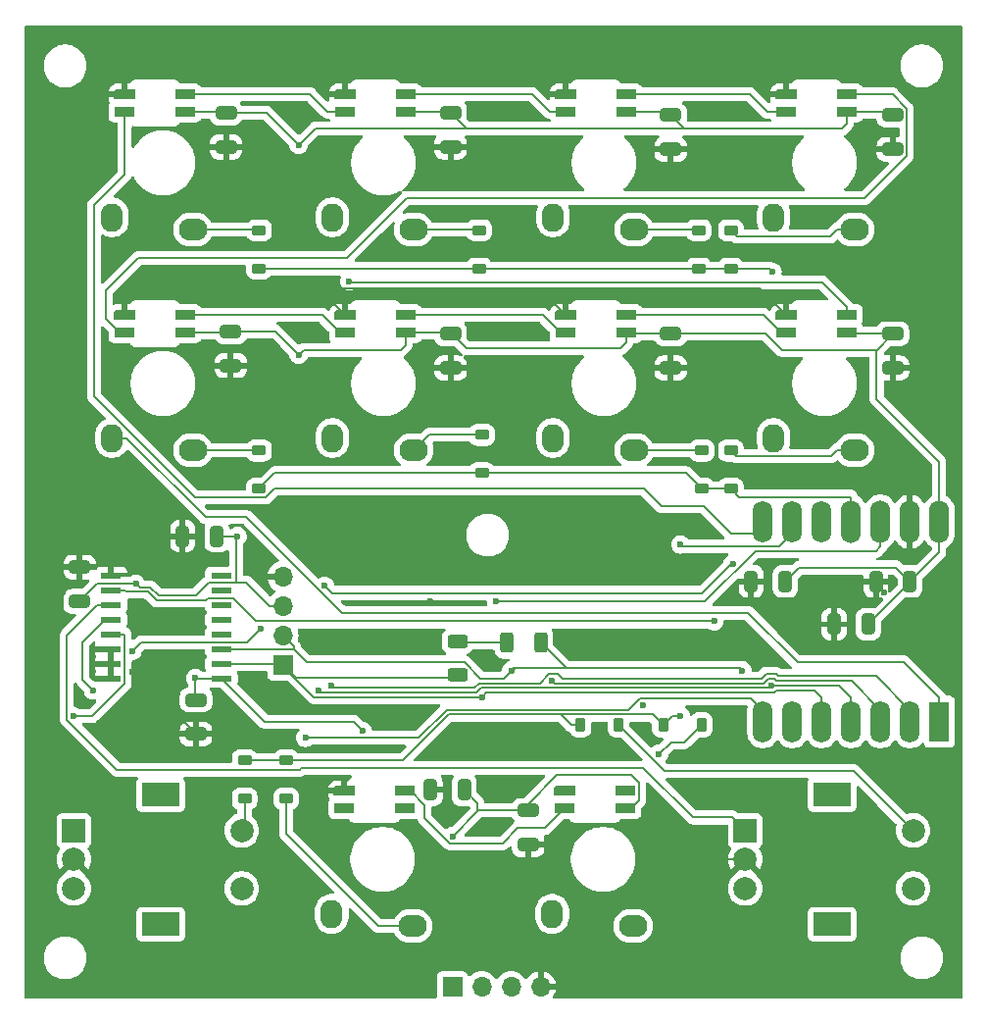
<source format=gbr>
%TF.GenerationSoftware,KiCad,Pcbnew,8.0.7*%
%TF.CreationDate,2025-02-14T00:11:11-05:00*%
%TF.ProjectId,makropad,6d616b72-6f70-4616-942e-6b696361645f,rev?*%
%TF.SameCoordinates,Original*%
%TF.FileFunction,Copper,L2,Bot*%
%TF.FilePolarity,Positive*%
%FSLAX46Y46*%
G04 Gerber Fmt 4.6, Leading zero omitted, Abs format (unit mm)*
G04 Created by KiCad (PCBNEW 8.0.7) date 2025-02-14 00:11:11*
%MOMM*%
%LPD*%
G01*
G04 APERTURE LIST*
G04 Aperture macros list*
%AMRoundRect*
0 Rectangle with rounded corners*
0 $1 Rounding radius*
0 $2 $3 $4 $5 $6 $7 $8 $9 X,Y pos of 4 corners*
0 Add a 4 corners polygon primitive as box body*
4,1,4,$2,$3,$4,$5,$6,$7,$8,$9,$2,$3,0*
0 Add four circle primitives for the rounded corners*
1,1,$1+$1,$2,$3*
1,1,$1+$1,$4,$5*
1,1,$1+$1,$6,$7*
1,1,$1+$1,$8,$9*
0 Add four rect primitives between the rounded corners*
20,1,$1+$1,$2,$3,$4,$5,0*
20,1,$1+$1,$4,$5,$6,$7,0*
20,1,$1+$1,$6,$7,$8,$9,0*
20,1,$1+$1,$8,$9,$2,$3,0*%
%AMOutline5P*
0 Free polygon, 5 corners , with rotation*
0 The origin of the aperture is its center*
0 number of corners: always 5*
0 $1 to $10 corner X, Y*
0 $11 Rotation angle, in degrees counterclockwise*
0 create outline with 5 corners*
4,1,5,$1,$2,$3,$4,$5,$6,$7,$8,$9,$10,$1,$2,$11*%
%AMOutline6P*
0 Free polygon, 6 corners , with rotation*
0 The origin of the aperture is its center*
0 number of corners: always 6*
0 $1 to $12 corner X, Y*
0 $13 Rotation angle, in degrees counterclockwise*
0 create outline with 6 corners*
4,1,6,$1,$2,$3,$4,$5,$6,$7,$8,$9,$10,$11,$12,$1,$2,$13*%
%AMOutline7P*
0 Free polygon, 7 corners , with rotation*
0 The origin of the aperture is its center*
0 number of corners: always 7*
0 $1 to $14 corner X, Y*
0 $15 Rotation angle, in degrees counterclockwise*
0 create outline with 7 corners*
4,1,7,$1,$2,$3,$4,$5,$6,$7,$8,$9,$10,$11,$12,$13,$14,$1,$2,$15*%
%AMOutline8P*
0 Free polygon, 8 corners , with rotation*
0 The origin of the aperture is its center*
0 number of corners: always 8*
0 $1 to $16 corner X, Y*
0 $17 Rotation angle, in degrees counterclockwise*
0 create outline with 8 corners*
4,1,8,$1,$2,$3,$4,$5,$6,$7,$8,$9,$10,$11,$12,$13,$14,$15,$16,$1,$2,$17*%
G04 Aperture macros list end*
%TA.AperFunction,ComponentPad*%
%ADD10O,1.900000X2.450000*%
%TD*%
%TA.AperFunction,ComponentPad*%
%ADD11O,2.450000X1.900000*%
%TD*%
%TA.AperFunction,ComponentPad*%
%ADD12R,1.700000X1.700000*%
%TD*%
%TA.AperFunction,ComponentPad*%
%ADD13O,1.700000X1.700000*%
%TD*%
%TA.AperFunction,ComponentPad*%
%ADD14R,2.000000X2.000000*%
%TD*%
%TA.AperFunction,ComponentPad*%
%ADD15C,2.000000*%
%TD*%
%TA.AperFunction,ComponentPad*%
%ADD16R,3.200000X2.000000*%
%TD*%
%TA.AperFunction,SMDPad,CuDef*%
%ADD17RoundRect,0.225000X0.375000X-0.225000X0.375000X0.225000X-0.375000X0.225000X-0.375000X-0.225000X0*%
%TD*%
%TA.AperFunction,SMDPad,CuDef*%
%ADD18RoundRect,0.250000X-0.650000X0.325000X-0.650000X-0.325000X0.650000X-0.325000X0.650000X0.325000X0*%
%TD*%
%TA.AperFunction,SMDPad,CuDef*%
%ADD19RoundRect,0.250000X0.325000X0.650000X-0.325000X0.650000X-0.325000X-0.650000X0.325000X-0.650000X0*%
%TD*%
%TA.AperFunction,SMDPad,CuDef*%
%ADD20R,1.800000X0.820000*%
%TD*%
%TA.AperFunction,SMDPad,CuDef*%
%ADD21Outline5P,-0.900000X0.410000X0.900000X0.410000X0.900000X-0.246000X0.736000X-0.410000X-0.900000X-0.410000X180.000000*%
%TD*%
%TA.AperFunction,SMDPad,CuDef*%
%ADD22RoundRect,0.225000X-0.375000X0.225000X-0.375000X-0.225000X0.375000X-0.225000X0.375000X0.225000X0*%
%TD*%
%TA.AperFunction,SMDPad,CuDef*%
%ADD23RoundRect,0.250000X0.625000X-0.312500X0.625000X0.312500X-0.625000X0.312500X-0.625000X-0.312500X0*%
%TD*%
%TA.AperFunction,SMDPad,CuDef*%
%ADD24RoundRect,0.250000X0.650000X-0.325000X0.650000X0.325000X-0.650000X0.325000X-0.650000X-0.325000X0*%
%TD*%
%TA.AperFunction,SMDPad,CuDef*%
%ADD25RoundRect,0.225000X-0.225000X-0.375000X0.225000X-0.375000X0.225000X0.375000X-0.225000X0.375000X0*%
%TD*%
%TA.AperFunction,SMDPad,CuDef*%
%ADD26R,1.803400X0.533400*%
%TD*%
%TA.AperFunction,SMDPad,CuDef*%
%ADD27RoundRect,0.250000X0.312500X0.625000X-0.312500X0.625000X-0.312500X-0.625000X0.312500X-0.625000X0*%
%TD*%
%TA.AperFunction,ComponentPad*%
%ADD28R,1.700000X3.500000*%
%TD*%
%TA.AperFunction,ComponentPad*%
%ADD29O,1.700000X3.600000*%
%TD*%
%TA.AperFunction,ComponentPad*%
%ADD30O,1.700000X3.700000*%
%TD*%
%TA.AperFunction,ViaPad*%
%ADD31C,0.600000*%
%TD*%
%TA.AperFunction,Conductor*%
%ADD32C,0.200000*%
%TD*%
G04 APERTURE END LIST*
D10*
%TO.P,SW4,1,1*%
%TO.N,COL3*%
X176700000Y-60070000D03*
D11*
%TO.P,SW4,2,2*%
%TO.N,Net-(D4-A)*%
X183700000Y-61120000D03*
%TD*%
D10*
%TO.P,SW10,1,1*%
%TO.N,COL2*%
X157570000Y-120200000D03*
D11*
%TO.P,SW10,2,2*%
%TO.N,Net-(D11-A)*%
X164570000Y-121250000D03*
%TD*%
D10*
%TO.P,SW1,1,1*%
%TO.N,COL0*%
X119550000Y-60070000D03*
D11*
%TO.P,SW1,2,2*%
%TO.N,Net-(D1-A)*%
X126550000Y-61120000D03*
%TD*%
D12*
%TO.P,J1,1,Pin_1*%
%TO.N,I2C_SDA*%
X134300000Y-98700000D03*
D13*
%TO.P,J1,2,Pin_2*%
%TO.N,I2C_SCL*%
X134300000Y-96160000D03*
%TO.P,J1,3,Pin_3*%
%TO.N,VCC*%
X134300000Y-93620000D03*
%TO.P,J1,4,Pin_4*%
%TO.N,GND*%
X134300000Y-91080000D03*
%TD*%
D14*
%TO.P,SW12,A,A*%
%TO.N,ENC_2_A*%
X174250000Y-113000000D03*
D15*
%TO.P,SW12,B,B*%
%TO.N,ENC_2_B*%
X174250000Y-118000000D03*
%TO.P,SW12,C,C*%
%TO.N,GND*%
X174250000Y-115500000D03*
D16*
%TO.P,SW12,MP*%
%TO.N,N/C*%
X181750000Y-109900000D03*
X181750000Y-121100000D03*
D15*
%TO.P,SW12,S1,S1*%
%TO.N,COL0*%
X188750000Y-118000000D03*
%TO.P,SW12,S2,S2*%
%TO.N,ENC_2_SWA*%
X188750000Y-113000000D03*
%TD*%
D10*
%TO.P,SW6,1,1*%
%TO.N,COL1*%
X138600000Y-79120000D03*
D11*
%TO.P,SW6,2,2*%
%TO.N,Net-(D6-A)*%
X145600000Y-80170000D03*
%TD*%
D10*
%TO.P,SW2,1,1*%
%TO.N,COL1*%
X138600000Y-60070000D03*
D11*
%TO.P,SW2,2,2*%
%TO.N,Net-(D2-A)*%
X145600000Y-61120000D03*
%TD*%
D10*
%TO.P,SW7,1,1*%
%TO.N,COL2*%
X157650000Y-79120000D03*
D11*
%TO.P,SW7,2,2*%
%TO.N,Net-(D7-A)*%
X164650000Y-80170000D03*
%TD*%
D14*
%TO.P,SW11,A,A*%
%TO.N,ENC_1_A*%
X116250000Y-113000000D03*
D15*
%TO.P,SW11,B,B*%
%TO.N,ENC_1_B*%
X116250000Y-118000000D03*
%TO.P,SW11,C,C*%
%TO.N,GND*%
X116250000Y-115500000D03*
D16*
%TO.P,SW11,MP*%
%TO.N,N/C*%
X123750000Y-109900000D03*
X123750000Y-121100000D03*
D15*
%TO.P,SW11,S1,S1*%
%TO.N,COL3*%
X130750000Y-118000000D03*
%TO.P,SW11,S2,S2*%
%TO.N,ENC_1_SWA*%
X130750000Y-113000000D03*
%TD*%
D10*
%TO.P,SW5,1,1*%
%TO.N,COL0*%
X119550000Y-79120000D03*
D11*
%TO.P,SW5,2,2*%
%TO.N,Net-(D5-A)*%
X126550000Y-80170000D03*
%TD*%
D10*
%TO.P,SW8,1,1*%
%TO.N,COL3*%
X176700000Y-79120000D03*
D11*
%TO.P,SW8,2,2*%
%TO.N,Net-(D8-A)*%
X183700000Y-80170000D03*
%TD*%
D12*
%TO.P,J2,1,Pin_1*%
%TO.N,VCC*%
X148950000Y-126475000D03*
D13*
%TO.P,J2,2,Pin_2*%
%TO.N,I2C_SDA*%
X151490000Y-126475000D03*
%TO.P,J2,3,Pin_3*%
%TO.N,I2C_SCL*%
X154030000Y-126475000D03*
%TO.P,J2,4,Pin_4*%
%TO.N,GND*%
X156570000Y-126475000D03*
%TD*%
D10*
%TO.P,SW3,1,1*%
%TO.N,COL2*%
X157650000Y-60070000D03*
D11*
%TO.P,SW3,2,2*%
%TO.N,Net-(D3-A)*%
X164650000Y-61120000D03*
%TD*%
D10*
%TO.P,SW9,1,1*%
%TO.N,COL1*%
X138520000Y-120200000D03*
D11*
%TO.P,SW9,2,2*%
%TO.N,Net-(D10-A)*%
X145520000Y-121250000D03*
%TD*%
D17*
%TO.P,D5,1,K*%
%TO.N,ROW1*%
X132250000Y-83500000D03*
%TO.P,D5,2,A*%
%TO.N,Net-(D5-A)*%
X132250000Y-80200000D03*
%TD*%
D18*
%TO.P,C13,1*%
%TO.N,VCC*%
X126800000Y-101725000D03*
%TO.P,C13,2*%
%TO.N,GND*%
X126800000Y-104675000D03*
%TD*%
D19*
%TO.P,C14,1*%
%TO.N,VCC*%
X177700000Y-91500000D03*
%TO.P,C14,2*%
%TO.N,GND*%
X174750000Y-91500000D03*
%TD*%
D20*
%TO.P,D19,1,DOUT*%
%TO.N,Net-(D19-DOUT)*%
X163950000Y-68500000D03*
D21*
%TO.P,D19,2,VSS*%
%TO.N,GND*%
X158750000Y-68500000D03*
D20*
%TO.P,D19,3,DIN*%
%TO.N,Net-(D18-DOUT)*%
X158750000Y-70000000D03*
%TO.P,D19,4,VDD*%
%TO.N,VCC*%
X163950000Y-70000000D03*
%TD*%
D17*
%TO.P,D1,1,K*%
%TO.N,ROW0*%
X132250000Y-64500000D03*
%TO.P,D1,2,A*%
%TO.N,Net-(D1-A)*%
X132250000Y-61200000D03*
%TD*%
D20*
%TO.P,D21,1,DOUT*%
%TO.N,Net-(D21-DOUT)*%
X144820000Y-109580000D03*
D21*
%TO.P,D21,2,VSS*%
%TO.N,GND*%
X139620000Y-109580000D03*
D20*
%TO.P,D21,3,DIN*%
%TO.N,Net-(D20-DOUT)*%
X139620000Y-111080000D03*
%TO.P,D21,4,VDD*%
%TO.N,VCC*%
X144820000Y-111080000D03*
%TD*%
D18*
%TO.P,C10,1*%
%TO.N,VCC*%
X155500000Y-111275000D03*
%TO.P,C10,2*%
%TO.N,GND*%
X155500000Y-114225000D03*
%TD*%
D22*
%TO.P,D10,1,K*%
%TO.N,ROW2*%
X134600000Y-106950000D03*
%TO.P,D10,2,A*%
%TO.N,Net-(D10-A)*%
X134600000Y-110250000D03*
%TD*%
D23*
%TO.P,R1,1*%
%TO.N,I2C_SDA*%
X149400000Y-99600000D03*
%TO.P,R1,2*%
%TO.N,+3.3V*%
X149400000Y-96675000D03*
%TD*%
D20*
%TO.P,D16,1,DOUT*%
%TO.N,Net-(D16-DOUT)*%
X183000000Y-49450000D03*
D21*
%TO.P,D16,2,VSS*%
%TO.N,GND*%
X177800000Y-49450000D03*
D20*
%TO.P,D16,3,DIN*%
%TO.N,Net-(D15-DOUT)*%
X177800000Y-50950000D03*
%TO.P,D16,4,VDD*%
%TO.N,VCC*%
X183000000Y-50950000D03*
%TD*%
%TO.P,D20,1,DOUT*%
%TO.N,Net-(D20-DOUT)*%
X183000000Y-68500000D03*
D21*
%TO.P,D20,2,VSS*%
%TO.N,GND*%
X177800000Y-68500000D03*
D20*
%TO.P,D20,3,DIN*%
%TO.N,Net-(D19-DOUT)*%
X177800000Y-70000000D03*
%TO.P,D20,4,VDD*%
%TO.N,VCC*%
X183000000Y-70000000D03*
%TD*%
D19*
%TO.P,C9,1*%
%TO.N,VCC*%
X149975000Y-109500000D03*
%TO.P,C9,2*%
%TO.N,GND*%
X147025000Y-109500000D03*
%TD*%
D18*
%TO.P,C8,1*%
%TO.N,VCC*%
X187000000Y-70125000D03*
%TO.P,C8,2*%
%TO.N,GND*%
X187000000Y-73075000D03*
%TD*%
D17*
%TO.P,D2,1,K*%
%TO.N,ROW0*%
X151250000Y-64500000D03*
%TO.P,D2,2,A*%
%TO.N,Net-(D2-A)*%
X151250000Y-61200000D03*
%TD*%
%TO.P,D7,1,K*%
%TO.N,ROW1*%
X170500000Y-83500000D03*
%TO.P,D7,2,A*%
%TO.N,Net-(D7-A)*%
X170500000Y-80200000D03*
%TD*%
D19*
%TO.P,C15,1*%
%TO.N,VCC*%
X184875000Y-95200000D03*
%TO.P,C15,2*%
%TO.N,GND*%
X181925000Y-95200000D03*
%TD*%
D18*
%TO.P,C5,1*%
%TO.N,VCC*%
X129800000Y-69925000D03*
%TO.P,C5,2*%
%TO.N,GND*%
X129800000Y-72875000D03*
%TD*%
%TO.P,C1,1*%
%TO.N,VCC*%
X129400000Y-51050000D03*
%TO.P,C1,2*%
%TO.N,GND*%
X129400000Y-54000000D03*
%TD*%
D17*
%TO.P,D8,1,K*%
%TO.N,ROW1*%
X173000000Y-83500000D03*
%TO.P,D8,2,A*%
%TO.N,Net-(D8-A)*%
X173000000Y-80200000D03*
%TD*%
D18*
%TO.P,C6,1*%
%TO.N,VCC*%
X148800000Y-70125000D03*
%TO.P,C6,2*%
%TO.N,GND*%
X148800000Y-73075000D03*
%TD*%
D17*
%TO.P,D3,1,K*%
%TO.N,ROW0*%
X170250000Y-64500000D03*
%TO.P,D3,2,A*%
%TO.N,Net-(D3-A)*%
X170250000Y-61200000D03*
%TD*%
D24*
%TO.P,C11,1*%
%TO.N,VCC*%
X116750000Y-93225000D03*
%TO.P,C11,2*%
%TO.N,GND*%
X116750000Y-90275000D03*
%TD*%
D18*
%TO.P,C3,1*%
%TO.N,VCC*%
X167800000Y-51250000D03*
%TO.P,C3,2*%
%TO.N,GND*%
X167800000Y-54200000D03*
%TD*%
D20*
%TO.P,D18,1,DOUT*%
%TO.N,Net-(D18-DOUT)*%
X144900000Y-68500000D03*
D21*
%TO.P,D18,2,VSS*%
%TO.N,GND*%
X139700000Y-68500000D03*
D20*
%TO.P,D18,3,DIN*%
%TO.N,Net-(D17-DOUT)*%
X139700000Y-70000000D03*
%TO.P,D18,4,VDD*%
%TO.N,VCC*%
X144900000Y-70000000D03*
%TD*%
%TO.P,D14,1,DOUT*%
%TO.N,Net-(D14-DOUT)*%
X144900000Y-49450000D03*
D21*
%TO.P,D14,2,VSS*%
%TO.N,GND*%
X139700000Y-49450000D03*
D20*
%TO.P,D14,3,DIN*%
%TO.N,Net-(D13-DOUT)*%
X139700000Y-50950000D03*
%TO.P,D14,4,VDD*%
%TO.N,VCC*%
X144900000Y-50950000D03*
%TD*%
%TO.P,D13,1,DOUT*%
%TO.N,Net-(D13-DOUT)*%
X125850000Y-49450000D03*
D21*
%TO.P,D13,2,VSS*%
%TO.N,GND*%
X120650000Y-49450000D03*
D20*
%TO.P,D13,3,DIN*%
%TO.N,RGB*%
X120650000Y-50950000D03*
%TO.P,D13,4,VDD*%
%TO.N,VCC*%
X125850000Y-50950000D03*
%TD*%
%TO.P,D17,1,DOUT*%
%TO.N,Net-(D17-DOUT)*%
X125850000Y-68500000D03*
D21*
%TO.P,D17,2,VSS*%
%TO.N,GND*%
X120650000Y-68500000D03*
D20*
%TO.P,D17,3,DIN*%
%TO.N,Net-(D16-DOUT)*%
X120650000Y-70000000D03*
%TO.P,D17,4,VDD*%
%TO.N,VCC*%
X125850000Y-70000000D03*
%TD*%
D25*
%TO.P,D9,1,K*%
%TO.N,ROW2*%
X160000000Y-103900000D03*
%TO.P,D9,2,A*%
%TO.N,ENC_2_SWA*%
X163300000Y-103900000D03*
%TD*%
D26*
%TO.P,U1,1,A0*%
%TO.N,GND*%
X119449600Y-99890000D03*
%TO.P,U1,2,A1*%
X119449600Y-98620000D03*
%TO.P,U1,3,A2*%
X119449600Y-97350000D03*
%TO.P,U1,4,P0*%
%TO.N,ENC_1_A*%
X119449600Y-96080000D03*
%TO.P,U1,5,P1*%
%TO.N,ENC_1_B*%
X119449600Y-94810000D03*
%TO.P,U1,6,P2*%
%TO.N,ENC_2_A*%
X119449600Y-93540000D03*
%TO.P,U1,7,P3*%
%TO.N,ENC_2_B*%
X119449600Y-92270000D03*
%TO.P,U1,8,VSS*%
%TO.N,GND*%
X119449600Y-91000000D03*
%TO.P,U1,9,P4*%
%TO.N,unconnected-(U1-P4-Pad9)*%
X129000000Y-91000000D03*
%TO.P,U1,10,P5*%
%TO.N,unconnected-(U1-P5-Pad10)*%
X129000000Y-92270000D03*
%TO.P,U1,11,P6*%
%TO.N,unconnected-(U1-P6-Pad11)*%
X129000000Y-93540000D03*
%TO.P,U1,12,P7*%
%TO.N,unconnected-(U1-P7-Pad12)*%
X129000000Y-94810000D03*
%TO.P,U1,13,~{INT}*%
%TO.N,unconnected-(U1-~{INT}-Pad13)*%
X129000000Y-96080000D03*
%TO.P,U1,14,SCL*%
%TO.N,I2C_SCL*%
X129000000Y-97350000D03*
%TO.P,U1,15,SDA*%
%TO.N,I2C_SDA*%
X129000000Y-98620000D03*
%TO.P,U1,16,VDD*%
%TO.N,VCC*%
X129000000Y-99890000D03*
%TD*%
D20*
%TO.P,D15,1,DOUT*%
%TO.N,Net-(D15-DOUT)*%
X163950000Y-49450000D03*
D21*
%TO.P,D15,2,VSS*%
%TO.N,GND*%
X158750000Y-49450000D03*
D20*
%TO.P,D15,3,DIN*%
%TO.N,Net-(D14-DOUT)*%
X158750000Y-50950000D03*
%TO.P,D15,4,VDD*%
%TO.N,VCC*%
X163950000Y-50950000D03*
%TD*%
D25*
%TO.P,D11,1,K*%
%TO.N,ROW2*%
X167150000Y-103900000D03*
%TO.P,D11,2,A*%
%TO.N,Net-(D11-A)*%
X170450000Y-103900000D03*
%TD*%
D18*
%TO.P,C2,1*%
%TO.N,VCC*%
X148800000Y-51050000D03*
%TO.P,C2,2*%
%TO.N,GND*%
X148800000Y-54000000D03*
%TD*%
D27*
%TO.P,R2,1*%
%TO.N,I2C_SCL*%
X156600000Y-96800000D03*
%TO.P,R2,2*%
%TO.N,+3.3V*%
X153675000Y-96800000D03*
%TD*%
D19*
%TO.P,C16,1*%
%TO.N,VCC*%
X188475000Y-91500000D03*
%TO.P,C16,2*%
%TO.N,GND*%
X185525000Y-91500000D03*
%TD*%
D17*
%TO.P,D4,1,K*%
%TO.N,ROW0*%
X173000000Y-64500000D03*
%TO.P,D4,2,A*%
%TO.N,Net-(D4-A)*%
X173000000Y-61200000D03*
%TD*%
D18*
%TO.P,C7,1*%
%TO.N,VCC*%
X167800000Y-70125000D03*
%TO.P,C7,2*%
%TO.N,GND*%
X167800000Y-73075000D03*
%TD*%
D22*
%TO.P,D12,1,K*%
%TO.N,ROW2*%
X131000000Y-106950000D03*
%TO.P,D12,2,A*%
%TO.N,ENC_1_SWA*%
X131000000Y-110250000D03*
%TD*%
D19*
%TO.P,C12,1*%
%TO.N,VCC*%
X128600000Y-87600000D03*
%TO.P,C12,2*%
%TO.N,GND*%
X125650000Y-87600000D03*
%TD*%
D28*
%TO.P,U2,1,PA02_A0_D0*%
%TO.N,COL0*%
X191000000Y-103600000D03*
D29*
%TO.P,U2,2,PA4_A1_D1*%
%TO.N,COL1*%
X188460000Y-103600000D03*
%TO.P,U2,3,PA10_A2_D2*%
%TO.N,COL2*%
X185920000Y-103600000D03*
%TO.P,U2,4,PA11_A3_D3*%
%TO.N,COL3*%
X183380000Y-103600000D03*
%TO.P,U2,5,PA8_A4_D4_SDA*%
%TO.N,I2C_SDA*%
X180840000Y-103600000D03*
%TO.P,U2,6,PA9_A5_D5_SCL*%
%TO.N,I2C_SCL*%
X178300000Y-103600000D03*
%TO.P,U2,7,PB08_A6_D6_TX*%
%TO.N,STATUS_LED*%
X175760000Y-103600000D03*
%TO.P,U2,8,PB09_A7_D7_RX*%
%TO.N,RGB*%
X175760000Y-86350000D03*
%TO.P,U2,9,PA7_A8_D8_SCK*%
%TO.N,ROW2*%
X178300000Y-86350000D03*
%TO.P,U2,10,PA5_A9_D9_MISO*%
%TO.N,ROW0*%
X180840000Y-86350000D03*
D30*
%TO.P,U2,11,PA6_A10_D10_MOSI*%
%TO.N,ROW1*%
X183380000Y-86350000D03*
%TO.P,U2,12,3V3*%
%TO.N,+3.3V*%
X185920000Y-86350000D03*
%TO.P,U2,13,GND*%
%TO.N,GND*%
X188460000Y-86350000D03*
%TO.P,U2,14,5V*%
%TO.N,VCC*%
X191000000Y-86350000D03*
%TD*%
D18*
%TO.P,C4,1*%
%TO.N,VCC*%
X187000000Y-51250000D03*
%TO.P,C4,2*%
%TO.N,GND*%
X187000000Y-54200000D03*
%TD*%
D20*
%TO.P,D22,1,DOUT*%
%TO.N,unconnected-(D22-DOUT-Pad1)*%
X163870000Y-109580000D03*
D21*
%TO.P,D22,2,VSS*%
%TO.N,GND*%
X158670000Y-109580000D03*
D20*
%TO.P,D22,3,DIN*%
%TO.N,Net-(D21-DOUT)*%
X158670000Y-111080000D03*
%TO.P,D22,4,VDD*%
%TO.N,VCC*%
X163870000Y-111080000D03*
%TD*%
D17*
%TO.P,D6,1,K*%
%TO.N,ROW1*%
X151500000Y-82150000D03*
%TO.P,D6,2,A*%
%TO.N,Net-(D6-A)*%
X151500000Y-78850000D03*
%TD*%
D31*
%TO.N,GND*%
X129500000Y-103500000D03*
X121300000Y-99275000D03*
X119449600Y-99890000D03*
X158750000Y-68500000D03*
X115300000Y-92475000D03*
%TO.N,STATUS_LED*%
X136250000Y-105000000D03*
%TO.N,ROW0*%
X176600000Y-64800000D03*
%TO.N,ROW2*%
X168648000Y-103079000D03*
X168648000Y-88305100D03*
%TO.N,Net-(D11-A)*%
X166800000Y-106400000D03*
%TO.N,VCC*%
X144820000Y-111080000D03*
X130400000Y-87600000D03*
X184875000Y-95200000D03*
X121600000Y-91703300D03*
X148950000Y-113500000D03*
X135673000Y-53820300D03*
X141200000Y-104400000D03*
X126753000Y-99858700D03*
X135673000Y-71924600D03*
%TO.N,I2C_SDA*%
X151490000Y-101498000D03*
%TO.N,GND*%
X136200000Y-51200000D03*
X154000000Y-70000000D03*
X143250000Y-103250000D03*
X152775000Y-112500000D03*
X126000000Y-91800000D03*
X153000000Y-109500000D03*
X151000000Y-75750000D03*
X126250000Y-94500000D03*
X186250000Y-92475000D03*
X125650000Y-87600000D03*
X163800000Y-86900000D03*
X146000000Y-86900000D03*
X137000000Y-70000000D03*
X154400000Y-51000000D03*
X139750000Y-108500000D03*
X170750000Y-73600000D03*
X132600000Y-89800000D03*
X149400000Y-105400000D03*
X151700000Y-98350000D03*
X184000000Y-52600000D03*
X132000000Y-76000000D03*
X143250000Y-96775000D03*
X158670000Y-109580000D03*
X165600000Y-104600000D03*
X134250000Y-101000000D03*
X172500000Y-51250000D03*
X164000000Y-97200000D03*
X170275000Y-115525000D03*
X147025000Y-109500000D03*
X182400000Y-97400000D03*
X177800000Y-68500000D03*
X113875000Y-116800000D03*
X177800000Y-82600000D03*
X140000000Y-113500000D03*
X128500000Y-57000000D03*
X116750000Y-101250000D03*
X121200000Y-88800000D03*
X128400000Y-66200000D03*
X170450000Y-56025000D03*
X190450000Y-97000000D03*
X180200000Y-94600000D03*
X188600000Y-82400000D03*
X147000000Y-93250000D03*
X165400000Y-102200000D03*
X147625000Y-56250000D03*
%TO.N,I2C_SCL*%
X174000000Y-99200000D03*
X154030000Y-99200000D03*
%TO.N,ENC_2_B*%
X171584000Y-94947000D03*
%TO.N,ENC_1_B*%
X117907000Y-100907000D03*
%TO.N,ENC_1_A*%
X116250000Y-103127000D03*
%TO.N,COL1*%
X138520000Y-100498000D03*
%TO.N,COL2*%
X157570000Y-100097000D03*
%TO.N,COL3*%
X137355000Y-100898000D03*
X176478000Y-100486000D03*
%TO.N,+3.3V*%
X149400000Y-96675000D03*
X152750000Y-93250000D03*
%TO.N,Net-(D20-DOUT)*%
X140046000Y-65600000D03*
X139620000Y-111080000D03*
%TO.N,Net-(D25-DOUT)*%
X121300000Y-97525000D03*
X132371000Y-95547000D03*
X137920000Y-91871500D03*
X173164000Y-89964200D03*
%TD*%
D32*
%TO.N,ENC_1_B*%
X118951000Y-94810000D02*
X119449600Y-94810000D01*
X117000000Y-100000000D02*
X117000000Y-96761000D01*
X117907000Y-100907000D02*
X117000000Y-100000000D01*
X117000000Y-96761000D02*
X118951000Y-94810000D01*
%TO.N,GND*%
X121400000Y-99275000D02*
X126800000Y-104675000D01*
X121300000Y-99275000D02*
X121400000Y-99275000D01*
X119449600Y-99890000D02*
X119449600Y-97350000D01*
%TO.N,STATUS_LED*%
X165151471Y-101600000D02*
X174760000Y-101600000D01*
X148449314Y-102585000D02*
X164166471Y-102585000D01*
X174760000Y-101600000D02*
X175760000Y-102600000D01*
X146034314Y-105000000D02*
X148449314Y-102585000D01*
X136250000Y-105000000D02*
X146034314Y-105000000D01*
X164166471Y-102585000D02*
X165151471Y-101600000D01*
%TO.N,ROW0*%
X176600000Y-64800000D02*
X176300000Y-64500000D01*
X170250000Y-64500000D02*
X173000000Y-64500000D01*
X176300000Y-64500000D02*
X173000000Y-64500000D01*
X151250000Y-64500000D02*
X132250000Y-64500000D01*
X170250000Y-64500000D02*
X151250000Y-64500000D01*
%TO.N,Net-(D1-A)*%
X126550000Y-61120000D02*
X132170000Y-61120000D01*
X132170000Y-61120000D02*
X132250000Y-61200000D01*
%TO.N,Net-(D2-A)*%
X145600000Y-61120000D02*
X151170000Y-61120000D01*
X151170000Y-61120000D02*
X151250000Y-61200000D01*
%TO.N,Net-(D3-A)*%
X164650000Y-61120000D02*
X170170000Y-61120000D01*
X170170000Y-61120000D02*
X170250000Y-61200000D01*
%TO.N,Net-(D4-A)*%
X181543000Y-61750000D02*
X173550000Y-61750000D01*
X182173000Y-61120000D02*
X181543000Y-61750000D01*
X183700000Y-61120000D02*
X182173000Y-61120000D01*
X173550000Y-61750000D02*
X173000000Y-61200000D01*
%TO.N,ROW1*%
X169150000Y-82150000D02*
X170500000Y-83500000D01*
X183380000Y-84198300D02*
X173698000Y-84198300D01*
X133600000Y-82150000D02*
X151500000Y-82150000D01*
X173000000Y-83500000D02*
X170500000Y-83500000D01*
X132250000Y-83500000D02*
X133600000Y-82150000D01*
X183380000Y-87350000D02*
X183380000Y-84198300D01*
X151500000Y-82150000D02*
X169150000Y-82150000D01*
X173698000Y-84198300D02*
X173000000Y-83500000D01*
%TO.N,Net-(D5-A)*%
X132220000Y-80170000D02*
X132250000Y-80200000D01*
X126550000Y-80170000D02*
X132220000Y-80170000D01*
%TO.N,Net-(D6-A)*%
X151500000Y-78850000D02*
X146920000Y-78850000D01*
X146920000Y-78850000D02*
X145600000Y-80170000D01*
%TO.N,Net-(D7-A)*%
X164650000Y-80170000D02*
X170470000Y-80170000D01*
X170470000Y-80170000D02*
X170500000Y-80200000D01*
%TO.N,Net-(D8-A)*%
X181680000Y-80663600D02*
X173464000Y-80663600D01*
X182173000Y-80170000D02*
X181680000Y-80663600D01*
X173464000Y-80663600D02*
X173000000Y-80200000D01*
X183700000Y-80170000D02*
X182173000Y-80170000D01*
%TO.N,ROW2*%
X148615000Y-102985000D02*
X158300000Y-102985000D01*
X131000000Y-106950000D02*
X134600000Y-106950000D01*
X167971000Y-103079000D02*
X168648000Y-103079000D01*
X160000000Y-103900000D02*
X159215000Y-103900000D01*
X166235000Y-102985000D02*
X167150000Y-103900000D01*
X144650000Y-106950000D02*
X148615000Y-102985000D01*
X168793000Y-88450000D02*
X168648000Y-88305100D01*
X167150000Y-103900000D02*
X167971000Y-103079000D01*
X159215000Y-103900000D02*
X158300000Y-102985000D01*
X178300000Y-87350000D02*
X177200000Y-88450000D01*
X177200000Y-88450000D02*
X168793000Y-88450000D01*
X158300000Y-102985000D02*
X166235000Y-102985000D01*
X134600000Y-106950000D02*
X144650000Y-106950000D01*
%TO.N,ENC_2_SWA*%
X183625000Y-107875000D02*
X188750000Y-113000000D01*
X167275000Y-107875000D02*
X183625000Y-107875000D01*
X163300000Y-103900000D02*
X167275000Y-107875000D01*
%TO.N,Net-(D10-A)*%
X134600000Y-113300000D02*
X142550000Y-121250000D01*
X134600000Y-110250000D02*
X134600000Y-113300000D01*
X142550000Y-121250000D02*
X145520000Y-121250000D01*
%TO.N,Net-(D11-A)*%
X168975000Y-105375000D02*
X170450000Y-103900000D01*
X166800000Y-106400000D02*
X167825000Y-105375000D01*
X167825000Y-105375000D02*
X168975000Y-105375000D01*
%TO.N,ENC_1_SWA*%
X131000000Y-110250000D02*
X131000000Y-112750000D01*
X131000000Y-112750000D02*
X130750000Y-113000000D01*
%TO.N,VCC*%
X130249000Y-91579900D02*
X131108000Y-91579900D01*
X188475000Y-91500000D02*
X191000000Y-88975000D01*
X191000000Y-81175000D02*
X185600000Y-75775000D01*
X185605000Y-71520000D02*
X177410000Y-71520000D01*
X178900000Y-90300000D02*
X177700000Y-91500000D01*
X151100000Y-111350000D02*
X151175000Y-111275000D01*
X176015000Y-70125000D02*
X167800000Y-70125000D01*
X128600000Y-87600000D02*
X130400000Y-87600000D01*
X132903000Y-51050000D02*
X135673000Y-53820300D01*
X177410000Y-71520000D02*
X176015000Y-70125000D01*
X163950000Y-50950000D02*
X167500000Y-50950000D01*
X155500000Y-111275000D02*
X155500000Y-110700000D01*
X135673000Y-71924600D02*
X136078000Y-71520000D01*
X122000000Y-92000000D02*
X121703000Y-91703300D01*
X164360000Y-111080000D02*
X163870000Y-111080000D01*
X191000000Y-87350000D02*
X191000000Y-81175000D01*
X165070000Y-108870000D02*
X165070000Y-110370000D01*
X163950000Y-70874300D02*
X163950000Y-70000000D01*
X148700000Y-50950000D02*
X148800000Y-51050000D01*
X148800000Y-51050000D02*
X150150000Y-52400000D01*
X136078000Y-71520000D02*
X144480000Y-71520000D01*
X129725000Y-70000000D02*
X129800000Y-69925000D01*
X144480000Y-71520000D02*
X144900000Y-71100000D01*
X130249000Y-91579900D02*
X127922000Y-91579900D01*
X185600000Y-75775000D02*
X185600000Y-71525000D01*
X150200000Y-71400000D02*
X163424000Y-71400000D01*
X151175000Y-111275000D02*
X155500000Y-111275000D01*
X183000000Y-50950000D02*
X186700000Y-50950000D01*
X118272000Y-91703300D02*
X116750000Y-93225000D01*
X188475000Y-91500000D02*
X187275000Y-90300000D01*
X137093000Y-52400000D02*
X150150000Y-52400000D01*
X132710000Y-103600000D02*
X129000000Y-99890000D01*
X148925000Y-70125000D02*
X150200000Y-71400000D01*
X157970000Y-108230000D02*
X164430000Y-108230000D01*
X151100000Y-110625000D02*
X151100000Y-111350000D01*
X186700000Y-50950000D02*
X187000000Y-51250000D01*
X187275000Y-90300000D02*
X178900000Y-90300000D01*
X187000000Y-70125000D02*
X183125000Y-70125000D01*
X168950000Y-52400000D02*
X150600000Y-52400000D01*
X188475000Y-91600000D02*
X188475000Y-91500000D01*
X125850000Y-70000000D02*
X129725000Y-70000000D01*
X125850000Y-50950000D02*
X129300000Y-50950000D01*
X163424000Y-71400000D02*
X163950000Y-70874300D01*
X121703000Y-91703300D02*
X121600000Y-91703300D01*
X183000000Y-50950000D02*
X183000000Y-52000000D01*
X183000000Y-52000000D02*
X182600000Y-52400000D01*
X165070000Y-110370000D02*
X164360000Y-111080000D01*
X140400000Y-103600000D02*
X132710000Y-103600000D01*
X129800000Y-69925000D02*
X133673000Y-69925000D01*
X126762000Y-92740000D02*
X123554000Y-92740000D01*
X144900000Y-50950000D02*
X148700000Y-50950000D01*
X185600000Y-71525000D02*
X185605000Y-71520000D01*
X149975000Y-109500000D02*
X151100000Y-110625000D01*
X150150000Y-52400000D02*
X150600000Y-52400000D01*
X150150000Y-52400000D02*
X150600000Y-52400000D01*
X144900000Y-70000000D02*
X148675000Y-70000000D01*
X126784000Y-99890000D02*
X126753000Y-99858700D01*
X130400000Y-87600000D02*
X130249000Y-87751000D01*
X167800000Y-51250000D02*
X168950000Y-52400000D01*
X167500000Y-50950000D02*
X167800000Y-51250000D01*
X135673000Y-53820300D02*
X137093000Y-52400000D01*
X122814000Y-92000000D02*
X122000000Y-92000000D01*
X187000000Y-70125000D02*
X185605000Y-71520000D01*
X182600000Y-52400000D02*
X169600000Y-52400000D01*
X126753000Y-101678000D02*
X126800000Y-101725000D01*
X131108000Y-91579900D02*
X133148000Y-93620000D01*
X155500000Y-110700000D02*
X157970000Y-108230000D01*
X191000000Y-88975000D02*
X191000000Y-87350000D01*
X144900000Y-71100000D02*
X144900000Y-70000000D01*
X133148000Y-93620000D02*
X134300000Y-93620000D01*
X126753000Y-99858700D02*
X126753000Y-101678000D01*
X130249000Y-87751000D02*
X130249000Y-91579900D01*
X141200000Y-104400000D02*
X140400000Y-103600000D01*
X121600000Y-91703300D02*
X118272000Y-91703300D01*
X164075000Y-70125000D02*
X163950000Y-70000000D01*
X129000000Y-99890000D02*
X126784000Y-99890000D01*
X168950000Y-52400000D02*
X169600000Y-52400000D01*
X169600000Y-52400000D02*
X168950000Y-52400000D01*
X127922000Y-91579900D02*
X126762000Y-92740000D01*
X129400000Y-51050000D02*
X132903000Y-51050000D01*
X184875000Y-95200000D02*
X188475000Y-91600000D01*
X164430000Y-108230000D02*
X165070000Y-108870000D01*
X148950000Y-113500000D02*
X151100000Y-111350000D01*
X148800000Y-70125000D02*
X148925000Y-70125000D01*
X167800000Y-70125000D02*
X164075000Y-70125000D01*
X183125000Y-70125000D02*
X183000000Y-70000000D01*
X129300000Y-50950000D02*
X129400000Y-51050000D01*
X123554000Y-92740000D02*
X122814000Y-92000000D01*
X133673000Y-69925000D02*
X135673000Y-71924600D01*
X148675000Y-70000000D02*
X148800000Y-70125000D01*
%TO.N,I2C_SDA*%
X176716000Y-101097000D02*
X176927000Y-100886000D01*
X136998000Y-101498000D02*
X151490000Y-101498000D01*
X148800000Y-99800000D02*
X135400000Y-99800000D01*
X134300000Y-98700000D02*
X134600000Y-98700000D01*
X134220000Y-98620000D02*
X134300000Y-98700000D01*
X134600000Y-98700000D02*
X134600000Y-99100000D01*
X180840000Y-101498000D02*
X180840000Y-102600000D01*
X180228000Y-100886000D02*
X180840000Y-101498000D01*
X176927000Y-100886000D02*
X180228000Y-100886000D01*
X151490000Y-101498000D02*
X151891000Y-101097000D01*
X151891000Y-101097000D02*
X176716000Y-101097000D01*
X149400000Y-99200000D02*
X149100000Y-99500000D01*
X129000000Y-98620000D02*
X134220000Y-98620000D01*
X135400000Y-99800000D02*
X134300000Y-98700000D01*
X149300000Y-99500000D02*
X149400000Y-99600000D01*
X134600000Y-99100000D02*
X136998000Y-101498000D01*
X149100000Y-99500000D02*
X148800000Y-99800000D01*
X149100000Y-99500000D02*
X149300000Y-99500000D01*
%TO.N,GND*%
X170300000Y-115500000D02*
X174250000Y-115500000D01*
X177800000Y-68500000D02*
X175500000Y-66200000D01*
X185525000Y-91750000D02*
X186250000Y-92475000D01*
X120650000Y-67150000D02*
X121600000Y-66200000D01*
X116250000Y-115500000D02*
X114950000Y-116800000D01*
X158750000Y-68500000D02*
X156450000Y-66200000D01*
X114950000Y-116800000D02*
X113875000Y-116800000D01*
X185525000Y-91500000D02*
X185525000Y-91750000D01*
X137400000Y-66200000D02*
X139700000Y-68500000D01*
X121600000Y-66200000D02*
X128400000Y-66200000D01*
X120650000Y-68500000D02*
X120650000Y-67150000D01*
X170275000Y-115525000D02*
X170300000Y-115500000D01*
X156450000Y-66200000D02*
X137400000Y-66200000D01*
X128400000Y-66200000D02*
X137400000Y-66200000D01*
%TO.N,I2C_SCL*%
X158800000Y-99000000D02*
X154230000Y-99000000D01*
X158800000Y-99000000D02*
X159200000Y-99000000D01*
X154030000Y-99200000D02*
X154200000Y-99200000D01*
X135250000Y-97350000D02*
X129000000Y-97350000D01*
X153355000Y-99875000D02*
X151397000Y-99875000D01*
X136350000Y-98450000D02*
X135250000Y-97350000D01*
X149972000Y-98450000D02*
X136350000Y-98450000D01*
X173800000Y-99000000D02*
X159200000Y-99000000D01*
X135250000Y-97110000D02*
X135250000Y-97350000D01*
X151397000Y-99875000D02*
X149972000Y-98450000D01*
X174000000Y-99200000D02*
X173800000Y-99000000D01*
X156600000Y-96800000D02*
X158800000Y-99000000D01*
X159200000Y-99000000D02*
X158800000Y-99000000D01*
X154230000Y-99000000D02*
X154030000Y-99200000D01*
X154030000Y-99200000D02*
X153355000Y-99875000D01*
X154200000Y-99200000D02*
X154303000Y-99097000D01*
X134300000Y-96160000D02*
X135250000Y-97110000D01*
%TO.N,ENC_2_B*%
X132004000Y-94947000D02*
X171584000Y-94947000D01*
X120653000Y-92270000D02*
X120783000Y-92400000D01*
X122649000Y-92400000D02*
X123389000Y-93140000D01*
X120783000Y-92400000D02*
X122649000Y-92400000D01*
X119450000Y-92270000D02*
X120653000Y-92270000D01*
X127632000Y-93140000D02*
X127798000Y-92973300D01*
X130030000Y-92973300D02*
X132004000Y-94947000D01*
X127798000Y-92973300D02*
X130030000Y-92973300D01*
X119450000Y-92270000D02*
X119449600Y-92270000D01*
X123389000Y-93140000D02*
X127632000Y-93140000D01*
%TO.N,ENC_2_A*%
X135900000Y-107600000D02*
X165447000Y-107600000D01*
X115644000Y-103426000D02*
X119970000Y-107752000D01*
X118246000Y-93540000D02*
X115644000Y-96142600D01*
X119970000Y-107752000D02*
X135748000Y-107752000D01*
X119449600Y-93540000D02*
X118246000Y-93540000D01*
X115644000Y-96142600D02*
X115644000Y-103426000D01*
X173132000Y-111882000D02*
X174250000Y-113000000D01*
X165447000Y-107600000D02*
X169729000Y-111882000D01*
X169729000Y-111882000D02*
X173132000Y-111882000D01*
X119450000Y-93540000D02*
X119449600Y-93540000D01*
X135748000Y-107752000D02*
X135900000Y-107600000D01*
%TO.N,ENC_1_B*%
X119450000Y-94810000D02*
X119449600Y-94810000D01*
%TO.N,ENC_1_A*%
X120653000Y-100285000D02*
X117811000Y-103127000D01*
X120653000Y-96080000D02*
X120653000Y-100285000D01*
X117811000Y-103127000D02*
X116250000Y-103127000D01*
X119450000Y-96080000D02*
X119449600Y-96080000D01*
X119450000Y-96080000D02*
X120653000Y-96080000D01*
%TO.N,COL0*%
X187935000Y-98483200D02*
X191000000Y-101548000D01*
X178752000Y-98483200D02*
X187935000Y-98483200D01*
X120802000Y-79120000D02*
X127627000Y-85945300D01*
X174469000Y-94200000D02*
X178752000Y-98483200D01*
X139400000Y-94200000D02*
X174469000Y-94200000D01*
X131145000Y-85945300D02*
X139400000Y-94200000D01*
X191000000Y-101548000D02*
X191000000Y-102600000D01*
X127627000Y-85945300D02*
X131145000Y-85945300D01*
X119550000Y-79120000D02*
X120802000Y-79120000D01*
%TO.N,COL1*%
X138520000Y-100498000D02*
X138720000Y-100698000D01*
X156521000Y-100297000D02*
X157321000Y-99497000D01*
X175653000Y-99897000D02*
X176064000Y-99486000D01*
X138720000Y-100698000D02*
X150876000Y-100698000D01*
X157321000Y-99497000D02*
X158030000Y-99497000D01*
X158030000Y-99497000D02*
X158430000Y-99897000D01*
X158430000Y-99897000D02*
X175653000Y-99897000D01*
X185546000Y-99686000D02*
X188460000Y-102600000D01*
X150876000Y-100698000D02*
X151277000Y-100297000D01*
X176892000Y-99486000D02*
X177092000Y-99686000D01*
X177092000Y-99686000D02*
X185546000Y-99686000D01*
X176064000Y-99486000D02*
X176892000Y-99486000D01*
X151277000Y-100297000D02*
X156521000Y-100297000D01*
%TO.N,COL2*%
X157770000Y-100297000D02*
X175818000Y-100297000D01*
X157570000Y-100097000D02*
X157770000Y-100297000D01*
X176727000Y-99886000D02*
X176927000Y-100086000D01*
X183406000Y-100086000D02*
X185920000Y-102600000D01*
X175818000Y-100297000D02*
X176229000Y-99886000D01*
X176229000Y-99886000D02*
X176727000Y-99886000D01*
X176927000Y-100086000D02*
X183406000Y-100086000D01*
%TO.N,COL3*%
X182368000Y-100486000D02*
X176478000Y-100486000D01*
X176267000Y-100697000D02*
X176478000Y-100486000D01*
X137555000Y-101098000D02*
X151041000Y-101098000D01*
X183380000Y-101498000D02*
X182368000Y-100486000D01*
X183380000Y-102600000D02*
X183380000Y-101498000D01*
X151041000Y-101098000D02*
X151442000Y-100697000D01*
X151442000Y-100697000D02*
X176267000Y-100697000D01*
X137355000Y-100898000D02*
X137555000Y-101098000D01*
%TO.N,Net-(D14-DOUT)*%
X155850000Y-49450000D02*
X157350000Y-50950000D01*
X144900000Y-49450000D02*
X155850000Y-49450000D01*
X157350000Y-50950000D02*
X158750000Y-50950000D01*
%TO.N,Net-(D15-DOUT)*%
X163950000Y-49450000D02*
X174650000Y-49450000D01*
X176150000Y-50950000D02*
X177800000Y-50950000D01*
X174650000Y-49450000D02*
X176150000Y-50950000D01*
%TO.N,Net-(D16-DOUT)*%
X121800000Y-63600000D02*
X119000000Y-66400000D01*
X120160000Y-70000000D02*
X120650000Y-70000000D01*
X186960000Y-49450000D02*
X188200000Y-50690300D01*
X183000000Y-49450000D02*
X186960000Y-49450000D01*
X119000000Y-66400000D02*
X119000000Y-68840000D01*
X139800000Y-63600000D02*
X121800000Y-63600000D01*
X145000000Y-58400000D02*
X139800000Y-63600000D01*
X188200000Y-50690300D02*
X188200000Y-54759700D01*
X119000000Y-68840000D02*
X120160000Y-70000000D01*
X184560000Y-58400000D02*
X145000000Y-58400000D01*
X188200000Y-54759700D02*
X184560000Y-58400000D01*
%TO.N,Net-(D17-DOUT)*%
X139210000Y-70000000D02*
X139700000Y-70000000D01*
X137710000Y-68500000D02*
X139210000Y-70000000D01*
X125850000Y-68500000D02*
X137710000Y-68500000D01*
%TO.N,RGB*%
X118000000Y-59000000D02*
X118000000Y-75527200D01*
X133599000Y-83500000D02*
X165500000Y-83500000D01*
X173001000Y-87350000D02*
X175760000Y-87350000D01*
X126723000Y-84250000D02*
X132849000Y-84250000D01*
X165500000Y-83500000D02*
X167000000Y-85000000D01*
X120650000Y-50950000D02*
X120650000Y-56350000D01*
X132849000Y-84250000D02*
X133599000Y-83500000D01*
X170651000Y-85000000D02*
X173001000Y-87350000D01*
X118000000Y-75527200D02*
X126723000Y-84250000D01*
X120650000Y-56350000D02*
X118000000Y-59000000D01*
X167000000Y-85000000D02*
X170651000Y-85000000D01*
%TO.N,+3.3V*%
X185920000Y-88501700D02*
X185920000Y-87350000D01*
X175120000Y-88856900D02*
X185565000Y-88856900D01*
X149525000Y-96800000D02*
X153675000Y-96800000D01*
X185565000Y-88856900D02*
X185920000Y-88501700D01*
X170727000Y-93250000D02*
X175120000Y-88856900D01*
X149400000Y-96675000D02*
X149525000Y-96800000D01*
X152750000Y-93250000D02*
X170727000Y-93250000D01*
%TO.N,Net-(D18-DOUT)*%
X158260000Y-70000000D02*
X158750000Y-70000000D01*
X144900000Y-68500000D02*
X156760000Y-68500000D01*
X156760000Y-68500000D02*
X158260000Y-70000000D01*
%TO.N,Net-(D13-DOUT)*%
X125850000Y-49450000D02*
X136650000Y-49450000D01*
X136650000Y-49450000D02*
X138150000Y-50950000D01*
X138150000Y-50950000D02*
X139700000Y-50950000D01*
%TO.N,Net-(D19-DOUT)*%
X177310000Y-70000000D02*
X177800000Y-70000000D01*
X163950000Y-68500000D02*
X175810000Y-68500000D01*
X175810000Y-68500000D02*
X177310000Y-70000000D01*
%TO.N,Net-(D20-DOUT)*%
X183000000Y-67801472D02*
X183000000Y-68500000D01*
X140046000Y-65600000D02*
X140113000Y-65667000D01*
X180865528Y-65667000D02*
X183000000Y-67801472D01*
X140113000Y-65667000D02*
X180865528Y-65667000D01*
%TO.N,Net-(D21-DOUT)*%
X153315000Y-114100000D02*
X154615000Y-112800000D01*
X156950000Y-112800000D02*
X158670000Y-111080000D01*
X144820000Y-109580000D02*
X145310000Y-109580000D01*
X146530000Y-110800000D02*
X146530000Y-111929000D01*
X146530000Y-111929000D02*
X148701000Y-114100000D01*
X148701000Y-114100000D02*
X153315000Y-114100000D01*
X145310000Y-109580000D02*
X146530000Y-110800000D01*
X154615000Y-112800000D02*
X156950000Y-112800000D01*
%TO.N,Net-(D25-DOUT)*%
X173164000Y-89964200D02*
X173036000Y-89964200D01*
X170500000Y-92500000D02*
X138549000Y-92500000D01*
X131168000Y-96750000D02*
X122075000Y-96750000D01*
X138549000Y-92500000D02*
X137920000Y-91871500D01*
X132371000Y-95547000D02*
X131168000Y-96750000D01*
X173036000Y-89964200D02*
X170500000Y-92500000D01*
X122075000Y-96750000D02*
X121300000Y-97525000D01*
%TO.N,GND*%
X175500000Y-66200000D02*
X156450000Y-66200000D01*
%TD*%
%TA.AperFunction,Conductor*%
%TO.N,GND*%
G36*
X154135981Y-111895185D02*
G01*
X154174479Y-111934401D01*
X154257288Y-112068656D01*
X154257289Y-112068657D01*
X154298007Y-112109375D01*
X154331492Y-112170698D01*
X154326508Y-112240390D01*
X154284636Y-112296323D01*
X154272329Y-112304441D01*
X154246290Y-112319475D01*
X154246282Y-112319481D01*
X153102584Y-113463181D01*
X153041261Y-113496666D01*
X153014903Y-113499500D01*
X150099097Y-113499500D01*
X150032058Y-113479815D01*
X149986303Y-113427011D01*
X149976359Y-113357853D01*
X150005384Y-113294297D01*
X150011416Y-113287819D01*
X151387416Y-111911819D01*
X151448739Y-111878334D01*
X151475097Y-111875500D01*
X154068942Y-111875500D01*
X154135981Y-111895185D01*
G37*
%TD.AperFunction*%
%TA.AperFunction,Conductor*%
G36*
X149013698Y-108220185D02*
G01*
X149059453Y-108272989D01*
X149069397Y-108342147D01*
X149052198Y-108389596D01*
X148965189Y-108530659D01*
X148965185Y-108530668D01*
X148958510Y-108550812D01*
X148910001Y-108697203D01*
X148910001Y-108697204D01*
X148910000Y-108697204D01*
X148899500Y-108799983D01*
X148899500Y-110200001D01*
X148899501Y-110200018D01*
X148910001Y-110302798D01*
X148965185Y-110469331D01*
X148965187Y-110469336D01*
X148972594Y-110481344D01*
X149057288Y-110618656D01*
X149181344Y-110742712D01*
X149330666Y-110834814D01*
X149497203Y-110889999D01*
X149599991Y-110900500D01*
X150350008Y-110900499D01*
X150362897Y-110899182D01*
X150431589Y-110911950D01*
X150482474Y-110959830D01*
X150499500Y-111022540D01*
X150499500Y-111049902D01*
X150479815Y-111116941D01*
X150463181Y-111137583D01*
X148931465Y-112669298D01*
X148870142Y-112702783D01*
X148857668Y-112704837D01*
X148770750Y-112714630D01*
X148600478Y-112774210D01*
X148453278Y-112866703D01*
X148386041Y-112885703D01*
X148319206Y-112865335D01*
X148299625Y-112849390D01*
X147754676Y-112304441D01*
X147166819Y-111716583D01*
X147133334Y-111655260D01*
X147130500Y-111628902D01*
X147130500Y-111023999D01*
X147150185Y-110956960D01*
X147202989Y-110911205D01*
X147254500Y-110899999D01*
X147399972Y-110899999D01*
X147399986Y-110899998D01*
X147502697Y-110889505D01*
X147669119Y-110834358D01*
X147669124Y-110834356D01*
X147818345Y-110742315D01*
X147942315Y-110618345D01*
X148034356Y-110469124D01*
X148034358Y-110469119D01*
X148089505Y-110302697D01*
X148089506Y-110302690D01*
X148099999Y-110199986D01*
X148100000Y-110199973D01*
X148100000Y-109750000D01*
X147149000Y-109750000D01*
X147081961Y-109730315D01*
X147036206Y-109677511D01*
X147025000Y-109626000D01*
X147025000Y-109374000D01*
X147044685Y-109306961D01*
X147097489Y-109261206D01*
X147149000Y-109250000D01*
X148099999Y-109250000D01*
X148099999Y-108800028D01*
X148099998Y-108800013D01*
X148089505Y-108697302D01*
X148034358Y-108530880D01*
X148034356Y-108530875D01*
X147947215Y-108389597D01*
X147928775Y-108322204D01*
X147949698Y-108255541D01*
X148003340Y-108210771D01*
X148052754Y-108200500D01*
X148946659Y-108200500D01*
X149013698Y-108220185D01*
G37*
%TD.AperFunction*%
%TA.AperFunction,Conductor*%
G36*
X156917942Y-108220185D02*
G01*
X156963697Y-108272989D01*
X156973641Y-108342147D01*
X156944616Y-108405703D01*
X156938584Y-108412181D01*
X155187582Y-110163181D01*
X155126259Y-110196666D01*
X155099901Y-110199500D01*
X154799999Y-110199500D01*
X154799980Y-110199501D01*
X154697203Y-110210000D01*
X154697200Y-110210001D01*
X154530668Y-110265185D01*
X154530663Y-110265187D01*
X154381342Y-110357289D01*
X154257289Y-110481342D01*
X154257288Y-110481344D01*
X154182861Y-110602011D01*
X154174481Y-110615597D01*
X154122533Y-110662321D01*
X154068942Y-110674500D01*
X151824500Y-110674500D01*
X151757461Y-110654815D01*
X151711706Y-110602011D01*
X151700500Y-110550500D01*
X151700500Y-110545945D01*
X151700499Y-110545941D01*
X151694447Y-110523355D01*
X151679973Y-110469334D01*
X151670451Y-110433794D01*
X151670451Y-110433793D01*
X151659578Y-110393218D01*
X151659577Y-110393215D01*
X151638834Y-110357288D01*
X151607374Y-110302797D01*
X151580520Y-110256284D01*
X151468716Y-110144480D01*
X151468715Y-110144479D01*
X151464385Y-110140149D01*
X151464374Y-110140139D01*
X151086818Y-109762583D01*
X151053333Y-109701260D01*
X151050499Y-109674902D01*
X151050499Y-108799998D01*
X151050498Y-108799981D01*
X151039999Y-108697203D01*
X151039998Y-108697200D01*
X151032943Y-108675909D01*
X150984814Y-108530666D01*
X150962929Y-108495185D01*
X150897802Y-108389596D01*
X150879362Y-108322204D01*
X150900285Y-108255541D01*
X150953927Y-108210771D01*
X151003341Y-108200500D01*
X156850903Y-108200500D01*
X156917942Y-108220185D01*
G37*
%TD.AperFunction*%
%TA.AperFunction,Conductor*%
G36*
X127540840Y-97370185D02*
G01*
X127586595Y-97422989D01*
X127597801Y-97474500D01*
X127597801Y-97664576D01*
X127604208Y-97724183D01*
X127654502Y-97859028D01*
X127654504Y-97859031D01*
X127693175Y-97910689D01*
X127717592Y-97976154D01*
X127702740Y-98044427D01*
X127693175Y-98059311D01*
X127654504Y-98110968D01*
X127654502Y-98110971D01*
X127604210Y-98245813D01*
X127604209Y-98245817D01*
X127597800Y-98305427D01*
X127597800Y-98305434D01*
X127597800Y-98305435D01*
X127597800Y-98934570D01*
X127597801Y-98934576D01*
X127604208Y-98994183D01*
X127651943Y-99122167D01*
X127656927Y-99191859D01*
X127623441Y-99253182D01*
X127562118Y-99286666D01*
X127535761Y-99289500D01*
X127367240Y-99289500D01*
X127300201Y-99269815D01*
X127279559Y-99253181D01*
X127255262Y-99228884D01*
X127102523Y-99132911D01*
X126932254Y-99073331D01*
X126932249Y-99073330D01*
X126753004Y-99053135D01*
X126752996Y-99053135D01*
X126573750Y-99073330D01*
X126573745Y-99073331D01*
X126403476Y-99132911D01*
X126250737Y-99228884D01*
X126123184Y-99356437D01*
X126027211Y-99509176D01*
X125967631Y-99679445D01*
X125967630Y-99679450D01*
X125947435Y-99858696D01*
X125947435Y-99858703D01*
X125967630Y-100037949D01*
X125967631Y-100037954D01*
X126027211Y-100208223D01*
X126123185Y-100360963D01*
X126125445Y-100363797D01*
X126126334Y-100365975D01*
X126126889Y-100366858D01*
X126126734Y-100366955D01*
X126151855Y-100428483D01*
X126152500Y-100441112D01*
X126152500Y-100532158D01*
X126132815Y-100599197D01*
X126080011Y-100644952D01*
X126041103Y-100655516D01*
X125997202Y-100660001D01*
X125997200Y-100660001D01*
X125830668Y-100715185D01*
X125830663Y-100715187D01*
X125681342Y-100807289D01*
X125557289Y-100931342D01*
X125465187Y-101080663D01*
X125465185Y-101080668D01*
X125445994Y-101138583D01*
X125410001Y-101247203D01*
X125410001Y-101247204D01*
X125410000Y-101247204D01*
X125399500Y-101349983D01*
X125399500Y-102100001D01*
X125399501Y-102100019D01*
X125410000Y-102202796D01*
X125410001Y-102202799D01*
X125449314Y-102321435D01*
X125465186Y-102369334D01*
X125557288Y-102518656D01*
X125681344Y-102642712D01*
X125830666Y-102734814D01*
X125997203Y-102789999D01*
X126099991Y-102800500D01*
X127500008Y-102800499D01*
X127602797Y-102789999D01*
X127769334Y-102734814D01*
X127918656Y-102642712D01*
X128042712Y-102518656D01*
X128134814Y-102369334D01*
X128189999Y-102202797D01*
X128200500Y-102100009D01*
X128200499Y-101349992D01*
X128191043Y-101257428D01*
X128189999Y-101247203D01*
X128189998Y-101247200D01*
X128180549Y-101218685D01*
X128134814Y-101080666D01*
X128042712Y-100931344D01*
X127980248Y-100868880D01*
X127946763Y-100807557D01*
X127951747Y-100737865D01*
X127993619Y-100681932D01*
X128059083Y-100657515D01*
X128067901Y-100657199D01*
X128866602Y-100657199D01*
X128933641Y-100676884D01*
X128954283Y-100693518D01*
X132225139Y-103964374D01*
X132225149Y-103964385D01*
X132229479Y-103968715D01*
X132229480Y-103968716D01*
X132341284Y-104080520D01*
X132428095Y-104130639D01*
X132428097Y-104130641D01*
X132478213Y-104159576D01*
X132478215Y-104159577D01*
X132630942Y-104200500D01*
X132630943Y-104200500D01*
X135618060Y-104200500D01*
X135685099Y-104220185D01*
X135730854Y-104272989D01*
X135740798Y-104342147D01*
X135711773Y-104405703D01*
X135705741Y-104412181D01*
X135620184Y-104497737D01*
X135524211Y-104650476D01*
X135464631Y-104820745D01*
X135464630Y-104820750D01*
X135444435Y-104999996D01*
X135444435Y-105000003D01*
X135464630Y-105179249D01*
X135464631Y-105179254D01*
X135524211Y-105349523D01*
X135617088Y-105497334D01*
X135620184Y-105502262D01*
X135747738Y-105629816D01*
X135900478Y-105725789D01*
X136027352Y-105770184D01*
X136070745Y-105785368D01*
X136070750Y-105785369D01*
X136249996Y-105805565D01*
X136250000Y-105805565D01*
X136250004Y-105805565D01*
X136429249Y-105785369D01*
X136429252Y-105785368D01*
X136429255Y-105785368D01*
X136599522Y-105725789D01*
X136752262Y-105629816D01*
X136752267Y-105629810D01*
X136755097Y-105627555D01*
X136757275Y-105626665D01*
X136758158Y-105626111D01*
X136758255Y-105626265D01*
X136819783Y-105601145D01*
X136832412Y-105600500D01*
X144850903Y-105600500D01*
X144917942Y-105620185D01*
X144963697Y-105672989D01*
X144973641Y-105742147D01*
X144944616Y-105805703D01*
X144938584Y-105812181D01*
X144437584Y-106313181D01*
X144376261Y-106346666D01*
X144349903Y-106349500D01*
X135665004Y-106349500D01*
X135597965Y-106329815D01*
X135559465Y-106290596D01*
X135547968Y-106271956D01*
X135428044Y-106152032D01*
X135428040Y-106152029D01*
X135283705Y-106063001D01*
X135283699Y-106062998D01*
X135283697Y-106062997D01*
X135283694Y-106062996D01*
X135122709Y-106009651D01*
X135023346Y-105999500D01*
X134176662Y-105999500D01*
X134176644Y-105999501D01*
X134077292Y-106009650D01*
X134077289Y-106009651D01*
X133916305Y-106062996D01*
X133916294Y-106063001D01*
X133771959Y-106152029D01*
X133771955Y-106152032D01*
X133652031Y-106271956D01*
X133640535Y-106290596D01*
X133588588Y-106337321D01*
X133534996Y-106349500D01*
X132065004Y-106349500D01*
X131997965Y-106329815D01*
X131959465Y-106290596D01*
X131947968Y-106271956D01*
X131828044Y-106152032D01*
X131828040Y-106152029D01*
X131683705Y-106063001D01*
X131683699Y-106062998D01*
X131683697Y-106062997D01*
X131683694Y-106062996D01*
X131522709Y-106009651D01*
X131423346Y-105999500D01*
X130576662Y-105999500D01*
X130576644Y-105999501D01*
X130477292Y-106009650D01*
X130477289Y-106009651D01*
X130316305Y-106062996D01*
X130316294Y-106063001D01*
X130171959Y-106152029D01*
X130171955Y-106152032D01*
X130052032Y-106271955D01*
X130052029Y-106271959D01*
X129963001Y-106416294D01*
X129962996Y-106416305D01*
X129909651Y-106577290D01*
X129899500Y-106676647D01*
X129899500Y-106676655D01*
X129899500Y-106902262D01*
X129899501Y-107027500D01*
X129879817Y-107094539D01*
X129827013Y-107140294D01*
X129775501Y-107151500D01*
X120270097Y-107151500D01*
X120203058Y-107131815D01*
X120182416Y-107115181D01*
X118117221Y-105049986D01*
X125400001Y-105049986D01*
X125410494Y-105152697D01*
X125465641Y-105319119D01*
X125465643Y-105319124D01*
X125557684Y-105468345D01*
X125681654Y-105592315D01*
X125830875Y-105684356D01*
X125830880Y-105684358D01*
X125997302Y-105739505D01*
X125997309Y-105739506D01*
X126100019Y-105749999D01*
X126549999Y-105749999D01*
X127050000Y-105749999D01*
X127499972Y-105749999D01*
X127499986Y-105749998D01*
X127602697Y-105739505D01*
X127769119Y-105684358D01*
X127769124Y-105684356D01*
X127918345Y-105592315D01*
X128042315Y-105468345D01*
X128134356Y-105319124D01*
X128134358Y-105319119D01*
X128189505Y-105152697D01*
X128189506Y-105152690D01*
X128199999Y-105049986D01*
X128200000Y-105049973D01*
X128200000Y-104925000D01*
X127050000Y-104925000D01*
X127050000Y-105749999D01*
X126549999Y-105749999D01*
X126550000Y-105749998D01*
X126550000Y-104925000D01*
X125400001Y-104925000D01*
X125400001Y-105049986D01*
X118117221Y-105049986D01*
X117367248Y-104300013D01*
X125400000Y-104300013D01*
X125400000Y-104425000D01*
X126550000Y-104425000D01*
X127050000Y-104425000D01*
X128199999Y-104425000D01*
X128199999Y-104300028D01*
X128199998Y-104300013D01*
X128189505Y-104197302D01*
X128134358Y-104030880D01*
X128134356Y-104030875D01*
X128042315Y-103881654D01*
X127918345Y-103757684D01*
X127769124Y-103665643D01*
X127769119Y-103665641D01*
X127602697Y-103610494D01*
X127602690Y-103610493D01*
X127499986Y-103600000D01*
X127050000Y-103600000D01*
X127050000Y-104425000D01*
X126550000Y-104425000D01*
X126550000Y-103600000D01*
X126100028Y-103600000D01*
X126100012Y-103600001D01*
X125997302Y-103610494D01*
X125830880Y-103665641D01*
X125830875Y-103665643D01*
X125681654Y-103757684D01*
X125557684Y-103881654D01*
X125465643Y-104030875D01*
X125465641Y-104030880D01*
X125410494Y-104197302D01*
X125410493Y-104197309D01*
X125400000Y-104300013D01*
X117367248Y-104300013D01*
X117006416Y-103939181D01*
X116972931Y-103877858D01*
X116977915Y-103808166D01*
X117019787Y-103752233D01*
X117085251Y-103727816D01*
X117094097Y-103727500D01*
X117724331Y-103727500D01*
X117724347Y-103727501D01*
X117731943Y-103727501D01*
X117890054Y-103727501D01*
X117890057Y-103727501D01*
X118042785Y-103686577D01*
X118125923Y-103638577D01*
X118179716Y-103607520D01*
X118291520Y-103495716D01*
X118291520Y-103495714D01*
X118301724Y-103485511D01*
X118301728Y-103485506D01*
X121011506Y-100775728D01*
X121011511Y-100775724D01*
X121021714Y-100765520D01*
X121021716Y-100765520D01*
X121133520Y-100653716D01*
X121200164Y-100538284D01*
X121212577Y-100516785D01*
X121253501Y-100364057D01*
X121253501Y-100205943D01*
X121253501Y-100198348D01*
X121253500Y-100198330D01*
X121253500Y-98446617D01*
X121273185Y-98379578D01*
X121325989Y-98333823D01*
X121363616Y-98323397D01*
X121393511Y-98320028D01*
X121479250Y-98310369D01*
X121479253Y-98310368D01*
X121479255Y-98310368D01*
X121649522Y-98250789D01*
X121802262Y-98154816D01*
X121929816Y-98027262D01*
X122025789Y-97874522D01*
X122085368Y-97704255D01*
X122095161Y-97617329D01*
X122122226Y-97552919D01*
X122130701Y-97543533D01*
X122287419Y-97386818D01*
X122348742Y-97353334D01*
X122375099Y-97350500D01*
X127473801Y-97350500D01*
X127540840Y-97370185D01*
G37*
%TD.AperFunction*%
%TA.AperFunction,Conductor*%
G36*
X158066942Y-103605185D02*
G01*
X158087584Y-103621819D01*
X158730139Y-104264374D01*
X158730149Y-104264385D01*
X158734479Y-104268715D01*
X158734480Y-104268716D01*
X158846284Y-104380520D01*
X158846286Y-104380521D01*
X158846290Y-104380524D01*
X158983213Y-104459576D01*
X158983218Y-104459578D01*
X159015923Y-104468341D01*
X159075584Y-104504705D01*
X159101537Y-104549112D01*
X159112996Y-104583694D01*
X159113001Y-104583705D01*
X159202029Y-104728040D01*
X159202032Y-104728044D01*
X159321955Y-104847967D01*
X159321959Y-104847970D01*
X159466294Y-104936998D01*
X159466297Y-104936999D01*
X159466303Y-104937003D01*
X159627292Y-104990349D01*
X159726655Y-105000500D01*
X160273344Y-105000499D01*
X160273352Y-105000498D01*
X160273355Y-105000498D01*
X160327760Y-104994940D01*
X160372708Y-104990349D01*
X160533697Y-104937003D01*
X160678044Y-104847968D01*
X160797968Y-104728044D01*
X160887003Y-104583697D01*
X160940349Y-104422708D01*
X160950500Y-104323345D01*
X160950499Y-103709499D01*
X160970183Y-103642461D01*
X161022987Y-103596706D01*
X161074499Y-103585500D01*
X162225500Y-103585500D01*
X162292539Y-103605185D01*
X162338294Y-103657989D01*
X162349500Y-103709500D01*
X162349500Y-104323337D01*
X162349501Y-104323355D01*
X162359650Y-104422707D01*
X162359651Y-104422710D01*
X162412996Y-104583694D01*
X162413001Y-104583705D01*
X162502029Y-104728040D01*
X162502032Y-104728044D01*
X162621955Y-104847967D01*
X162621959Y-104847970D01*
X162766294Y-104936998D01*
X162766297Y-104936999D01*
X162766303Y-104937003D01*
X162927292Y-104990349D01*
X163026655Y-105000500D01*
X163499902Y-105000499D01*
X163566941Y-105020183D01*
X163587583Y-105036818D01*
X165338584Y-106787819D01*
X165372069Y-106849142D01*
X165367085Y-106918834D01*
X165325213Y-106974767D01*
X165259749Y-106999184D01*
X165250903Y-106999500D01*
X145749097Y-106999500D01*
X145682058Y-106979815D01*
X145636303Y-106927011D01*
X145626359Y-106857853D01*
X145655384Y-106794297D01*
X145661416Y-106787819D01*
X147191416Y-105257820D01*
X148827417Y-103621819D01*
X148888740Y-103588334D01*
X148915098Y-103585500D01*
X157999903Y-103585500D01*
X158066942Y-103605185D01*
G37*
%TD.AperFunction*%
%TA.AperFunction,Conductor*%
G36*
X166001942Y-103605185D02*
G01*
X166022584Y-103621819D01*
X166163181Y-103762416D01*
X166196666Y-103823739D01*
X166199500Y-103850097D01*
X166199500Y-104323337D01*
X166199501Y-104323355D01*
X166209650Y-104422707D01*
X166209651Y-104422710D01*
X166262996Y-104583694D01*
X166263001Y-104583705D01*
X166352029Y-104728040D01*
X166352032Y-104728044D01*
X166471955Y-104847967D01*
X166471959Y-104847970D01*
X166616294Y-104936998D01*
X166616297Y-104936999D01*
X166616303Y-104937003D01*
X166777292Y-104990349D01*
X166876655Y-105000500D01*
X167050903Y-105000499D01*
X167117941Y-105020183D01*
X167163696Y-105072987D01*
X167173640Y-105142145D01*
X167144615Y-105205701D01*
X167138583Y-105212180D01*
X166781465Y-105569298D01*
X166720142Y-105602783D01*
X166707668Y-105604837D01*
X166620750Y-105614630D01*
X166450478Y-105674210D01*
X166297737Y-105770184D01*
X166246258Y-105821663D01*
X166184935Y-105855147D01*
X166115243Y-105850162D01*
X166070897Y-105821662D01*
X164286818Y-104037583D01*
X164253333Y-103976260D01*
X164250499Y-103949902D01*
X164250499Y-103709500D01*
X164270184Y-103642461D01*
X164322988Y-103596706D01*
X164374499Y-103585500D01*
X165934903Y-103585500D01*
X166001942Y-103605185D01*
G37*
%TD.AperFunction*%
%TA.AperFunction,Conductor*%
G36*
X132892540Y-99240185D02*
G01*
X132938295Y-99292989D01*
X132949501Y-99344500D01*
X132949501Y-99597876D01*
X132955908Y-99657483D01*
X133006202Y-99792328D01*
X133006206Y-99792335D01*
X133092452Y-99907544D01*
X133092455Y-99907547D01*
X133207664Y-99993793D01*
X133207671Y-99993797D01*
X133342517Y-100044091D01*
X133342516Y-100044091D01*
X133349444Y-100044835D01*
X133402127Y-100050500D01*
X134649902Y-100050499D01*
X134716941Y-100070184D01*
X134737583Y-100086818D01*
X136513139Y-101862374D01*
X136513149Y-101862385D01*
X136517479Y-101866715D01*
X136517480Y-101866716D01*
X136629284Y-101978520D01*
X136710523Y-102025423D01*
X136766215Y-102057577D01*
X136918943Y-102098500D01*
X137077057Y-102098500D01*
X147787216Y-102098500D01*
X147854255Y-102118185D01*
X147900010Y-102170989D01*
X147909954Y-102240147D01*
X147880929Y-102303703D01*
X147874897Y-102310181D01*
X145821898Y-104363181D01*
X145760575Y-104396666D01*
X145734217Y-104399500D01*
X142116322Y-104399500D01*
X142049283Y-104379815D01*
X142003528Y-104327011D01*
X141993102Y-104289383D01*
X141985369Y-104220750D01*
X141985368Y-104220748D01*
X141985368Y-104220745D01*
X141925789Y-104050478D01*
X141829816Y-103897738D01*
X141702262Y-103770184D01*
X141634834Y-103727816D01*
X141549521Y-103674210D01*
X141379249Y-103614630D01*
X141292330Y-103604837D01*
X141227916Y-103577770D01*
X141218533Y-103569298D01*
X140887590Y-103238355D01*
X140887588Y-103238352D01*
X140768717Y-103119481D01*
X140768709Y-103119475D01*
X140672721Y-103064057D01*
X140672719Y-103064056D01*
X140631790Y-103040425D01*
X140631789Y-103040424D01*
X140619263Y-103037067D01*
X140479057Y-102999499D01*
X140320943Y-102999499D01*
X140313347Y-102999499D01*
X140313331Y-102999500D01*
X133010097Y-102999500D01*
X132943058Y-102979815D01*
X132922416Y-102963181D01*
X130405314Y-100446079D01*
X130371829Y-100384756D01*
X130376812Y-100315066D01*
X130395791Y-100264183D01*
X130402200Y-100204573D01*
X130402199Y-99575428D01*
X130395791Y-99515817D01*
X130393314Y-99509176D01*
X130348057Y-99387833D01*
X130343073Y-99318141D01*
X130376559Y-99256818D01*
X130437882Y-99223334D01*
X130464239Y-99220500D01*
X132825501Y-99220500D01*
X132892540Y-99240185D01*
G37*
%TD.AperFunction*%
%TA.AperFunction,Conductor*%
G36*
X116449703Y-100261497D02*
G01*
X116475885Y-100293208D01*
X116518407Y-100366858D01*
X116519479Y-100368714D01*
X116519481Y-100368717D01*
X116638349Y-100487585D01*
X116638355Y-100487590D01*
X117076298Y-100925533D01*
X117109783Y-100986856D01*
X117111837Y-100999330D01*
X117121630Y-101086249D01*
X117181210Y-101256521D01*
X117266764Y-101392678D01*
X117277184Y-101409262D01*
X117404738Y-101536816D01*
X117469518Y-101577520D01*
X117555187Y-101631350D01*
X117557478Y-101632789D01*
X117645994Y-101663762D01*
X117727745Y-101692368D01*
X117727750Y-101692369D01*
X117906996Y-101712565D01*
X117907000Y-101712565D01*
X117907003Y-101712565D01*
X118017900Y-101700069D01*
X118083635Y-101692663D01*
X118152457Y-101704717D01*
X118203837Y-101752066D01*
X118221461Y-101819677D01*
X118199735Y-101886082D01*
X118185200Y-101903564D01*
X117598584Y-102490181D01*
X117537261Y-102523666D01*
X117510903Y-102526500D01*
X116832412Y-102526500D01*
X116765373Y-102506815D01*
X116755097Y-102499445D01*
X116752263Y-102497185D01*
X116752262Y-102497184D01*
X116648343Y-102431887D01*
X116599523Y-102401211D01*
X116429252Y-102341631D01*
X116354615Y-102333221D01*
X116290202Y-102306154D01*
X116250647Y-102248559D01*
X116244500Y-102210001D01*
X116244500Y-100355210D01*
X116264185Y-100288171D01*
X116316989Y-100242416D01*
X116386147Y-100232472D01*
X116449703Y-100261497D01*
G37*
%TD.AperFunction*%
%TA.AperFunction,Conductor*%
G36*
X118032081Y-96680665D02*
G01*
X118088015Y-96722536D01*
X118112432Y-96788001D01*
X118104930Y-96840179D01*
X118054303Y-96975917D01*
X118054301Y-96975927D01*
X118047900Y-97035455D01*
X118047900Y-97100000D01*
X119325600Y-97100000D01*
X119392639Y-97119685D01*
X119438394Y-97172489D01*
X119449600Y-97224000D01*
X119449600Y-97350000D01*
X119575600Y-97350000D01*
X119642639Y-97369685D01*
X119688394Y-97422489D01*
X119699600Y-97474000D01*
X119699600Y-99766000D01*
X119679915Y-99833039D01*
X119627111Y-99878794D01*
X119575600Y-99890000D01*
X119449600Y-99890000D01*
X119449600Y-100016000D01*
X119429915Y-100083039D01*
X119377111Y-100128794D01*
X119325600Y-100140000D01*
X118159817Y-100140000D01*
X118118862Y-100133041D01*
X118086262Y-100121633D01*
X118086250Y-100121630D01*
X117999330Y-100111837D01*
X117934916Y-100084770D01*
X117925533Y-100076298D01*
X117636819Y-99787583D01*
X117603334Y-99726260D01*
X117600500Y-99699902D01*
X117600500Y-98934544D01*
X118047900Y-98934544D01*
X118054301Y-98994072D01*
X118054303Y-98994079D01*
X118104545Y-99128786D01*
X118104547Y-99128789D01*
X118143399Y-99180689D01*
X118167816Y-99246154D01*
X118152964Y-99314427D01*
X118143399Y-99329311D01*
X118104547Y-99381210D01*
X118104545Y-99381213D01*
X118054303Y-99515920D01*
X118054301Y-99515927D01*
X118047900Y-99575455D01*
X118047900Y-99640000D01*
X119199600Y-99640000D01*
X119199600Y-98870000D01*
X118047900Y-98870000D01*
X118047900Y-98934544D01*
X117600500Y-98934544D01*
X117600500Y-97664544D01*
X118047900Y-97664544D01*
X118054301Y-97724072D01*
X118054303Y-97724079D01*
X118104545Y-97858786D01*
X118104547Y-97858789D01*
X118143399Y-97910689D01*
X118167816Y-97976154D01*
X118152964Y-98044427D01*
X118143399Y-98059311D01*
X118104547Y-98111210D01*
X118104545Y-98111213D01*
X118054303Y-98245920D01*
X118054301Y-98245927D01*
X118047900Y-98305455D01*
X118047900Y-98370000D01*
X119199600Y-98370000D01*
X119199600Y-97600000D01*
X118047900Y-97600000D01*
X118047900Y-97664544D01*
X117600500Y-97664544D01*
X117600500Y-97061096D01*
X117620185Y-96994057D01*
X117636815Y-96973419D01*
X117901070Y-96709164D01*
X117962390Y-96675681D01*
X118032081Y-96680665D01*
G37*
%TD.AperFunction*%
%TA.AperFunction,Conductor*%
G36*
X174235931Y-94820185D02*
G01*
X174256575Y-94836821D01*
X178266492Y-98846925D01*
X178266519Y-98846955D01*
X178293383Y-98873819D01*
X178326868Y-98935142D01*
X178321884Y-99004834D01*
X178280012Y-99060767D01*
X178214548Y-99085184D01*
X178205702Y-99085500D01*
X177392098Y-99085500D01*
X177325059Y-99065815D01*
X177304417Y-99049181D01*
X177260717Y-99005481D01*
X177260709Y-99005475D01*
X177142838Y-98937423D01*
X177142838Y-98937422D01*
X177142833Y-98937421D01*
X177130881Y-98930520D01*
X177123786Y-98926423D01*
X177085603Y-98916192D01*
X176971057Y-98885499D01*
X176812943Y-98885499D01*
X176805347Y-98885499D01*
X176805331Y-98885500D01*
X176150670Y-98885500D01*
X176150654Y-98885499D01*
X176143058Y-98885499D01*
X175984943Y-98885499D01*
X175908579Y-98905961D01*
X175832214Y-98926423D01*
X175832209Y-98926426D01*
X175695290Y-99005475D01*
X175695282Y-99005481D01*
X175440584Y-99260181D01*
X175379261Y-99293666D01*
X175352903Y-99296500D01*
X174927251Y-99296500D01*
X174860212Y-99276815D01*
X174814457Y-99224011D01*
X174804031Y-99186383D01*
X174785369Y-99020750D01*
X174785368Y-99020745D01*
X174780025Y-99005475D01*
X174725789Y-98850478D01*
X174723575Y-98846955D01*
X174629815Y-98697737D01*
X174502262Y-98570184D01*
X174349523Y-98474211D01*
X174179254Y-98414631D01*
X174179249Y-98414630D01*
X174000004Y-98394435D01*
X173999996Y-98394435D01*
X173924867Y-98402899D01*
X173887177Y-98400076D01*
X173887114Y-98400560D01*
X173879057Y-98399499D01*
X173720943Y-98399499D01*
X173713347Y-98399499D01*
X173713331Y-98399500D01*
X159100097Y-98399500D01*
X159033058Y-98379815D01*
X159012416Y-98363181D01*
X157699318Y-97050083D01*
X157665833Y-96988760D01*
X157662999Y-96962402D01*
X157662999Y-96124998D01*
X157662998Y-96124981D01*
X157652499Y-96022203D01*
X157652498Y-96022200D01*
X157645454Y-96000943D01*
X157597314Y-95855666D01*
X157586513Y-95838154D01*
X157523872Y-95736596D01*
X157505432Y-95669204D01*
X157526355Y-95602540D01*
X157579997Y-95557771D01*
X157629411Y-95547500D01*
X171001588Y-95547500D01*
X171068627Y-95567185D01*
X171078903Y-95574555D01*
X171081736Y-95576814D01*
X171081738Y-95576816D01*
X171172337Y-95633743D01*
X171228772Y-95669204D01*
X171234478Y-95672789D01*
X171344508Y-95711290D01*
X171404745Y-95732368D01*
X171404750Y-95732369D01*
X171583996Y-95752565D01*
X171584000Y-95752565D01*
X171584004Y-95752565D01*
X171763249Y-95732369D01*
X171763252Y-95732368D01*
X171763255Y-95732368D01*
X171933522Y-95672789D01*
X172086262Y-95576816D01*
X172213816Y-95449262D01*
X172309789Y-95296522D01*
X172369368Y-95126255D01*
X172369369Y-95126249D01*
X172389565Y-94947003D01*
X172389565Y-94947002D01*
X172389565Y-94947000D01*
X172388594Y-94938384D01*
X172400647Y-94869565D01*
X172447995Y-94818184D01*
X172511814Y-94800500D01*
X174168892Y-94800500D01*
X174235931Y-94820185D01*
G37*
%TD.AperFunction*%
%TA.AperFunction,Conductor*%
G36*
X152559450Y-97420185D02*
G01*
X152605205Y-97472989D01*
X152615769Y-97511898D01*
X152622501Y-97577797D01*
X152622501Y-97577799D01*
X152661352Y-97695041D01*
X152677686Y-97744334D01*
X152769788Y-97893656D01*
X152893844Y-98017712D01*
X153043166Y-98109814D01*
X153209703Y-98164999D01*
X153312491Y-98175500D01*
X153804334Y-98175499D01*
X153871372Y-98195183D01*
X153917127Y-98247987D01*
X153927071Y-98317146D01*
X153898046Y-98380702D01*
X153845288Y-98416540D01*
X153680480Y-98474209D01*
X153527737Y-98570184D01*
X153400184Y-98697737D01*
X153304210Y-98850478D01*
X153244630Y-99020750D01*
X153234837Y-99107667D01*
X153207770Y-99172081D01*
X153199300Y-99181463D01*
X153142585Y-99238180D01*
X153081262Y-99271666D01*
X153054902Y-99274500D01*
X151697097Y-99274500D01*
X151630058Y-99254815D01*
X151609416Y-99238181D01*
X150459590Y-98088355D01*
X150459588Y-98088352D01*
X150340717Y-97969481D01*
X150340712Y-97969477D01*
X150254336Y-97919608D01*
X150206120Y-97869041D01*
X150192897Y-97800434D01*
X150218865Y-97735569D01*
X150275780Y-97695041D01*
X150277200Y-97694560D01*
X150344334Y-97672314D01*
X150493656Y-97580212D01*
X150617712Y-97456156D01*
X150617715Y-97456150D01*
X150622193Y-97450489D01*
X150624015Y-97451930D01*
X150667665Y-97412675D01*
X150721248Y-97400500D01*
X152492411Y-97400500D01*
X152559450Y-97420185D01*
G37*
%TD.AperFunction*%
%TA.AperFunction,Conductor*%
G36*
X148297765Y-95567185D02*
G01*
X148343520Y-95619989D01*
X148353464Y-95689147D01*
X148324439Y-95752703D01*
X148307634Y-95768768D01*
X148306344Y-95769787D01*
X148182289Y-95893842D01*
X148090187Y-96043163D01*
X148090185Y-96043168D01*
X148083423Y-96063574D01*
X148035001Y-96209703D01*
X148035001Y-96209704D01*
X148035000Y-96209704D01*
X148024500Y-96312483D01*
X148024500Y-97037501D01*
X148024501Y-97037519D01*
X148035000Y-97140296D01*
X148035001Y-97140299D01*
X148045668Y-97172489D01*
X148090186Y-97306834D01*
X148179681Y-97451930D01*
X148182289Y-97456157D01*
X148306344Y-97580212D01*
X148370788Y-97619961D01*
X148417513Y-97671909D01*
X148428736Y-97740871D01*
X148400893Y-97804953D01*
X148342824Y-97843810D01*
X148305692Y-97849500D01*
X136650097Y-97849500D01*
X136583058Y-97829815D01*
X136562416Y-97813181D01*
X135886820Y-97137585D01*
X135853335Y-97076262D01*
X135850501Y-97049904D01*
X135850501Y-97030945D01*
X135850501Y-97030943D01*
X135809577Y-96878215D01*
X135763964Y-96799211D01*
X135730520Y-96741284D01*
X135632765Y-96643529D01*
X135599281Y-96582206D01*
X135600671Y-96523757D01*
X135635063Y-96395408D01*
X135655659Y-96160000D01*
X135635063Y-95924592D01*
X135611902Y-95838154D01*
X135575848Y-95703593D01*
X135577511Y-95633743D01*
X135616674Y-95575881D01*
X135680903Y-95548377D01*
X135695623Y-95547500D01*
X148230726Y-95547500D01*
X148297765Y-95567185D01*
G37*
%TD.AperFunction*%
%TA.AperFunction,Conductor*%
G36*
X122415942Y-93020185D02*
G01*
X122436584Y-93036819D01*
X122904139Y-93504374D01*
X122904149Y-93504385D01*
X122908479Y-93508715D01*
X122908480Y-93508716D01*
X123020284Y-93620520D01*
X123107095Y-93670639D01*
X123107097Y-93670641D01*
X123145151Y-93692611D01*
X123157215Y-93699577D01*
X123309943Y-93740501D01*
X123309946Y-93740501D01*
X123475653Y-93740501D01*
X123475669Y-93740500D01*
X127474155Y-93740500D01*
X127541194Y-93760185D01*
X127586949Y-93812989D01*
X127596149Y-93851410D01*
X127597446Y-93851271D01*
X127604208Y-93914183D01*
X127654502Y-94049028D01*
X127654504Y-94049031D01*
X127693175Y-94100689D01*
X127717592Y-94166154D01*
X127702740Y-94234427D01*
X127693175Y-94249311D01*
X127654504Y-94300968D01*
X127654502Y-94300971D01*
X127607533Y-94426904D01*
X127604209Y-94435817D01*
X127597800Y-94495427D01*
X127597800Y-94495434D01*
X127597800Y-94495435D01*
X127597800Y-95124570D01*
X127597801Y-95124576D01*
X127604208Y-95184183D01*
X127654502Y-95319028D01*
X127654504Y-95319031D01*
X127693175Y-95370689D01*
X127717592Y-95436154D01*
X127702740Y-95504427D01*
X127693175Y-95519311D01*
X127654504Y-95570968D01*
X127654502Y-95570971D01*
X127605038Y-95703593D01*
X127604209Y-95705817D01*
X127597800Y-95765427D01*
X127597800Y-95924596D01*
X127597801Y-96025500D01*
X127578117Y-96092539D01*
X127525313Y-96138294D01*
X127473801Y-96149500D01*
X122161670Y-96149500D01*
X122161654Y-96149499D01*
X122154058Y-96149499D01*
X121995943Y-96149499D01*
X121921912Y-96169336D01*
X121843214Y-96190423D01*
X121843209Y-96190426D01*
X121706290Y-96269475D01*
X121706282Y-96269481D01*
X121465181Y-96510583D01*
X121403858Y-96544068D01*
X121334166Y-96539084D01*
X121278233Y-96497212D01*
X121253816Y-96431748D01*
X121253500Y-96422902D01*
X121253500Y-96000945D01*
X121253500Y-96000943D01*
X121212577Y-95848216D01*
X121169681Y-95773917D01*
X121133524Y-95711290D01*
X121133518Y-95711282D01*
X121021717Y-95599481D01*
X121021709Y-95599475D01*
X120884790Y-95520426D01*
X120884786Y-95520424D01*
X120884784Y-95520423D01*
X120884782Y-95520422D01*
X120884781Y-95520422D01*
X120861472Y-95514176D01*
X120801812Y-95477810D01*
X120771284Y-95414962D01*
X120779581Y-95345587D01*
X120794307Y-95320084D01*
X120795096Y-95319031D01*
X120845391Y-95184183D01*
X120851800Y-95124573D01*
X120851799Y-94495428D01*
X120845391Y-94435817D01*
X120831028Y-94397309D01*
X120795097Y-94300971D01*
X120795095Y-94300968D01*
X120774915Y-94274011D01*
X120756424Y-94249310D01*
X120732007Y-94183848D01*
X120746858Y-94115575D01*
X120756421Y-94100693D01*
X120795096Y-94049031D01*
X120845391Y-93914183D01*
X120851800Y-93854573D01*
X120851799Y-93225428D01*
X120845391Y-93165817D01*
X120845390Y-93165815D01*
X120845390Y-93165812D01*
X120843608Y-93158269D01*
X120845428Y-93157838D01*
X120841158Y-93098144D01*
X120874642Y-93036820D01*
X120935965Y-93003334D01*
X120962325Y-93000500D01*
X122348903Y-93000500D01*
X122415942Y-93020185D01*
G37*
%TD.AperFunction*%
%TA.AperFunction,Conductor*%
G36*
X151889563Y-93120185D02*
G01*
X151935318Y-93172989D01*
X151945744Y-93238386D01*
X151944435Y-93250001D01*
X151944435Y-93250003D01*
X151964630Y-93429249D01*
X151964632Y-93429257D01*
X151966483Y-93434546D01*
X151970044Y-93504325D01*
X151935315Y-93564952D01*
X151873322Y-93597179D01*
X151849441Y-93599500D01*
X139700091Y-93599500D01*
X139633052Y-93579815D01*
X139612412Y-93563183D01*
X139361402Y-93312183D01*
X139327915Y-93250861D01*
X139332898Y-93181169D01*
X139374769Y-93125234D01*
X139440232Y-93100816D01*
X139449081Y-93100500D01*
X151822524Y-93100500D01*
X151889563Y-93120185D01*
G37*
%TD.AperFunction*%
%TA.AperFunction,Conductor*%
G36*
X130911947Y-86565485D02*
G01*
X130932588Y-86582117D01*
X133937520Y-89586939D01*
X133971006Y-89648262D01*
X133966023Y-89717953D01*
X133924152Y-89773888D01*
X133881934Y-89794397D01*
X133836514Y-89806567D01*
X133836507Y-89806570D01*
X133622422Y-89906399D01*
X133622420Y-89906400D01*
X133428926Y-90041886D01*
X133428920Y-90041891D01*
X133261891Y-90208920D01*
X133261886Y-90208926D01*
X133126400Y-90402420D01*
X133126399Y-90402422D01*
X133026570Y-90616507D01*
X133026567Y-90616513D01*
X132969364Y-90829999D01*
X132969364Y-90830000D01*
X133866988Y-90830000D01*
X133834075Y-90887007D01*
X133800000Y-91014174D01*
X133800000Y-91145826D01*
X133834075Y-91272993D01*
X133866988Y-91330000D01*
X132969364Y-91330000D01*
X133026567Y-91543486D01*
X133026570Y-91543492D01*
X133126399Y-91757578D01*
X133261894Y-91951082D01*
X133428917Y-92118105D01*
X133614595Y-92248119D01*
X133658219Y-92302696D01*
X133665412Y-92372195D01*
X133633890Y-92434549D01*
X133614595Y-92451269D01*
X133428598Y-92581505D01*
X133281361Y-92728742D01*
X133220038Y-92762226D01*
X133150346Y-92757242D01*
X133105997Y-92728739D01*
X131595597Y-91218265D01*
X131595572Y-91218236D01*
X131508620Y-91131284D01*
X131476728Y-91099390D01*
X131476725Y-91099388D01*
X131476719Y-91099382D01*
X131475113Y-91098455D01*
X131395126Y-91052274D01*
X131339798Y-91020329D01*
X131339797Y-91020328D01*
X131339791Y-91020325D01*
X131316835Y-91014174D01*
X131274604Y-91002858D01*
X131274604Y-91002857D01*
X131274600Y-91002857D01*
X131190483Y-90980315D01*
X131187069Y-90979400D01*
X131187060Y-90979400D01*
X131187057Y-90979400D01*
X131134367Y-90979400D01*
X131028957Y-90979398D01*
X131028956Y-90979398D01*
X131020332Y-90979398D01*
X131020304Y-90979400D01*
X130973500Y-90979400D01*
X130906461Y-90959715D01*
X130860706Y-90906911D01*
X130849500Y-90855400D01*
X130849500Y-88331500D01*
X130869185Y-88264461D01*
X130898143Y-88235823D01*
X130896816Y-88234159D01*
X130902256Y-88229819D01*
X130902262Y-88229816D01*
X131029816Y-88102262D01*
X131125789Y-87949522D01*
X131185368Y-87779255D01*
X131185369Y-87779249D01*
X131205565Y-87600003D01*
X131205565Y-87599996D01*
X131185369Y-87420750D01*
X131185368Y-87420745D01*
X131160613Y-87350000D01*
X131125789Y-87250478D01*
X131029816Y-87097738D01*
X130902262Y-86970184D01*
X130796764Y-86903895D01*
X130749523Y-86874211D01*
X130579254Y-86814631D01*
X130579249Y-86814630D01*
X130400004Y-86794435D01*
X130399996Y-86794435D01*
X130220750Y-86814630D01*
X130220745Y-86814631D01*
X130050476Y-86874211D01*
X129897736Y-86970185D01*
X129894903Y-86972445D01*
X129892724Y-86973334D01*
X129891842Y-86973889D01*
X129891744Y-86973734D01*
X129830217Y-86998855D01*
X129817588Y-86999500D01*
X129797643Y-86999500D01*
X129730604Y-86979815D01*
X129684849Y-86927011D01*
X129674285Y-86888102D01*
X129666779Y-86814631D01*
X129664999Y-86797203D01*
X129635705Y-86708802D01*
X129633304Y-86638976D01*
X129669035Y-86578934D01*
X129731556Y-86547741D01*
X129753412Y-86545800D01*
X130844908Y-86545800D01*
X130911947Y-86565485D01*
G37*
%TD.AperFunction*%
%TA.AperFunction,Conductor*%
G36*
X165266942Y-84120185D02*
G01*
X165287584Y-84136819D01*
X166515139Y-85364374D01*
X166515149Y-85364385D01*
X166519479Y-85368715D01*
X166519480Y-85368716D01*
X166631284Y-85480520D01*
X166631286Y-85480521D01*
X166631290Y-85480524D01*
X166747017Y-85547338D01*
X166768216Y-85559577D01*
X166880019Y-85589534D01*
X166920942Y-85600500D01*
X166920943Y-85600500D01*
X170350903Y-85600500D01*
X170417942Y-85620185D01*
X170438584Y-85636819D01*
X172439584Y-87637819D01*
X172473069Y-87699142D01*
X172468085Y-87768834D01*
X172426213Y-87824767D01*
X172360749Y-87849184D01*
X172351903Y-87849500D01*
X169374743Y-87849500D01*
X169307704Y-87829815D01*
X169282994Y-87807507D01*
X169282740Y-87807762D01*
X169150262Y-87675284D01*
X168997523Y-87579311D01*
X168827254Y-87519731D01*
X168827249Y-87519730D01*
X168648004Y-87499535D01*
X168647996Y-87499535D01*
X168468750Y-87519730D01*
X168468745Y-87519731D01*
X168298476Y-87579311D01*
X168145737Y-87675284D01*
X168018184Y-87802837D01*
X167922211Y-87955576D01*
X167862631Y-88125845D01*
X167862630Y-88125850D01*
X167842435Y-88305096D01*
X167842435Y-88305103D01*
X167862630Y-88484349D01*
X167862631Y-88484354D01*
X167922211Y-88654623D01*
X167971711Y-88733401D01*
X168018184Y-88807362D01*
X168145738Y-88934916D01*
X168298478Y-89030889D01*
X168374408Y-89057458D01*
X168468745Y-89090468D01*
X168468750Y-89090469D01*
X168647996Y-89110665D01*
X168648000Y-89110665D01*
X168648004Y-89110665D01*
X168827249Y-89090469D01*
X168827252Y-89090468D01*
X168827255Y-89090468D01*
X168921592Y-89057457D01*
X168962547Y-89050500D01*
X172683123Y-89050500D01*
X172750162Y-89070185D01*
X172795917Y-89122989D01*
X172805861Y-89192147D01*
X172776836Y-89255703D01*
X172749095Y-89279494D01*
X172661737Y-89334384D01*
X172534184Y-89461937D01*
X172438212Y-89614675D01*
X172438211Y-89614676D01*
X172394778Y-89738799D01*
X172365415Y-89785528D01*
X170287596Y-91863185D01*
X170226271Y-91896667D01*
X170199918Y-91899500D01*
X138848929Y-91899500D01*
X138781890Y-91879815D01*
X138761281Y-91863214D01*
X138750692Y-91852633D01*
X138717184Y-91791323D01*
X138715121Y-91778818D01*
X138705368Y-91692245D01*
X138645789Y-91521978D01*
X138549816Y-91369238D01*
X138422262Y-91241684D01*
X138414293Y-91236677D01*
X138269523Y-91145711D01*
X138099254Y-91086131D01*
X138099249Y-91086130D01*
X137920004Y-91065935D01*
X137919996Y-91065935D01*
X137740750Y-91086130D01*
X137740745Y-91086131D01*
X137570476Y-91145711D01*
X137423528Y-91238045D01*
X137356291Y-91257045D01*
X137289456Y-91236677D01*
X137269876Y-91220734D01*
X133427713Y-87378711D01*
X150149500Y-87378711D01*
X150149500Y-87621288D01*
X150181161Y-87861785D01*
X150243947Y-88096104D01*
X150301821Y-88235823D01*
X150336776Y-88320212D01*
X150458064Y-88530289D01*
X150458066Y-88530292D01*
X150458067Y-88530293D01*
X150605733Y-88722736D01*
X150605739Y-88722743D01*
X150777256Y-88894260D01*
X150777263Y-88894266D01*
X150890321Y-88981018D01*
X150969711Y-89041936D01*
X151179788Y-89163224D01*
X151316479Y-89219843D01*
X151403052Y-89255703D01*
X151403900Y-89256054D01*
X151638211Y-89318838D01*
X151779358Y-89337420D01*
X151878711Y-89350500D01*
X151878712Y-89350500D01*
X152121289Y-89350500D01*
X152172811Y-89343717D01*
X152361789Y-89318838D01*
X152596100Y-89256054D01*
X152820212Y-89163224D01*
X153030289Y-89041936D01*
X153222738Y-88894265D01*
X153394265Y-88722738D01*
X153541936Y-88530289D01*
X153663224Y-88320212D01*
X153756054Y-88096100D01*
X153818838Y-87861789D01*
X153850500Y-87621288D01*
X153850500Y-87378712D01*
X153818838Y-87138211D01*
X153756054Y-86903900D01*
X153663224Y-86679788D01*
X153541936Y-86469711D01*
X153394265Y-86277262D01*
X153394260Y-86277256D01*
X153222743Y-86105739D01*
X153222736Y-86105733D01*
X153030293Y-85958067D01*
X153030292Y-85958066D01*
X153030289Y-85958064D01*
X152820212Y-85836776D01*
X152820205Y-85836773D01*
X152596104Y-85743947D01*
X152361785Y-85681161D01*
X152121289Y-85649500D01*
X152121288Y-85649500D01*
X151878712Y-85649500D01*
X151878711Y-85649500D01*
X151638214Y-85681161D01*
X151403895Y-85743947D01*
X151179794Y-85836773D01*
X151179785Y-85836777D01*
X150969706Y-85958067D01*
X150777263Y-86105733D01*
X150777256Y-86105739D01*
X150605739Y-86277256D01*
X150605733Y-86277263D01*
X150458067Y-86469706D01*
X150336777Y-86679785D01*
X150336773Y-86679794D01*
X150243947Y-86903895D01*
X150181161Y-87138214D01*
X150149500Y-87378711D01*
X133427713Y-87378711D01*
X131596274Y-85547338D01*
X131596274Y-85547337D01*
X131596272Y-85547336D01*
X131513712Y-85464776D01*
X131470998Y-85440117D01*
X131470994Y-85440115D01*
X131376781Y-85385721D01*
X131376774Y-85385719D01*
X131287848Y-85361892D01*
X131260124Y-85354463D01*
X131224954Y-85345040D01*
X131224094Y-85344801D01*
X131224066Y-85344798D01*
X131224046Y-85344798D01*
X131118637Y-85344800D01*
X127927107Y-85344800D01*
X127860068Y-85325115D01*
X127839424Y-85308479D01*
X127593135Y-85062179D01*
X127559651Y-85000855D01*
X127564637Y-84931164D01*
X127606510Y-84875231D01*
X127671975Y-84850816D01*
X127680818Y-84850500D01*
X132762331Y-84850500D01*
X132762347Y-84850501D01*
X132769943Y-84850501D01*
X132928054Y-84850501D01*
X132928057Y-84850501D01*
X133080785Y-84809577D01*
X133152424Y-84768216D01*
X133217716Y-84730520D01*
X133329520Y-84618716D01*
X133329520Y-84618714D01*
X133339724Y-84608511D01*
X133339727Y-84608506D01*
X133811416Y-84136819D01*
X133872739Y-84103334D01*
X133899097Y-84100500D01*
X165199903Y-84100500D01*
X165266942Y-84120185D01*
G37*
%TD.AperFunction*%
%TA.AperFunction,Conductor*%
G36*
X188710000Y-88677230D02*
G01*
X188776126Y-88666757D01*
X188776129Y-88666757D01*
X188978217Y-88601095D01*
X189167557Y-88504620D01*
X189339459Y-88379727D01*
X189339464Y-88379723D01*
X189489723Y-88229464D01*
X189489727Y-88229459D01*
X189614620Y-88057558D01*
X189619232Y-88048507D01*
X189667205Y-87997709D01*
X189735025Y-87980912D01*
X189801161Y-88003447D01*
X189840204Y-88048504D01*
X189844949Y-88057817D01*
X189969890Y-88229786D01*
X190120213Y-88380109D01*
X190292184Y-88505051D01*
X190292184Y-88505052D01*
X190331793Y-88525233D01*
X190382590Y-88573206D01*
X190399500Y-88635718D01*
X190399500Y-88674902D01*
X190379815Y-88741941D01*
X190363181Y-88762583D01*
X189051592Y-90074171D01*
X188990269Y-90107656D01*
X188951309Y-90109848D01*
X188850011Y-90099500D01*
X188099998Y-90099500D01*
X188099980Y-90099501D01*
X187998689Y-90109849D01*
X187929996Y-90097079D01*
X187898407Y-90074172D01*
X187762590Y-89938355D01*
X187762588Y-89938352D01*
X187643717Y-89819481D01*
X187643716Y-89819480D01*
X187556904Y-89769360D01*
X187556904Y-89769359D01*
X187556900Y-89769358D01*
X187506785Y-89740423D01*
X187354057Y-89699499D01*
X187195943Y-89699499D01*
X187188347Y-89699499D01*
X187188331Y-89699500D01*
X185682482Y-89699500D01*
X185615443Y-89679815D01*
X185569688Y-89627011D01*
X185559744Y-89557853D01*
X185588769Y-89494297D01*
X185647547Y-89456523D01*
X185650352Y-89455735D01*
X185697311Y-89443136D01*
X185719964Y-89437060D01*
X185796784Y-89416477D01*
X185796786Y-89416475D01*
X185796807Y-89416470D01*
X185796912Y-89416426D01*
X185796934Y-89416412D01*
X185796942Y-89416411D01*
X185864277Y-89377509D01*
X185933716Y-89337420D01*
X185933721Y-89337413D01*
X185933734Y-89337407D01*
X185933839Y-89337326D01*
X185933846Y-89337318D01*
X185933851Y-89337316D01*
X185988869Y-89282266D01*
X185988870Y-89282265D01*
X185988875Y-89282270D01*
X185988894Y-89282240D01*
X186045520Y-89225616D01*
X186045520Y-89225615D01*
X186051293Y-89219843D01*
X186051544Y-89219554D01*
X186343829Y-88927106D01*
X186343833Y-88927110D01*
X186343849Y-88927085D01*
X186400520Y-88870416D01*
X186400523Y-88870409D01*
X186400530Y-88870403D01*
X186400614Y-88870294D01*
X186400619Y-88870284D01*
X186400623Y-88870281D01*
X186439658Y-88802623D01*
X186439683Y-88802599D01*
X186439675Y-88802595D01*
X186442540Y-88797632D01*
X186479577Y-88733484D01*
X186479580Y-88733470D01*
X186479634Y-88733340D01*
X186479642Y-88733327D01*
X186500708Y-88654623D01*
X186500709Y-88654621D01*
X186500715Y-88654622D01*
X186500715Y-88654592D01*
X186512736Y-88609730D01*
X186549100Y-88550072D01*
X186576207Y-88531346D01*
X186627816Y-88505051D01*
X186799792Y-88380104D01*
X186950104Y-88229792D01*
X186950106Y-88229788D01*
X186950109Y-88229786D01*
X187075048Y-88057820D01*
X187075051Y-88057816D01*
X187079793Y-88048508D01*
X187127763Y-87997711D01*
X187195583Y-87980911D01*
X187261719Y-88003445D01*
X187300763Y-88048500D01*
X187305377Y-88057555D01*
X187430272Y-88229459D01*
X187430276Y-88229464D01*
X187580535Y-88379723D01*
X187580540Y-88379727D01*
X187752442Y-88504620D01*
X187941782Y-88601095D01*
X188143871Y-88666757D01*
X188210000Y-88677231D01*
X188210000Y-87783012D01*
X188267007Y-87815925D01*
X188394174Y-87850000D01*
X188525826Y-87850000D01*
X188652993Y-87815925D01*
X188710000Y-87783012D01*
X188710000Y-88677230D01*
G37*
%TD.AperFunction*%
%TA.AperFunction,Conductor*%
G36*
X118805703Y-69495384D02*
G01*
X118812176Y-69501412D01*
X119060744Y-69749980D01*
X119213181Y-69902417D01*
X119246666Y-69963740D01*
X119249500Y-69990098D01*
X119249500Y-70457870D01*
X119249501Y-70457876D01*
X119255908Y-70517483D01*
X119306202Y-70652328D01*
X119306206Y-70652335D01*
X119392452Y-70767544D01*
X119392455Y-70767547D01*
X119507664Y-70853793D01*
X119507671Y-70853797D01*
X119642517Y-70904091D01*
X119642516Y-70904091D01*
X119644749Y-70904331D01*
X119702127Y-70910500D01*
X120993144Y-70910499D01*
X121060183Y-70930184D01*
X121100531Y-70972498D01*
X121116488Y-71000135D01*
X121149500Y-71057314D01*
X121242686Y-71150500D01*
X121356814Y-71216392D01*
X121484108Y-71250500D01*
X121484110Y-71250500D01*
X125015890Y-71250500D01*
X125015892Y-71250500D01*
X125143186Y-71216392D01*
X125257314Y-71150500D01*
X125350500Y-71057314D01*
X125399468Y-70972498D01*
X125450035Y-70924283D01*
X125506855Y-70910499D01*
X126797871Y-70910499D01*
X126797872Y-70910499D01*
X126857483Y-70904091D01*
X126992331Y-70853796D01*
X127107546Y-70767546D01*
X127193796Y-70652331D01*
X127193796Y-70652329D01*
X127195399Y-70650189D01*
X127251333Y-70608318D01*
X127294666Y-70600500D01*
X128415202Y-70600500D01*
X128482241Y-70620185D01*
X128520739Y-70659401D01*
X128557288Y-70718656D01*
X128681344Y-70842712D01*
X128830666Y-70934814D01*
X128997203Y-70989999D01*
X129099991Y-71000500D01*
X130500008Y-71000499D01*
X130503572Y-71000135D01*
X130518138Y-70998647D01*
X130602797Y-70989999D01*
X130769334Y-70934814D01*
X130918656Y-70842712D01*
X131042712Y-70718656D01*
X131125519Y-70584402D01*
X131177467Y-70537679D01*
X131231058Y-70525500D01*
X133372945Y-70525500D01*
X133439984Y-70545185D01*
X133460617Y-70561810D01*
X134077986Y-71179055D01*
X134775070Y-71876000D01*
X134842299Y-71943215D01*
X134875791Y-72004535D01*
X134877847Y-72017021D01*
X134887630Y-72103849D01*
X134947210Y-72274121D01*
X134983692Y-72332181D01*
X135043184Y-72426862D01*
X135170738Y-72554416D01*
X135323478Y-72650389D01*
X135465295Y-72700013D01*
X135493745Y-72709968D01*
X135493750Y-72709969D01*
X135672996Y-72730165D01*
X135673000Y-72730165D01*
X135673004Y-72730165D01*
X135852249Y-72709969D01*
X135852252Y-72709968D01*
X135852255Y-72709968D01*
X136022522Y-72650389D01*
X136175262Y-72554416D01*
X136302816Y-72426862D01*
X136398789Y-72274122D01*
X136423486Y-72203541D01*
X136464206Y-72146769D01*
X136529159Y-72121022D01*
X136540526Y-72120500D01*
X141039633Y-72120500D01*
X141106672Y-72140185D01*
X141152427Y-72192989D01*
X141162371Y-72262147D01*
X141133346Y-72325703D01*
X141127314Y-72332181D01*
X140908538Y-72550956D01*
X140712422Y-72796878D01*
X140545072Y-73063213D01*
X140408598Y-73346604D01*
X140304711Y-73643498D01*
X140304710Y-73643500D01*
X140234718Y-73950156D01*
X140234716Y-73950172D01*
X140199500Y-74262722D01*
X140199500Y-74577277D01*
X140234716Y-74889827D01*
X140234718Y-74889843D01*
X140304710Y-75196499D01*
X140304711Y-75196501D01*
X140408598Y-75493395D01*
X140545072Y-75776786D01*
X140545074Y-75776789D01*
X140712423Y-76043123D01*
X140858733Y-76226589D01*
X140887442Y-76262590D01*
X140908539Y-76289044D01*
X141130956Y-76511461D01*
X141376877Y-76707577D01*
X141643211Y-76874926D01*
X141926606Y-77011402D01*
X142223500Y-77115289D01*
X142530160Y-77185282D01*
X142842723Y-77220499D01*
X142842724Y-77220500D01*
X142842727Y-77220500D01*
X143157276Y-77220500D01*
X143157276Y-77220499D01*
X143469840Y-77185282D01*
X143776500Y-77115289D01*
X144073394Y-77011402D01*
X144356789Y-76874926D01*
X144623123Y-76707577D01*
X144869044Y-76511461D01*
X145091461Y-76289044D01*
X145287577Y-76043123D01*
X145454926Y-75776789D01*
X145591402Y-75493394D01*
X145695289Y-75196500D01*
X145765282Y-74889840D01*
X145800500Y-74577273D01*
X145800500Y-74262727D01*
X145765282Y-73950160D01*
X145695289Y-73643500D01*
X145627576Y-73449986D01*
X147400001Y-73449986D01*
X147410494Y-73552697D01*
X147465641Y-73719119D01*
X147465643Y-73719124D01*
X147557684Y-73868345D01*
X147681654Y-73992315D01*
X147830875Y-74084356D01*
X147830880Y-74084358D01*
X147997302Y-74139505D01*
X147997309Y-74139506D01*
X148100019Y-74149999D01*
X148549999Y-74149999D01*
X149050000Y-74149999D01*
X149499972Y-74149999D01*
X149499986Y-74149998D01*
X149602697Y-74139505D01*
X149769119Y-74084358D01*
X149769124Y-74084356D01*
X149918345Y-73992315D01*
X150042315Y-73868345D01*
X150134356Y-73719124D01*
X150134358Y-73719119D01*
X150189505Y-73552697D01*
X150189506Y-73552690D01*
X150199999Y-73449986D01*
X150200000Y-73449973D01*
X150200000Y-73325000D01*
X149050000Y-73325000D01*
X149050000Y-74149999D01*
X148549999Y-74149999D01*
X148550000Y-74149998D01*
X148550000Y-73325000D01*
X147400001Y-73325000D01*
X147400001Y-73449986D01*
X145627576Y-73449986D01*
X145591402Y-73346606D01*
X145454926Y-73063211D01*
X145287577Y-72796877D01*
X145210330Y-72700013D01*
X147400000Y-72700013D01*
X147400000Y-72825000D01*
X148550000Y-72825000D01*
X148550000Y-72000000D01*
X148100028Y-72000000D01*
X148100012Y-72000001D01*
X147997302Y-72010494D01*
X147830880Y-72065641D01*
X147830875Y-72065643D01*
X147681654Y-72157684D01*
X147557684Y-72281654D01*
X147465643Y-72430875D01*
X147465641Y-72430880D01*
X147410494Y-72597302D01*
X147410493Y-72597309D01*
X147400000Y-72700013D01*
X145210330Y-72700013D01*
X145091461Y-72550956D01*
X144869044Y-72328539D01*
X144865488Y-72325703D01*
X144764111Y-72244857D01*
X144723971Y-72187668D01*
X144721121Y-72117857D01*
X144756467Y-72057587D01*
X144779418Y-72040527D01*
X144848716Y-72000520D01*
X144960520Y-71888716D01*
X144960521Y-71888714D01*
X145380520Y-71468716D01*
X145459577Y-71331784D01*
X145500501Y-71179057D01*
X145500501Y-71034499D01*
X145520186Y-70967460D01*
X145572990Y-70921705D01*
X145624501Y-70910499D01*
X145847871Y-70910499D01*
X145847872Y-70910499D01*
X145907483Y-70904091D01*
X146042331Y-70853796D01*
X146157546Y-70767546D01*
X146243796Y-70652331D01*
X146243796Y-70652329D01*
X146245399Y-70650189D01*
X146301333Y-70608318D01*
X146344666Y-70600500D01*
X147319699Y-70600500D01*
X147386738Y-70620185D01*
X147432493Y-70672989D01*
X147437405Y-70685496D01*
X147465185Y-70769331D01*
X147465187Y-70769336D01*
X147475868Y-70786652D01*
X147557288Y-70918656D01*
X147681344Y-71042712D01*
X147830666Y-71134814D01*
X147997203Y-71189999D01*
X148099991Y-71200500D01*
X149099902Y-71200499D01*
X149166941Y-71220183D01*
X149187583Y-71236818D01*
X149715139Y-71764374D01*
X149715160Y-71764397D01*
X149768998Y-71818235D01*
X149802483Y-71879558D01*
X149797499Y-71949250D01*
X149755627Y-72005183D01*
X149690163Y-72029600D01*
X149642313Y-72023622D01*
X149602697Y-72010494D01*
X149602690Y-72010493D01*
X149499986Y-72000000D01*
X149050000Y-72000000D01*
X149050000Y-72825000D01*
X150199999Y-72825000D01*
X150199999Y-72700028D01*
X150199998Y-72700013D01*
X150189505Y-72597302D01*
X150134358Y-72430880D01*
X150134356Y-72430875D01*
X150042315Y-72281654D01*
X149956702Y-72196041D01*
X149923217Y-72134718D01*
X149928201Y-72065026D01*
X149970073Y-72009093D01*
X150035537Y-71984676D01*
X150076473Y-71988584D01*
X150120942Y-72000500D01*
X150120943Y-72000500D01*
X160237932Y-72000500D01*
X160304971Y-72020185D01*
X160350726Y-72072989D01*
X160360670Y-72142147D01*
X160331645Y-72205703D01*
X160315246Y-72221445D01*
X160303416Y-72230880D01*
X160180956Y-72328538D01*
X159958538Y-72550956D01*
X159762422Y-72796878D01*
X159595072Y-73063213D01*
X159458598Y-73346604D01*
X159354711Y-73643498D01*
X159354710Y-73643500D01*
X159284718Y-73950156D01*
X159284716Y-73950172D01*
X159249500Y-74262722D01*
X159249500Y-74577277D01*
X159284716Y-74889827D01*
X159284718Y-74889843D01*
X159354710Y-75196499D01*
X159354711Y-75196501D01*
X159458598Y-75493395D01*
X159595072Y-75776786D01*
X159595074Y-75776789D01*
X159762423Y-76043123D01*
X159908733Y-76226589D01*
X159937442Y-76262590D01*
X159958539Y-76289044D01*
X160180956Y-76511461D01*
X160426877Y-76707577D01*
X160693211Y-76874926D01*
X160976606Y-77011402D01*
X161273500Y-77115289D01*
X161580160Y-77185282D01*
X161892723Y-77220499D01*
X161892724Y-77220500D01*
X161892727Y-77220500D01*
X162207276Y-77220500D01*
X162207276Y-77220499D01*
X162519840Y-77185282D01*
X162826500Y-77115289D01*
X163123394Y-77011402D01*
X163406789Y-76874926D01*
X163673123Y-76707577D01*
X163919044Y-76511461D01*
X164141461Y-76289044D01*
X164337577Y-76043123D01*
X164504926Y-75776789D01*
X164641402Y-75493394D01*
X164745289Y-75196500D01*
X164815282Y-74889840D01*
X164850500Y-74577273D01*
X164850500Y-74262727D01*
X164815282Y-73950160D01*
X164745289Y-73643500D01*
X164677576Y-73449986D01*
X166400001Y-73449986D01*
X166410494Y-73552697D01*
X166465641Y-73719119D01*
X166465643Y-73719124D01*
X166557684Y-73868345D01*
X166681654Y-73992315D01*
X166830875Y-74084356D01*
X166830880Y-74084358D01*
X166997302Y-74139505D01*
X166997309Y-74139506D01*
X167100019Y-74149999D01*
X167549999Y-74149999D01*
X168050000Y-74149999D01*
X168499972Y-74149999D01*
X168499986Y-74149998D01*
X168602697Y-74139505D01*
X168769119Y-74084358D01*
X168769124Y-74084356D01*
X168918345Y-73992315D01*
X169042315Y-73868345D01*
X169134356Y-73719124D01*
X169134358Y-73719119D01*
X169189505Y-73552697D01*
X169189506Y-73552690D01*
X169199999Y-73449986D01*
X169200000Y-73449973D01*
X169200000Y-73325000D01*
X168050000Y-73325000D01*
X168050000Y-74149999D01*
X167549999Y-74149999D01*
X167550000Y-74149998D01*
X167550000Y-73325000D01*
X166400001Y-73325000D01*
X166400001Y-73449986D01*
X164677576Y-73449986D01*
X164641402Y-73346606D01*
X164504926Y-73063211D01*
X164337577Y-72796877D01*
X164260330Y-72700013D01*
X166400000Y-72700013D01*
X166400000Y-72825000D01*
X167550000Y-72825000D01*
X168050000Y-72825000D01*
X169199999Y-72825000D01*
X169199999Y-72700028D01*
X169199998Y-72700013D01*
X169189505Y-72597302D01*
X169134358Y-72430880D01*
X169134356Y-72430875D01*
X169042315Y-72281654D01*
X168918345Y-72157684D01*
X168769124Y-72065643D01*
X168769119Y-72065641D01*
X168602697Y-72010494D01*
X168602690Y-72010493D01*
X168499986Y-72000000D01*
X168050000Y-72000000D01*
X168050000Y-72825000D01*
X167550000Y-72825000D01*
X167550000Y-72000000D01*
X167100028Y-72000000D01*
X167100012Y-72000001D01*
X166997302Y-72010494D01*
X166830880Y-72065641D01*
X166830875Y-72065643D01*
X166681654Y-72157684D01*
X166557684Y-72281654D01*
X166465643Y-72430875D01*
X166465641Y-72430880D01*
X166410494Y-72597302D01*
X166410493Y-72597309D01*
X166400000Y-72700013D01*
X164260330Y-72700013D01*
X164141461Y-72550956D01*
X163919044Y-72328539D01*
X163850812Y-72274126D01*
X163682313Y-72139752D01*
X163642173Y-72082564D01*
X163639323Y-72012752D01*
X163674668Y-71952482D01*
X163697617Y-71935423D01*
X163723929Y-71920231D01*
X163723964Y-71920223D01*
X163723960Y-71920215D01*
X163735575Y-71913513D01*
X163792579Y-71880625D01*
X163792583Y-71880620D01*
X163792591Y-71880616D01*
X163792708Y-71880527D01*
X163792713Y-71880521D01*
X163792716Y-71880520D01*
X163848806Y-71824429D01*
X164312619Y-71360878D01*
X164312908Y-71360627D01*
X164318713Y-71354821D01*
X164318716Y-71354820D01*
X164375943Y-71297592D01*
X164430414Y-71243153D01*
X164430416Y-71243148D01*
X164430424Y-71243141D01*
X164430511Y-71243027D01*
X164430513Y-71243022D01*
X164430520Y-71243016D01*
X164471118Y-71172697D01*
X164471119Y-71172695D01*
X164471120Y-71172696D01*
X164471129Y-71172677D01*
X164509510Y-71106244D01*
X164509512Y-71106238D01*
X164509577Y-71106083D01*
X164522646Y-71057310D01*
X164530011Y-71029821D01*
X164530019Y-71029823D01*
X164530020Y-71029784D01*
X164537376Y-71002366D01*
X164573760Y-70942718D01*
X164636616Y-70912209D01*
X164657140Y-70910499D01*
X164897871Y-70910499D01*
X164897872Y-70910499D01*
X164957483Y-70904091D01*
X165092331Y-70853796D01*
X165207546Y-70767546D01*
X165207551Y-70767538D01*
X165213277Y-70761815D01*
X165274602Y-70728333D01*
X165300955Y-70725500D01*
X166368942Y-70725500D01*
X166435981Y-70745185D01*
X166474479Y-70784401D01*
X166557288Y-70918656D01*
X166681344Y-71042712D01*
X166830666Y-71134814D01*
X166997203Y-71189999D01*
X167099991Y-71200500D01*
X168500008Y-71200499D01*
X168602797Y-71189999D01*
X168769334Y-71134814D01*
X168918656Y-71042712D01*
X169042712Y-70918656D01*
X169125519Y-70784402D01*
X169177467Y-70737679D01*
X169231058Y-70725500D01*
X175714903Y-70725500D01*
X175781942Y-70745185D01*
X175802584Y-70761819D01*
X176925139Y-71884374D01*
X176925149Y-71884385D01*
X176929479Y-71888715D01*
X176929480Y-71888716D01*
X177041284Y-72000520D01*
X177110570Y-72040521D01*
X177128095Y-72050639D01*
X177128097Y-72050641D01*
X177166151Y-72072611D01*
X177178215Y-72079577D01*
X177330943Y-72120501D01*
X177330946Y-72120501D01*
X177496653Y-72120501D01*
X177496669Y-72120500D01*
X179139633Y-72120500D01*
X179206672Y-72140185D01*
X179252427Y-72192989D01*
X179262371Y-72262147D01*
X179233346Y-72325703D01*
X179227314Y-72332181D01*
X179008538Y-72550956D01*
X178812422Y-72796878D01*
X178645072Y-73063213D01*
X178508598Y-73346604D01*
X178404711Y-73643498D01*
X178404710Y-73643500D01*
X178334718Y-73950156D01*
X178334716Y-73950172D01*
X178299500Y-74262722D01*
X178299500Y-74577277D01*
X178334716Y-74889827D01*
X178334718Y-74889843D01*
X178404710Y-75196499D01*
X178404711Y-75196501D01*
X178508598Y-75493395D01*
X178645072Y-75776786D01*
X178645074Y-75776789D01*
X178812423Y-76043123D01*
X178958733Y-76226589D01*
X178987442Y-76262590D01*
X179008539Y-76289044D01*
X179230956Y-76511461D01*
X179476877Y-76707577D01*
X179743211Y-76874926D01*
X180026606Y-77011402D01*
X180323500Y-77115289D01*
X180630160Y-77185282D01*
X180942723Y-77220499D01*
X180942724Y-77220500D01*
X180942727Y-77220500D01*
X181257276Y-77220500D01*
X181257276Y-77220499D01*
X181569840Y-77185282D01*
X181876500Y-77115289D01*
X182173394Y-77011402D01*
X182456789Y-76874926D01*
X182723123Y-76707577D01*
X182969044Y-76511461D01*
X183191461Y-76289044D01*
X183387577Y-76043123D01*
X183554926Y-75776789D01*
X183691402Y-75493394D01*
X183795289Y-75196500D01*
X183865282Y-74889840D01*
X183900500Y-74577273D01*
X183900500Y-74262727D01*
X183865282Y-73950160D01*
X183795289Y-73643500D01*
X183691402Y-73346606D01*
X183554926Y-73063211D01*
X183387577Y-72796877D01*
X183191461Y-72550956D01*
X182972686Y-72332181D01*
X182939201Y-72270858D01*
X182944185Y-72201166D01*
X182986057Y-72145233D01*
X183051521Y-72120816D01*
X183060367Y-72120500D01*
X184875500Y-72120500D01*
X184942539Y-72140185D01*
X184988294Y-72192989D01*
X184999500Y-72244500D01*
X184999500Y-75688330D01*
X184999499Y-75688348D01*
X184999499Y-75854054D01*
X184999498Y-75854054D01*
X185010715Y-75895917D01*
X185040423Y-76006785D01*
X185040950Y-76007698D01*
X185040957Y-76007723D01*
X185040963Y-76007720D01*
X185119477Y-76143712D01*
X185119481Y-76143717D01*
X185238349Y-76262585D01*
X185238355Y-76262590D01*
X190363181Y-81387416D01*
X190396666Y-81448739D01*
X190399500Y-81475097D01*
X190399500Y-84064281D01*
X190379815Y-84131320D01*
X190331795Y-84174765D01*
X190292185Y-84194947D01*
X190292184Y-84194948D01*
X190120213Y-84319890D01*
X189969890Y-84470213D01*
X189844949Y-84642182D01*
X189840202Y-84651499D01*
X189792227Y-84702293D01*
X189724405Y-84719087D01*
X189658271Y-84696548D01*
X189619234Y-84651495D01*
X189614622Y-84642444D01*
X189489727Y-84470540D01*
X189489723Y-84470535D01*
X189339464Y-84320276D01*
X189339459Y-84320272D01*
X189167557Y-84195379D01*
X188978215Y-84098903D01*
X188776124Y-84033241D01*
X188710000Y-84022768D01*
X188710000Y-86916988D01*
X188652993Y-86884075D01*
X188525826Y-86850000D01*
X188394174Y-86850000D01*
X188267007Y-86884075D01*
X188210000Y-86916988D01*
X188210000Y-84022768D01*
X188209999Y-84022768D01*
X188143875Y-84033241D01*
X187941784Y-84098903D01*
X187752442Y-84195379D01*
X187580540Y-84320272D01*
X187580535Y-84320276D01*
X187430276Y-84470535D01*
X187430272Y-84470540D01*
X187305378Y-84642443D01*
X187300762Y-84651502D01*
X187252784Y-84702295D01*
X187184963Y-84719087D01*
X187118829Y-84696546D01*
X187079794Y-84651493D01*
X187075051Y-84642184D01*
X187075049Y-84642181D01*
X187075048Y-84642179D01*
X186950109Y-84470213D01*
X186799786Y-84319890D01*
X186627820Y-84194951D01*
X186438414Y-84098444D01*
X186438413Y-84098443D01*
X186438412Y-84098443D01*
X186236243Y-84032754D01*
X186236241Y-84032753D01*
X186236240Y-84032753D01*
X186074957Y-84007208D01*
X186026287Y-83999500D01*
X185813713Y-83999500D01*
X185765042Y-84007208D01*
X185603760Y-84032753D01*
X185401585Y-84098444D01*
X185212179Y-84194951D01*
X185040213Y-84319890D01*
X184889890Y-84470213D01*
X184764949Y-84642182D01*
X184760484Y-84650946D01*
X184712509Y-84701742D01*
X184644688Y-84718536D01*
X184578553Y-84695998D01*
X184539516Y-84650946D01*
X184535050Y-84642182D01*
X184410109Y-84470213D01*
X184259786Y-84319890D01*
X184087819Y-84194951D01*
X184087818Y-84194950D01*
X184087816Y-84194949D01*
X184036214Y-84168656D01*
X183985419Y-84120682D01*
X183972735Y-84090265D01*
X183939577Y-83966516D01*
X183885419Y-83872710D01*
X183860524Y-83829590D01*
X183860518Y-83829582D01*
X183748717Y-83717781D01*
X183748709Y-83717775D01*
X183611790Y-83638726D01*
X183611786Y-83638724D01*
X183611784Y-83638723D01*
X183459057Y-83597800D01*
X183459056Y-83597800D01*
X174224500Y-83597800D01*
X174157461Y-83578115D01*
X174111706Y-83525311D01*
X174100500Y-83473800D01*
X174100499Y-83226663D01*
X174100498Y-83226644D01*
X174090349Y-83127292D01*
X174090348Y-83127289D01*
X174054623Y-83019477D01*
X174037003Y-82966303D01*
X174036999Y-82966297D01*
X174036998Y-82966294D01*
X173947970Y-82821959D01*
X173947967Y-82821955D01*
X173828044Y-82702032D01*
X173828040Y-82702029D01*
X173683705Y-82613001D01*
X173683699Y-82612998D01*
X173683697Y-82612997D01*
X173683694Y-82612996D01*
X173522709Y-82559651D01*
X173423346Y-82549500D01*
X172576662Y-82549500D01*
X172576644Y-82549501D01*
X172477292Y-82559650D01*
X172477289Y-82559651D01*
X172316305Y-82612996D01*
X172316294Y-82613001D01*
X172171959Y-82702029D01*
X172171955Y-82702032D01*
X172052031Y-82821956D01*
X172040535Y-82840596D01*
X171988588Y-82887321D01*
X171934996Y-82899500D01*
X171565004Y-82899500D01*
X171497965Y-82879815D01*
X171459465Y-82840596D01*
X171447968Y-82821956D01*
X171328044Y-82702032D01*
X171328040Y-82702029D01*
X171183705Y-82613001D01*
X171183699Y-82612998D01*
X171183697Y-82612997D01*
X171183694Y-82612996D01*
X171022709Y-82559651D01*
X170923352Y-82549500D01*
X170923345Y-82549500D01*
X170450097Y-82549500D01*
X170383058Y-82529815D01*
X170362416Y-82513181D01*
X169637590Y-81788355D01*
X169637588Y-81788352D01*
X169518717Y-81669481D01*
X169518716Y-81669480D01*
X169426610Y-81616303D01*
X169426609Y-81616302D01*
X169381790Y-81590425D01*
X169381787Y-81590423D01*
X169320693Y-81574053D01*
X169229057Y-81549499D01*
X169070943Y-81549499D01*
X169063347Y-81549499D01*
X169063331Y-81549500D01*
X165875651Y-81549500D01*
X165808612Y-81529815D01*
X165762857Y-81477011D01*
X165752913Y-81407853D01*
X165781938Y-81344297D01*
X165802761Y-81325185D01*
X165869937Y-81276379D01*
X166031379Y-81114937D01*
X166165579Y-80930228D01*
X166212467Y-80838205D01*
X166260442Y-80787409D01*
X166322952Y-80770500D01*
X169416491Y-80770500D01*
X169483530Y-80790185D01*
X169522029Y-80829403D01*
X169552029Y-80878040D01*
X169552032Y-80878044D01*
X169671955Y-80997967D01*
X169671959Y-80997970D01*
X169816294Y-81086998D01*
X169816297Y-81086999D01*
X169816303Y-81087003D01*
X169977292Y-81140349D01*
X170076655Y-81150500D01*
X170923344Y-81150499D01*
X170923352Y-81150498D01*
X170923355Y-81150498D01*
X170977760Y-81144940D01*
X171022708Y-81140349D01*
X171183697Y-81087003D01*
X171328044Y-80997968D01*
X171447968Y-80878044D01*
X171537003Y-80733697D01*
X171590349Y-80572708D01*
X171600500Y-80473345D01*
X171600499Y-79926656D01*
X171600498Y-79926647D01*
X171899500Y-79926647D01*
X171899500Y-80473337D01*
X171899501Y-80473355D01*
X171909650Y-80572707D01*
X171909651Y-80572710D01*
X171962996Y-80733694D01*
X171963001Y-80733705D01*
X172052029Y-80878040D01*
X172052032Y-80878044D01*
X172171955Y-80997967D01*
X172171959Y-80997970D01*
X172316294Y-81086998D01*
X172316297Y-81086999D01*
X172316303Y-81087003D01*
X172477292Y-81140349D01*
X172576655Y-81150500D01*
X173073080Y-81150499D01*
X173135030Y-81167083D01*
X173162983Y-81183205D01*
X173163022Y-81183246D01*
X173163031Y-81183233D01*
X173232216Y-81223177D01*
X173232221Y-81223178D01*
X173232451Y-81223273D01*
X173232456Y-81223276D01*
X173308348Y-81243576D01*
X173384943Y-81264100D01*
X173384951Y-81264100D01*
X173385195Y-81264132D01*
X173385201Y-81264134D01*
X173464259Y-81264100D01*
X181592832Y-81264100D01*
X181593652Y-81264153D01*
X181601305Y-81264148D01*
X181601308Y-81264149D01*
X181681181Y-81264100D01*
X181759057Y-81264100D01*
X181759059Y-81264100D01*
X181759422Y-81264052D01*
X181759423Y-81264052D01*
X181797766Y-81253752D01*
X181836111Y-81243453D01*
X181836114Y-81243466D01*
X181836182Y-81243433D01*
X181911784Y-81223177D01*
X181911792Y-81223171D01*
X181912041Y-81223070D01*
X181912113Y-81223039D01*
X181912125Y-81223036D01*
X181980236Y-81183656D01*
X182048716Y-81144120D01*
X182048719Y-81144116D01*
X182048973Y-81143922D01*
X182049006Y-81143896D01*
X182049005Y-81143896D01*
X182049008Y-81143895D01*
X182104058Y-81088777D01*
X182114659Y-81078175D01*
X182175978Y-81044689D01*
X182245670Y-81049670D01*
X182301606Y-81091539D01*
X182302617Y-81092910D01*
X182318621Y-81114937D01*
X182480063Y-81276379D01*
X182664772Y-81410579D01*
X182742388Y-81450126D01*
X182868196Y-81514229D01*
X182868198Y-81514229D01*
X182868201Y-81514231D01*
X182966831Y-81546278D01*
X183085339Y-81584784D01*
X183310838Y-81620500D01*
X183310843Y-81620500D01*
X184089162Y-81620500D01*
X184314660Y-81584784D01*
X184531799Y-81514231D01*
X184735228Y-81410579D01*
X184919937Y-81276379D01*
X185081379Y-81114937D01*
X185215579Y-80930228D01*
X185319231Y-80726799D01*
X185389784Y-80509660D01*
X185395537Y-80473337D01*
X185425500Y-80284162D01*
X185425500Y-80055837D01*
X185389784Y-79830339D01*
X185344016Y-79689480D01*
X185319231Y-79613201D01*
X185319229Y-79613198D01*
X185319229Y-79613196D01*
X185215578Y-79409771D01*
X185081379Y-79225063D01*
X184919937Y-79063621D01*
X184735228Y-78929421D01*
X184531803Y-78825770D01*
X184314660Y-78755215D01*
X184089162Y-78719500D01*
X184089157Y-78719500D01*
X183310843Y-78719500D01*
X183310838Y-78719500D01*
X183085339Y-78755215D01*
X182868196Y-78825770D01*
X182664771Y-78929421D01*
X182480061Y-79063622D01*
X182318622Y-79225061D01*
X182184421Y-79409771D01*
X182129551Y-79517460D01*
X182081576Y-79568256D01*
X182051234Y-79580920D01*
X182016335Y-79590294D01*
X181980970Y-79599770D01*
X181941198Y-79610427D01*
X181940885Y-79610557D01*
X181872826Y-79649906D01*
X181872764Y-79649942D01*
X181804276Y-79689484D01*
X181804034Y-79689671D01*
X181803998Y-79689697D01*
X181748865Y-79744897D01*
X181748815Y-79744948D01*
X181687117Y-79806647D01*
X181686587Y-79807251D01*
X181467378Y-80026728D01*
X181406075Y-80060250D01*
X181379643Y-80063100D01*
X178178738Y-80063100D01*
X178111699Y-80043415D01*
X178065944Y-79990611D01*
X178056000Y-79921453D01*
X178060804Y-79900789D01*
X178114784Y-79734660D01*
X178121904Y-79689705D01*
X178150500Y-79509162D01*
X178150500Y-78730837D01*
X178114784Y-78505339D01*
X178082049Y-78404592D01*
X178044231Y-78288201D01*
X178044229Y-78288198D01*
X178044229Y-78288196D01*
X177940578Y-78084771D01*
X177806379Y-77900063D01*
X177644937Y-77738621D01*
X177460228Y-77604421D01*
X177256803Y-77500770D01*
X177039660Y-77430215D01*
X176814162Y-77394500D01*
X176814157Y-77394500D01*
X176585843Y-77394500D01*
X176585838Y-77394500D01*
X176360339Y-77430215D01*
X176143196Y-77500770D01*
X175939771Y-77604421D01*
X175755061Y-77738622D01*
X175593622Y-77900061D01*
X175459421Y-78084771D01*
X175355770Y-78288196D01*
X175285215Y-78505339D01*
X175249500Y-78730837D01*
X175249500Y-79509162D01*
X175285215Y-79734660D01*
X175306916Y-79801446D01*
X175339193Y-79900783D01*
X175341188Y-79970622D01*
X175305108Y-80030455D01*
X175242408Y-80061284D01*
X175221262Y-80063100D01*
X174224499Y-80063100D01*
X174157460Y-80043415D01*
X174111705Y-79990611D01*
X174100499Y-79939100D01*
X174100499Y-79926662D01*
X174100498Y-79926644D01*
X174090349Y-79827292D01*
X174090348Y-79827289D01*
X174083508Y-79806647D01*
X174037003Y-79666303D01*
X174036999Y-79666297D01*
X174036998Y-79666294D01*
X173947970Y-79521959D01*
X173947969Y-79521957D01*
X173947968Y-79521956D01*
X173828044Y-79402032D01*
X173828040Y-79402029D01*
X173683705Y-79313001D01*
X173683699Y-79312998D01*
X173683697Y-79312997D01*
X173683694Y-79312996D01*
X173522709Y-79259651D01*
X173423346Y-79249500D01*
X172576662Y-79249500D01*
X172576644Y-79249501D01*
X172477292Y-79259650D01*
X172477289Y-79259651D01*
X172316305Y-79312996D01*
X172316294Y-79313001D01*
X172171959Y-79402029D01*
X172171955Y-79402032D01*
X172052032Y-79521955D01*
X172052029Y-79521959D01*
X171963001Y-79666294D01*
X171962996Y-79666305D01*
X171909651Y-79827290D01*
X171899500Y-79926647D01*
X171600498Y-79926647D01*
X171590349Y-79827292D01*
X171537003Y-79666303D01*
X171536999Y-79666297D01*
X171536998Y-79666294D01*
X171447970Y-79521959D01*
X171447969Y-79521957D01*
X171447968Y-79521956D01*
X171328044Y-79402032D01*
X171328040Y-79402029D01*
X171183705Y-79313001D01*
X171183699Y-79312998D01*
X171183697Y-79312997D01*
X171183694Y-79312996D01*
X171022709Y-79259651D01*
X170923346Y-79249500D01*
X170076662Y-79249500D01*
X170076644Y-79249501D01*
X169977292Y-79259650D01*
X169977289Y-79259651D01*
X169816305Y-79312996D01*
X169816294Y-79313001D01*
X169671959Y-79402029D01*
X169552030Y-79521957D01*
X169551676Y-79522406D01*
X169551354Y-79522634D01*
X169546925Y-79527063D01*
X169546168Y-79526306D01*
X169494656Y-79562786D01*
X169454406Y-79569500D01*
X166322952Y-79569500D01*
X166255913Y-79549815D01*
X166212467Y-79501795D01*
X166165578Y-79409771D01*
X166031379Y-79225063D01*
X165869937Y-79063621D01*
X165685228Y-78929421D01*
X165481803Y-78825770D01*
X165264660Y-78755215D01*
X165039162Y-78719500D01*
X165039157Y-78719500D01*
X164260843Y-78719500D01*
X164260838Y-78719500D01*
X164035339Y-78755215D01*
X163818196Y-78825770D01*
X163614771Y-78929421D01*
X163430061Y-79063622D01*
X163268622Y-79225061D01*
X163134421Y-79409771D01*
X163030770Y-79613196D01*
X162960215Y-79830339D01*
X162924500Y-80055837D01*
X162924500Y-80284162D01*
X162960215Y-80509660D01*
X163030770Y-80726803D01*
X163107830Y-80878040D01*
X163134421Y-80930228D01*
X163268621Y-81114937D01*
X163430063Y-81276379D01*
X163497236Y-81325183D01*
X163539900Y-81380512D01*
X163545879Y-81450126D01*
X163513273Y-81511921D01*
X163452434Y-81546278D01*
X163424349Y-81549500D01*
X152565004Y-81549500D01*
X152497965Y-81529815D01*
X152459465Y-81490596D01*
X152447968Y-81471956D01*
X152328044Y-81352032D01*
X152328040Y-81352029D01*
X152183705Y-81263001D01*
X152183699Y-81262998D01*
X152183697Y-81262997D01*
X152124717Y-81243453D01*
X152022709Y-81209651D01*
X151923346Y-81199500D01*
X151076662Y-81199500D01*
X151076644Y-81199501D01*
X150977292Y-81209650D01*
X150977289Y-81209651D01*
X150816305Y-81262996D01*
X150816294Y-81263001D01*
X150671959Y-81352029D01*
X150671955Y-81352032D01*
X150552031Y-81471956D01*
X150540535Y-81490596D01*
X150488588Y-81537321D01*
X150434996Y-81549500D01*
X146825651Y-81549500D01*
X146758612Y-81529815D01*
X146712857Y-81477011D01*
X146702913Y-81407853D01*
X146731938Y-81344297D01*
X146752761Y-81325185D01*
X146819937Y-81276379D01*
X146981379Y-81114937D01*
X147115579Y-80930228D01*
X147219231Y-80726799D01*
X147289784Y-80509660D01*
X147295537Y-80473337D01*
X147325500Y-80284162D01*
X147325500Y-80055837D01*
X147289784Y-79830339D01*
X147259455Y-79736998D01*
X147219231Y-79613201D01*
X147219228Y-79613196D01*
X147219106Y-79612819D01*
X147217111Y-79542978D01*
X147253191Y-79483145D01*
X147315892Y-79452316D01*
X147337037Y-79450500D01*
X150434996Y-79450500D01*
X150502035Y-79470185D01*
X150540535Y-79509404D01*
X150552031Y-79528043D01*
X150671955Y-79647967D01*
X150671959Y-79647970D01*
X150816294Y-79736998D01*
X150816297Y-79736999D01*
X150816303Y-79737003D01*
X150977292Y-79790349D01*
X151076655Y-79800500D01*
X151923344Y-79800499D01*
X151923352Y-79800498D01*
X151923355Y-79800498D01*
X151977760Y-79794940D01*
X152022708Y-79790349D01*
X152183697Y-79737003D01*
X152328044Y-79647968D01*
X152447968Y-79528044D01*
X152537003Y-79383697D01*
X152590349Y-79222708D01*
X152600500Y-79123345D01*
X152600499Y-78730837D01*
X156199500Y-78730837D01*
X156199500Y-79509162D01*
X156235215Y-79734660D01*
X156305770Y-79951803D01*
X156389277Y-80115693D01*
X156409421Y-80155228D01*
X156543621Y-80339937D01*
X156705063Y-80501379D01*
X156889772Y-80635579D01*
X156985884Y-80684550D01*
X157093196Y-80739229D01*
X157093198Y-80739229D01*
X157093201Y-80739231D01*
X157189437Y-80770500D01*
X157310339Y-80809784D01*
X157535838Y-80845500D01*
X157535843Y-80845500D01*
X157764162Y-80845500D01*
X157989660Y-80809784D01*
X158049979Y-80790185D01*
X158206799Y-80739231D01*
X158410228Y-80635579D01*
X158594937Y-80501379D01*
X158756379Y-80339937D01*
X158890579Y-80155228D01*
X158994231Y-79951799D01*
X159064784Y-79734660D01*
X159071904Y-79689705D01*
X159100500Y-79509162D01*
X159100500Y-78730837D01*
X159064784Y-78505339D01*
X159032049Y-78404592D01*
X158994231Y-78288201D01*
X158994229Y-78288198D01*
X158994229Y-78288196D01*
X158890578Y-78084771D01*
X158756379Y-77900063D01*
X158594937Y-77738621D01*
X158410228Y-77604421D01*
X158206803Y-77500770D01*
X157989660Y-77430215D01*
X157764162Y-77394500D01*
X157764157Y-77394500D01*
X157535843Y-77394500D01*
X157535838Y-77394500D01*
X157310339Y-77430215D01*
X157093196Y-77500770D01*
X156889771Y-77604421D01*
X156705061Y-77738622D01*
X156543622Y-77900061D01*
X156409421Y-78084771D01*
X156305770Y-78288196D01*
X156235215Y-78505339D01*
X156199500Y-78730837D01*
X152600499Y-78730837D01*
X152600499Y-78576656D01*
X152590349Y-78477292D01*
X152537003Y-78316303D01*
X152537000Y-78316298D01*
X152536998Y-78316294D01*
X152447970Y-78171959D01*
X152447967Y-78171955D01*
X152328044Y-78052032D01*
X152328040Y-78052029D01*
X152183705Y-77963001D01*
X152183699Y-77962998D01*
X152183697Y-77962997D01*
X152183694Y-77962996D01*
X152022709Y-77909651D01*
X151923346Y-77899500D01*
X151076662Y-77899500D01*
X151076644Y-77899501D01*
X150977292Y-77909650D01*
X150977289Y-77909651D01*
X150816305Y-77962996D01*
X150816294Y-77963001D01*
X150671959Y-78052029D01*
X150671955Y-78052032D01*
X150552031Y-78171956D01*
X150540535Y-78190596D01*
X150488588Y-78237321D01*
X150434996Y-78249500D01*
X147006669Y-78249500D01*
X147006653Y-78249499D01*
X146999057Y-78249499D01*
X146840943Y-78249499D01*
X146764579Y-78269961D01*
X146688212Y-78290423D01*
X146688209Y-78290425D01*
X146643391Y-78316302D01*
X146643390Y-78316303D01*
X146597337Y-78342891D01*
X146551285Y-78369479D01*
X146551282Y-78369481D01*
X146439478Y-78481286D01*
X146216938Y-78703825D01*
X146155615Y-78737310D01*
X146109859Y-78738617D01*
X145989162Y-78719500D01*
X145989157Y-78719500D01*
X145210843Y-78719500D01*
X145210838Y-78719500D01*
X144985339Y-78755215D01*
X144768196Y-78825770D01*
X144564771Y-78929421D01*
X144380061Y-79063622D01*
X144218622Y-79225061D01*
X144084421Y-79409771D01*
X143980770Y-79613196D01*
X143910215Y-79830339D01*
X143874500Y-80055837D01*
X143874500Y-80284162D01*
X143910215Y-80509660D01*
X143980770Y-80726803D01*
X144057830Y-80878040D01*
X144084421Y-80930228D01*
X144218621Y-81114937D01*
X144380063Y-81276379D01*
X144447236Y-81325183D01*
X144489900Y-81380512D01*
X144495879Y-81450126D01*
X144463273Y-81511921D01*
X144402434Y-81546278D01*
X144374349Y-81549500D01*
X133679057Y-81549500D01*
X133520942Y-81549500D01*
X133368215Y-81590423D01*
X133368214Y-81590423D01*
X133368212Y-81590424D01*
X133368209Y-81590425D01*
X133323391Y-81616302D01*
X133323390Y-81616303D01*
X133316121Y-81620500D01*
X133231285Y-81669479D01*
X133231282Y-81669481D01*
X133119478Y-81781286D01*
X132387582Y-82513181D01*
X132326259Y-82546666D01*
X132299901Y-82549500D01*
X131826662Y-82549500D01*
X131826644Y-82549501D01*
X131727292Y-82559650D01*
X131727289Y-82559651D01*
X131566305Y-82612996D01*
X131566294Y-82613001D01*
X131421959Y-82702029D01*
X131421955Y-82702032D01*
X131302032Y-82821955D01*
X131302029Y-82821959D01*
X131213001Y-82966294D01*
X131212996Y-82966305D01*
X131159651Y-83127290D01*
X131149500Y-83226648D01*
X131149500Y-83226659D01*
X131149501Y-83525500D01*
X131129817Y-83592539D01*
X131077013Y-83638294D01*
X131025501Y-83649500D01*
X127023093Y-83649500D01*
X126956054Y-83629815D01*
X126935413Y-83613182D01*
X126341698Y-83019481D01*
X123377986Y-80055837D01*
X124824500Y-80055837D01*
X124824500Y-80284162D01*
X124860215Y-80509660D01*
X124930770Y-80726803D01*
X125007830Y-80878040D01*
X125034421Y-80930228D01*
X125168621Y-81114937D01*
X125330063Y-81276379D01*
X125514772Y-81410579D01*
X125592388Y-81450126D01*
X125718196Y-81514229D01*
X125718198Y-81514229D01*
X125718201Y-81514231D01*
X125816831Y-81546278D01*
X125935339Y-81584784D01*
X126160838Y-81620500D01*
X126160843Y-81620500D01*
X126939162Y-81620500D01*
X127164660Y-81584784D01*
X127381799Y-81514231D01*
X127585228Y-81410579D01*
X127769937Y-81276379D01*
X127931379Y-81114937D01*
X128065579Y-80930228D01*
X128112467Y-80838205D01*
X128160442Y-80787409D01*
X128222952Y-80770500D01*
X131166491Y-80770500D01*
X131233530Y-80790185D01*
X131272029Y-80829403D01*
X131302029Y-80878040D01*
X131302032Y-80878044D01*
X131421955Y-80997967D01*
X131421959Y-80997970D01*
X131566294Y-81086998D01*
X131566297Y-81086999D01*
X131566303Y-81087003D01*
X131727292Y-81140349D01*
X131826655Y-81150500D01*
X132673344Y-81150499D01*
X132673352Y-81150498D01*
X132673355Y-81150498D01*
X132727760Y-81144940D01*
X132772708Y-81140349D01*
X132933697Y-81087003D01*
X133078044Y-80997968D01*
X133197968Y-80878044D01*
X133287003Y-80733697D01*
X133340349Y-80572708D01*
X133350500Y-80473345D01*
X133350499Y-79926656D01*
X133340349Y-79827292D01*
X133287003Y-79666303D01*
X133286999Y-79666297D01*
X133286998Y-79666294D01*
X133197970Y-79521959D01*
X133197969Y-79521957D01*
X133197968Y-79521956D01*
X133078044Y-79402032D01*
X133078040Y-79402029D01*
X132933705Y-79313001D01*
X132933699Y-79312998D01*
X132933697Y-79312997D01*
X132933694Y-79312996D01*
X132772709Y-79259651D01*
X132673346Y-79249500D01*
X131826662Y-79249500D01*
X131826644Y-79249501D01*
X131727292Y-79259650D01*
X131727289Y-79259651D01*
X131566305Y-79312996D01*
X131566294Y-79313001D01*
X131421959Y-79402029D01*
X131302030Y-79521957D01*
X131301676Y-79522406D01*
X131301354Y-79522634D01*
X131296925Y-79527063D01*
X131296168Y-79526306D01*
X131244656Y-79562786D01*
X131204406Y-79569500D01*
X128222952Y-79569500D01*
X128155913Y-79549815D01*
X128112467Y-79501795D01*
X128065578Y-79409771D01*
X127931379Y-79225063D01*
X127769937Y-79063621D01*
X127585228Y-78929421D01*
X127381803Y-78825770D01*
X127164660Y-78755215D01*
X127010742Y-78730837D01*
X137149500Y-78730837D01*
X137149500Y-79509162D01*
X137185215Y-79734660D01*
X137255770Y-79951803D01*
X137339277Y-80115693D01*
X137359421Y-80155228D01*
X137493621Y-80339937D01*
X137655063Y-80501379D01*
X137839772Y-80635579D01*
X137935884Y-80684550D01*
X138043196Y-80739229D01*
X138043198Y-80739229D01*
X138043201Y-80739231D01*
X138139437Y-80770500D01*
X138260339Y-80809784D01*
X138485838Y-80845500D01*
X138485843Y-80845500D01*
X138714162Y-80845500D01*
X138939660Y-80809784D01*
X138999979Y-80790185D01*
X139156799Y-80739231D01*
X139360228Y-80635579D01*
X139544937Y-80501379D01*
X139706379Y-80339937D01*
X139840579Y-80155228D01*
X139944231Y-79951799D01*
X140014784Y-79734660D01*
X140021904Y-79689705D01*
X140050500Y-79509162D01*
X140050500Y-78730837D01*
X140014784Y-78505339D01*
X139982049Y-78404592D01*
X139944231Y-78288201D01*
X139944229Y-78288198D01*
X139944229Y-78288196D01*
X139840578Y-78084771D01*
X139706379Y-77900063D01*
X139544937Y-77738621D01*
X139360228Y-77604421D01*
X139156803Y-77500770D01*
X138939660Y-77430215D01*
X138714162Y-77394500D01*
X138714157Y-77394500D01*
X138485843Y-77394500D01*
X138485838Y-77394500D01*
X138260339Y-77430215D01*
X138043196Y-77500770D01*
X137839771Y-77604421D01*
X137655061Y-77738622D01*
X137493622Y-77900061D01*
X137359421Y-78084771D01*
X137255770Y-78288196D01*
X137185215Y-78505339D01*
X137149500Y-78730837D01*
X127010742Y-78730837D01*
X126939162Y-78719500D01*
X126939157Y-78719500D01*
X126160843Y-78719500D01*
X126160838Y-78719500D01*
X125935339Y-78755215D01*
X125718196Y-78825770D01*
X125514771Y-78929421D01*
X125330061Y-79063622D01*
X125168622Y-79225061D01*
X125034421Y-79409771D01*
X124930770Y-79613196D01*
X124860215Y-79830339D01*
X124824500Y-80055837D01*
X123377986Y-80055837D01*
X121827453Y-78505339D01*
X118636820Y-75314779D01*
X118603334Y-75253456D01*
X118600500Y-75227097D01*
X118600500Y-74262722D01*
X121149500Y-74262722D01*
X121149500Y-74577277D01*
X121184716Y-74889827D01*
X121184718Y-74889843D01*
X121254710Y-75196499D01*
X121254711Y-75196501D01*
X121358598Y-75493395D01*
X121495072Y-75776786D01*
X121495074Y-75776789D01*
X121662423Y-76043123D01*
X121808733Y-76226589D01*
X121837442Y-76262590D01*
X121858539Y-76289044D01*
X122080956Y-76511461D01*
X122326877Y-76707577D01*
X122593211Y-76874926D01*
X122876606Y-77011402D01*
X123173500Y-77115289D01*
X123480160Y-77185282D01*
X123792723Y-77220499D01*
X123792724Y-77220500D01*
X123792727Y-77220500D01*
X124107276Y-77220500D01*
X124107276Y-77220499D01*
X124419840Y-77185282D01*
X124726500Y-77115289D01*
X125023394Y-77011402D01*
X125306789Y-76874926D01*
X125573123Y-76707577D01*
X125819044Y-76511461D01*
X126041461Y-76289044D01*
X126237577Y-76043123D01*
X126404926Y-75776789D01*
X126541402Y-75493394D01*
X126645289Y-75196500D01*
X126715282Y-74889840D01*
X126750500Y-74577273D01*
X126750500Y-74262727D01*
X126715282Y-73950160D01*
X126645289Y-73643500D01*
X126541402Y-73346606D01*
X126494872Y-73249986D01*
X128400001Y-73249986D01*
X128410494Y-73352697D01*
X128465641Y-73519119D01*
X128465643Y-73519124D01*
X128557684Y-73668345D01*
X128681654Y-73792315D01*
X128830875Y-73884356D01*
X128830880Y-73884358D01*
X128997302Y-73939505D01*
X128997309Y-73939506D01*
X129100019Y-73949999D01*
X129549999Y-73949999D01*
X130050000Y-73949999D01*
X130499972Y-73949999D01*
X130499986Y-73949998D01*
X130602697Y-73939505D01*
X130769119Y-73884358D01*
X130769124Y-73884356D01*
X130918345Y-73792315D01*
X131042315Y-73668345D01*
X131134356Y-73519124D01*
X131134358Y-73519119D01*
X131189505Y-73352697D01*
X131189506Y-73352690D01*
X131199999Y-73249986D01*
X131200000Y-73249973D01*
X131200000Y-73125000D01*
X130050000Y-73125000D01*
X130050000Y-73949999D01*
X129549999Y-73949999D01*
X129550000Y-73949998D01*
X129550000Y-73125000D01*
X128400001Y-73125000D01*
X128400001Y-73249986D01*
X126494872Y-73249986D01*
X126404926Y-73063211D01*
X126237577Y-72796877D01*
X126041461Y-72550956D01*
X125990518Y-72500013D01*
X128400000Y-72500013D01*
X128400000Y-72625000D01*
X129550000Y-72625000D01*
X130050000Y-72625000D01*
X131199999Y-72625000D01*
X131199999Y-72500028D01*
X131199998Y-72500013D01*
X131189505Y-72397302D01*
X131134358Y-72230880D01*
X131134356Y-72230875D01*
X131042315Y-72081654D01*
X130918345Y-71957684D01*
X130769124Y-71865643D01*
X130769119Y-71865641D01*
X130602697Y-71810494D01*
X130602690Y-71810493D01*
X130499986Y-71800000D01*
X130050000Y-71800000D01*
X130050000Y-72625000D01*
X129550000Y-72625000D01*
X129550000Y-71800000D01*
X129100028Y-71800000D01*
X129100012Y-71800001D01*
X128997302Y-71810494D01*
X128830880Y-71865641D01*
X128830875Y-71865643D01*
X128681654Y-71957684D01*
X128557684Y-72081654D01*
X128465643Y-72230875D01*
X128465641Y-72230880D01*
X128410494Y-72397302D01*
X128410493Y-72397309D01*
X128400000Y-72500013D01*
X125990518Y-72500013D01*
X125819044Y-72328539D01*
X125573123Y-72132423D01*
X125363169Y-72000500D01*
X125306786Y-71965072D01*
X125023395Y-71828598D01*
X124726501Y-71724711D01*
X124726499Y-71724710D01*
X124419843Y-71654718D01*
X124419827Y-71654716D01*
X124107277Y-71619500D01*
X124107273Y-71619500D01*
X123792727Y-71619500D01*
X123792722Y-71619500D01*
X123480172Y-71654716D01*
X123480156Y-71654718D01*
X123173500Y-71724710D01*
X123173498Y-71724711D01*
X122876604Y-71828598D01*
X122593213Y-71965072D01*
X122326878Y-72132422D01*
X122080956Y-72328538D01*
X121858538Y-72550956D01*
X121662422Y-72796878D01*
X121495072Y-73063213D01*
X121358598Y-73346604D01*
X121254711Y-73643498D01*
X121254710Y-73643500D01*
X121184718Y-73950156D01*
X121184716Y-73950172D01*
X121149500Y-74262722D01*
X118600500Y-74262722D01*
X118600500Y-69589097D01*
X118620185Y-69522058D01*
X118672989Y-69476303D01*
X118742147Y-69466359D01*
X118805703Y-69495384D01*
G37*
%TD.AperFunction*%
%TA.AperFunction,Conductor*%
G36*
X137476942Y-69120185D02*
G01*
X137497584Y-69136819D01*
X138263181Y-69902416D01*
X138296666Y-69963739D01*
X138299500Y-69990097D01*
X138299500Y-70457870D01*
X138299501Y-70457876D01*
X138305908Y-70517483D01*
X138356202Y-70652328D01*
X138356204Y-70652331D01*
X138407751Y-70721189D01*
X138432169Y-70786652D01*
X138417318Y-70854925D01*
X138367913Y-70904331D01*
X138308485Y-70919500D01*
X136080324Y-70919500D01*
X135999233Y-70919459D01*
X135998959Y-70919495D01*
X135923312Y-70939765D01*
X135923254Y-70939780D01*
X135846477Y-70960312D01*
X135846232Y-70960413D01*
X135777431Y-71000135D01*
X135777378Y-71000165D01*
X135745801Y-71018375D01*
X135677893Y-71034814D01*
X135611878Y-71011929D01*
X135596183Y-70998647D01*
X134101719Y-69504483D01*
X134041716Y-69444480D01*
X134041715Y-69444479D01*
X134041708Y-69444472D01*
X134041683Y-69444453D01*
X134041668Y-69444444D01*
X134011914Y-69427269D01*
X133975071Y-69406002D01*
X133975064Y-69405998D01*
X133929712Y-69379815D01*
X133904784Y-69365423D01*
X133904781Y-69365422D01*
X133904776Y-69365419D01*
X133904734Y-69365401D01*
X133827494Y-69344713D01*
X133825867Y-69344277D01*
X133766205Y-69307918D01*
X133735671Y-69245073D01*
X133743960Y-69175697D01*
X133788440Y-69121815D01*
X133854990Y-69100535D01*
X133857952Y-69100500D01*
X137409903Y-69100500D01*
X137476942Y-69120185D01*
G37*
%TD.AperFunction*%
%TA.AperFunction,Conductor*%
G36*
X156526942Y-69120185D02*
G01*
X156547584Y-69136819D01*
X157313181Y-69902416D01*
X157346666Y-69963739D01*
X157349500Y-69990097D01*
X157349500Y-70457870D01*
X157349501Y-70457876D01*
X157355908Y-70517483D01*
X157398683Y-70632167D01*
X157403667Y-70701859D01*
X157370182Y-70763182D01*
X157308858Y-70796666D01*
X157282501Y-70799500D01*
X150500097Y-70799500D01*
X150433058Y-70779815D01*
X150412416Y-70763181D01*
X150236818Y-70587583D01*
X150203333Y-70526260D01*
X150200499Y-70499911D01*
X150200499Y-69749992D01*
X150189999Y-69647203D01*
X150134814Y-69480666D01*
X150042712Y-69331344D01*
X150023549Y-69312181D01*
X149990064Y-69250858D01*
X149995048Y-69181166D01*
X150036920Y-69125233D01*
X150102384Y-69100816D01*
X150111230Y-69100500D01*
X156459903Y-69100500D01*
X156526942Y-69120185D01*
G37*
%TD.AperFunction*%
%TA.AperFunction,Conductor*%
G36*
X131092539Y-64220185D02*
G01*
X131138294Y-64272989D01*
X131149500Y-64324500D01*
X131149500Y-64773337D01*
X131149501Y-64773355D01*
X131159650Y-64872707D01*
X131159651Y-64872710D01*
X131212996Y-65033694D01*
X131213001Y-65033705D01*
X131302029Y-65178040D01*
X131302032Y-65178044D01*
X131421955Y-65297967D01*
X131421959Y-65297970D01*
X131566294Y-65386998D01*
X131566297Y-65386999D01*
X131566303Y-65387003D01*
X131727292Y-65440349D01*
X131826655Y-65450500D01*
X132673344Y-65450499D01*
X132673352Y-65450498D01*
X132673355Y-65450498D01*
X132727760Y-65444940D01*
X132772708Y-65440349D01*
X132933697Y-65387003D01*
X133078044Y-65297968D01*
X133197968Y-65178044D01*
X133209465Y-65159403D01*
X133261412Y-65112679D01*
X133315004Y-65100500D01*
X139197928Y-65100500D01*
X139264967Y-65120185D01*
X139310722Y-65172989D01*
X139320666Y-65242147D01*
X139314970Y-65265454D01*
X139260632Y-65420742D01*
X139260630Y-65420750D01*
X139240435Y-65599996D01*
X139240435Y-65600003D01*
X139260630Y-65779249D01*
X139260631Y-65779254D01*
X139320211Y-65949523D01*
X139320677Y-65950264D01*
X139416184Y-66102262D01*
X139543738Y-66229816D01*
X139696478Y-66325789D01*
X139866745Y-66385368D01*
X139866750Y-66385369D01*
X140045996Y-66405565D01*
X140046000Y-66405565D01*
X140046004Y-66405565D01*
X140225249Y-66385369D01*
X140225252Y-66385368D01*
X140225255Y-66385368D01*
X140395522Y-66325789D01*
X140458039Y-66286507D01*
X140524012Y-66267500D01*
X180565431Y-66267500D01*
X180632470Y-66287185D01*
X180653112Y-66303819D01*
X181387112Y-67037819D01*
X181420597Y-67099142D01*
X181415613Y-67168834D01*
X181373741Y-67224767D01*
X181308277Y-67249184D01*
X181299431Y-67249500D01*
X178634108Y-67249500D01*
X178506812Y-67283608D01*
X178392686Y-67349500D01*
X178392683Y-67349502D01*
X178299502Y-67442683D01*
X178299500Y-67442686D01*
X178250529Y-67527507D01*
X178250244Y-67528000D01*
X178199677Y-67576216D01*
X178142857Y-67590000D01*
X178050000Y-67590000D01*
X178050000Y-68376000D01*
X178030315Y-68443039D01*
X177977511Y-68488794D01*
X177926000Y-68500000D01*
X177674000Y-68500000D01*
X177606961Y-68480315D01*
X177561206Y-68427511D01*
X177550000Y-68376000D01*
X177550000Y-67590000D01*
X177023056Y-67590000D01*
X176939074Y-67600549D01*
X176806241Y-67655570D01*
X176739403Y-67707492D01*
X176739390Y-67707503D01*
X176517503Y-67929390D01*
X176517492Y-67929403D01*
X176465570Y-67996241D01*
X176465570Y-67996242D01*
X176445764Y-68044058D01*
X176401922Y-68098462D01*
X176335628Y-68120526D01*
X176267929Y-68103246D01*
X176243522Y-68084286D01*
X176178717Y-68019481D01*
X176178716Y-68019480D01*
X176091904Y-67969360D01*
X176091904Y-67969359D01*
X176091900Y-67969358D01*
X176041785Y-67940423D01*
X175889057Y-67899499D01*
X175730943Y-67899499D01*
X175723347Y-67899499D01*
X175723331Y-67899500D01*
X165394666Y-67899500D01*
X165327627Y-67879815D01*
X165295399Y-67849811D01*
X165293796Y-67847670D01*
X165293796Y-67847669D01*
X165207546Y-67732454D01*
X165174201Y-67707492D01*
X165092335Y-67646206D01*
X165092328Y-67646202D01*
X164957482Y-67595908D01*
X164957483Y-67595908D01*
X164897883Y-67589501D01*
X164897881Y-67589500D01*
X164897873Y-67589500D01*
X164897865Y-67589500D01*
X163606855Y-67589500D01*
X163539816Y-67569815D01*
X163499468Y-67527501D01*
X163494887Y-67519567D01*
X163450500Y-67442686D01*
X163357314Y-67349500D01*
X163300250Y-67316554D01*
X163243187Y-67283608D01*
X163179539Y-67266554D01*
X163115892Y-67249500D01*
X159715892Y-67249500D01*
X159584108Y-67249500D01*
X159456812Y-67283608D01*
X159342686Y-67349500D01*
X159342683Y-67349502D01*
X159249502Y-67442683D01*
X159249500Y-67442686D01*
X159200529Y-67527507D01*
X159200244Y-67528000D01*
X159149677Y-67576216D01*
X159092857Y-67590000D01*
X159000000Y-67590000D01*
X159000000Y-68376000D01*
X158980315Y-68443039D01*
X158927511Y-68488794D01*
X158876000Y-68500000D01*
X158624000Y-68500000D01*
X158556961Y-68480315D01*
X158511206Y-68427511D01*
X158500000Y-68376000D01*
X158500000Y-67590000D01*
X157973056Y-67590000D01*
X157889074Y-67600549D01*
X157756241Y-67655570D01*
X157689403Y-67707492D01*
X157689390Y-67707503D01*
X157467503Y-67929390D01*
X157467492Y-67929403D01*
X157415570Y-67996241D01*
X157415570Y-67996242D01*
X157395764Y-68044058D01*
X157351922Y-68098462D01*
X157285628Y-68120526D01*
X157217929Y-68103246D01*
X157193522Y-68084286D01*
X157128717Y-68019481D01*
X157128716Y-68019480D01*
X157041904Y-67969360D01*
X157041904Y-67969359D01*
X157041900Y-67969358D01*
X156991785Y-67940423D01*
X156839057Y-67899499D01*
X156680943Y-67899499D01*
X156673347Y-67899499D01*
X156673331Y-67899500D01*
X146344666Y-67899500D01*
X146277627Y-67879815D01*
X146245399Y-67849811D01*
X146243796Y-67847670D01*
X146243796Y-67847669D01*
X146157546Y-67732454D01*
X146124201Y-67707492D01*
X146042335Y-67646206D01*
X146042328Y-67646202D01*
X145907482Y-67595908D01*
X145907483Y-67595908D01*
X145847883Y-67589501D01*
X145847881Y-67589500D01*
X145847873Y-67589500D01*
X145847865Y-67589500D01*
X144556855Y-67589500D01*
X144489816Y-67569815D01*
X144449468Y-67527501D01*
X144444887Y-67519567D01*
X144400500Y-67442686D01*
X144307314Y-67349500D01*
X144250250Y-67316554D01*
X144193187Y-67283608D01*
X144129539Y-67266554D01*
X144065892Y-67249500D01*
X140665892Y-67249500D01*
X140534108Y-67249500D01*
X140406812Y-67283608D01*
X140292686Y-67349500D01*
X140292683Y-67349502D01*
X140199502Y-67442683D01*
X140199500Y-67442686D01*
X140150529Y-67527507D01*
X140150244Y-67528000D01*
X140099677Y-67576216D01*
X140042857Y-67590000D01*
X139950000Y-67590000D01*
X139950000Y-68376000D01*
X139930315Y-68443039D01*
X139877511Y-68488794D01*
X139826000Y-68500000D01*
X139574000Y-68500000D01*
X139506961Y-68480315D01*
X139461206Y-68427511D01*
X139450000Y-68376000D01*
X139450000Y-67590000D01*
X138923056Y-67590000D01*
X138839074Y-67600549D01*
X138706241Y-67655570D01*
X138639403Y-67707492D01*
X138639390Y-67707503D01*
X138417503Y-67929390D01*
X138417492Y-67929403D01*
X138365570Y-67996241D01*
X138365570Y-67996242D01*
X138345764Y-68044058D01*
X138301922Y-68098462D01*
X138235628Y-68120526D01*
X138167929Y-68103246D01*
X138143522Y-68084286D01*
X138078717Y-68019481D01*
X138078716Y-68019480D01*
X137991904Y-67969360D01*
X137991904Y-67969359D01*
X137991900Y-67969358D01*
X137941785Y-67940423D01*
X137789057Y-67899499D01*
X137630943Y-67899499D01*
X137623347Y-67899499D01*
X137623331Y-67899500D01*
X127294666Y-67899500D01*
X127227627Y-67879815D01*
X127195399Y-67849811D01*
X127193796Y-67847670D01*
X127193796Y-67847669D01*
X127107546Y-67732454D01*
X127074201Y-67707492D01*
X126992335Y-67646206D01*
X126992328Y-67646202D01*
X126857482Y-67595908D01*
X126857483Y-67595908D01*
X126797883Y-67589501D01*
X126797881Y-67589500D01*
X126797873Y-67589500D01*
X126797865Y-67589500D01*
X125506855Y-67589500D01*
X125439816Y-67569815D01*
X125399468Y-67527501D01*
X125394887Y-67519567D01*
X125350500Y-67442686D01*
X125257314Y-67349500D01*
X125200250Y-67316554D01*
X125143187Y-67283608D01*
X125079539Y-67266554D01*
X125015892Y-67249500D01*
X121615892Y-67249500D01*
X121484108Y-67249500D01*
X121356812Y-67283608D01*
X121242686Y-67349500D01*
X121242683Y-67349502D01*
X121149502Y-67442683D01*
X121149500Y-67442686D01*
X121100529Y-67527507D01*
X121100244Y-67528000D01*
X121049677Y-67576216D01*
X120992857Y-67590000D01*
X120900000Y-67590000D01*
X120900000Y-68376000D01*
X120880315Y-68443039D01*
X120827511Y-68488794D01*
X120776000Y-68500000D01*
X120524000Y-68500000D01*
X120456961Y-68480315D01*
X120411206Y-68427511D01*
X120400000Y-68376000D01*
X120400000Y-67590000D01*
X119873056Y-67590000D01*
X119789076Y-67600549D01*
X119771951Y-67607643D01*
X119702482Y-67615111D01*
X119640003Y-67583835D01*
X119604351Y-67523746D01*
X119600500Y-67493081D01*
X119600500Y-66700097D01*
X119620185Y-66633058D01*
X119636819Y-66612416D01*
X122012416Y-64236819D01*
X122073739Y-64203334D01*
X122100097Y-64200500D01*
X131025500Y-64200500D01*
X131092539Y-64220185D01*
G37*
%TD.AperFunction*%
%TA.AperFunction,Conductor*%
G36*
X127995022Y-51570185D02*
G01*
X128040777Y-51622989D01*
X128045686Y-51635489D01*
X128065186Y-51694333D01*
X128065187Y-51694336D01*
X128079502Y-51717544D01*
X128157288Y-51843656D01*
X128281344Y-51967712D01*
X128430666Y-52059814D01*
X128597203Y-52114999D01*
X128699991Y-52125500D01*
X130100008Y-52125499D01*
X130202797Y-52114999D01*
X130369334Y-52059814D01*
X130518656Y-51967712D01*
X130642712Y-51843656D01*
X130725519Y-51709402D01*
X130777467Y-51662679D01*
X130831058Y-51650500D01*
X132602880Y-51650500D01*
X132669919Y-51670185D01*
X132690566Y-51686824D01*
X134842298Y-53838790D01*
X134875780Y-53900114D01*
X134877832Y-53912583D01*
X134887630Y-53999546D01*
X134887631Y-53999552D01*
X134947210Y-54169821D01*
X134947211Y-54169822D01*
X135043184Y-54322562D01*
X135170738Y-54450116D01*
X135323478Y-54546089D01*
X135406024Y-54574973D01*
X135493745Y-54605668D01*
X135493750Y-54605669D01*
X135672996Y-54625865D01*
X135673000Y-54625865D01*
X135673004Y-54625865D01*
X135852249Y-54605669D01*
X135852252Y-54605668D01*
X135852255Y-54605668D01*
X136022522Y-54546089D01*
X136175262Y-54450116D01*
X136302816Y-54322562D01*
X136398789Y-54169822D01*
X136458368Y-53999555D01*
X136468172Y-53912531D01*
X136495237Y-53848121D01*
X136503696Y-53838750D01*
X137164217Y-53178092D01*
X137305452Y-53036828D01*
X137366771Y-53003337D01*
X137393142Y-53000500D01*
X141125234Y-53000500D01*
X141192273Y-53020185D01*
X141238028Y-53072989D01*
X141247972Y-53142147D01*
X141218947Y-53205703D01*
X141202547Y-53221447D01*
X141130956Y-53278538D01*
X140908538Y-53500956D01*
X140712422Y-53746878D01*
X140545072Y-54013213D01*
X140408598Y-54296604D01*
X140304711Y-54593498D01*
X140304710Y-54593500D01*
X140234718Y-54900156D01*
X140234716Y-54900172D01*
X140199500Y-55212722D01*
X140199500Y-55527277D01*
X140234716Y-55839827D01*
X140234718Y-55839843D01*
X140304710Y-56146499D01*
X140304711Y-56146501D01*
X140408598Y-56443395D01*
X140545072Y-56726786D01*
X140545074Y-56726789D01*
X140712423Y-56993123D01*
X140908539Y-57239044D01*
X141130956Y-57461461D01*
X141376877Y-57657577D01*
X141643211Y-57824926D01*
X141926606Y-57961402D01*
X142223500Y-58065289D01*
X142530160Y-58135282D01*
X142842723Y-58170499D01*
X142842724Y-58170500D01*
X142842727Y-58170500D01*
X143157276Y-58170500D01*
X143157276Y-58170499D01*
X143469840Y-58135282D01*
X143776500Y-58065289D01*
X144073394Y-57961402D01*
X144356789Y-57824926D01*
X144417923Y-57786512D01*
X144485159Y-57767512D01*
X144551994Y-57787879D01*
X144597208Y-57841147D01*
X144606447Y-57910403D01*
X144576776Y-57973659D01*
X144571576Y-57979187D01*
X139587584Y-62963181D01*
X139526261Y-62996666D01*
X139499903Y-62999500D01*
X121886669Y-62999500D01*
X121886653Y-62999499D01*
X121879057Y-62999499D01*
X121720943Y-62999499D01*
X121613587Y-63028265D01*
X121568210Y-63040424D01*
X121568209Y-63040425D01*
X121518096Y-63069359D01*
X121518095Y-63069360D01*
X121474689Y-63094420D01*
X121431285Y-63119479D01*
X121431282Y-63119481D01*
X118812181Y-65738583D01*
X118750858Y-65772068D01*
X118681166Y-65767084D01*
X118625233Y-65725212D01*
X118600816Y-65659748D01*
X118600500Y-65650902D01*
X118600500Y-61691011D01*
X118620185Y-61623972D01*
X118672989Y-61578217D01*
X118742147Y-61568273D01*
X118785205Y-61583809D01*
X118785431Y-61583367D01*
X118788956Y-61585163D01*
X118789291Y-61585284D01*
X118789772Y-61585579D01*
X118993196Y-61689229D01*
X118993198Y-61689229D01*
X118993201Y-61689231D01*
X119089437Y-61720500D01*
X119210339Y-61759784D01*
X119435838Y-61795500D01*
X119435843Y-61795500D01*
X119664162Y-61795500D01*
X119889660Y-61759784D01*
X119949979Y-61740185D01*
X120106799Y-61689231D01*
X120310228Y-61585579D01*
X120494937Y-61451379D01*
X120656379Y-61289937D01*
X120790579Y-61105228D01*
X120841221Y-61005837D01*
X124824500Y-61005837D01*
X124824500Y-61234162D01*
X124860215Y-61459660D01*
X124930770Y-61676803D01*
X124983048Y-61779403D01*
X125034421Y-61880228D01*
X125168621Y-62064937D01*
X125330063Y-62226379D01*
X125514772Y-62360579D01*
X125610884Y-62409550D01*
X125718196Y-62464229D01*
X125718198Y-62464229D01*
X125718201Y-62464231D01*
X125834592Y-62502049D01*
X125935339Y-62534784D01*
X126160838Y-62570500D01*
X126160843Y-62570500D01*
X126939162Y-62570500D01*
X127164660Y-62534784D01*
X127381799Y-62464231D01*
X127585228Y-62360579D01*
X127769937Y-62226379D01*
X127931379Y-62064937D01*
X128065579Y-61880228D01*
X128112467Y-61788205D01*
X128160442Y-61737409D01*
X128222952Y-61720500D01*
X131135651Y-61720500D01*
X131202690Y-61740185D01*
X131241187Y-61779400D01*
X131302030Y-61878040D01*
X131302033Y-61878045D01*
X131421955Y-61997967D01*
X131421959Y-61997970D01*
X131566294Y-62086998D01*
X131566297Y-62086999D01*
X131566303Y-62087003D01*
X131727292Y-62140349D01*
X131826655Y-62150500D01*
X132673344Y-62150499D01*
X132673352Y-62150498D01*
X132673355Y-62150498D01*
X132727760Y-62144940D01*
X132772708Y-62140349D01*
X132933697Y-62087003D01*
X133078044Y-61997968D01*
X133197968Y-61878044D01*
X133287003Y-61733697D01*
X133340349Y-61572708D01*
X133350500Y-61473345D01*
X133350499Y-60926656D01*
X133340349Y-60827292D01*
X133287003Y-60666303D01*
X133286999Y-60666297D01*
X133286998Y-60666294D01*
X133197970Y-60521959D01*
X133197967Y-60521955D01*
X133078044Y-60402032D01*
X133078040Y-60402029D01*
X132933705Y-60313001D01*
X132933699Y-60312998D01*
X132933697Y-60312997D01*
X132933694Y-60312996D01*
X132772709Y-60259651D01*
X132673346Y-60249500D01*
X131826662Y-60249500D01*
X131826644Y-60249501D01*
X131727292Y-60259650D01*
X131727289Y-60259651D01*
X131566305Y-60312996D01*
X131566294Y-60313001D01*
X131421959Y-60402029D01*
X131421955Y-60402032D01*
X131340807Y-60483181D01*
X131279484Y-60516666D01*
X131253126Y-60519500D01*
X128222952Y-60519500D01*
X128155913Y-60499815D01*
X128112467Y-60451795D01*
X128065578Y-60359771D01*
X127931379Y-60175063D01*
X127769937Y-60013621D01*
X127585228Y-59879421D01*
X127381803Y-59775770D01*
X127164660Y-59705215D01*
X127010742Y-59680837D01*
X137149500Y-59680837D01*
X137149500Y-60459162D01*
X137185215Y-60684660D01*
X137255770Y-60901803D01*
X137345044Y-61077011D01*
X137359421Y-61105228D01*
X137493621Y-61289937D01*
X137655063Y-61451379D01*
X137839772Y-61585579D01*
X137915123Y-61623972D01*
X138043196Y-61689229D01*
X138043198Y-61689229D01*
X138043201Y-61689231D01*
X138139437Y-61720500D01*
X138260339Y-61759784D01*
X138485838Y-61795500D01*
X138485843Y-61795500D01*
X138714162Y-61795500D01*
X138939660Y-61759784D01*
X138999979Y-61740185D01*
X139156799Y-61689231D01*
X139360228Y-61585579D01*
X139544937Y-61451379D01*
X139706379Y-61289937D01*
X139840579Y-61105228D01*
X139944231Y-60901799D01*
X140014784Y-60684660D01*
X140017691Y-60666305D01*
X140050500Y-60459162D01*
X140050500Y-59680837D01*
X140014784Y-59455339D01*
X139944229Y-59238196D01*
X139879993Y-59112126D01*
X139840579Y-59034772D01*
X139706379Y-58850063D01*
X139544937Y-58688621D01*
X139360228Y-58554421D01*
X139156803Y-58450770D01*
X138939660Y-58380215D01*
X138714162Y-58344500D01*
X138714157Y-58344500D01*
X138485843Y-58344500D01*
X138485838Y-58344500D01*
X138260339Y-58380215D01*
X138043196Y-58450770D01*
X137839771Y-58554421D01*
X137655060Y-58688623D01*
X137493622Y-58850061D01*
X137359421Y-59034771D01*
X137255770Y-59238196D01*
X137185215Y-59455339D01*
X137149500Y-59680837D01*
X127010742Y-59680837D01*
X126939162Y-59669500D01*
X126939157Y-59669500D01*
X126160843Y-59669500D01*
X126160838Y-59669500D01*
X125935339Y-59705215D01*
X125718196Y-59775770D01*
X125514771Y-59879421D01*
X125330061Y-60013622D01*
X125168622Y-60175061D01*
X125034421Y-60359771D01*
X124930770Y-60563196D01*
X124860215Y-60780339D01*
X124824500Y-61005837D01*
X120841221Y-61005837D01*
X120894231Y-60901799D01*
X120964784Y-60684660D01*
X120967691Y-60666305D01*
X121000500Y-60459162D01*
X121000500Y-59680837D01*
X120964784Y-59455339D01*
X120894229Y-59238196D01*
X120829993Y-59112126D01*
X120790579Y-59034772D01*
X120656379Y-58850063D01*
X120494937Y-58688621D01*
X120310228Y-58554421D01*
X120106803Y-58450770D01*
X119889660Y-58380215D01*
X119766899Y-58360772D01*
X119703764Y-58330843D01*
X119666833Y-58271531D01*
X119667831Y-58201668D01*
X119698614Y-58150620D01*
X121018713Y-56830521D01*
X121018716Y-56830520D01*
X121130520Y-56718716D01*
X121180639Y-56631904D01*
X121209577Y-56581785D01*
X121209577Y-56581783D01*
X121209856Y-56581301D01*
X121260425Y-56533088D01*
X121329032Y-56519868D01*
X121393896Y-56545839D01*
X121428960Y-56589504D01*
X121495072Y-56726786D01*
X121495074Y-56726789D01*
X121662423Y-56993123D01*
X121858539Y-57239044D01*
X122080956Y-57461461D01*
X122326877Y-57657577D01*
X122593211Y-57824926D01*
X122876606Y-57961402D01*
X123173500Y-58065289D01*
X123480160Y-58135282D01*
X123792723Y-58170499D01*
X123792724Y-58170500D01*
X123792727Y-58170500D01*
X124107276Y-58170500D01*
X124107276Y-58170499D01*
X124419840Y-58135282D01*
X124726500Y-58065289D01*
X125023394Y-57961402D01*
X125306789Y-57824926D01*
X125573123Y-57657577D01*
X125819044Y-57461461D01*
X126041461Y-57239044D01*
X126237577Y-56993123D01*
X126404926Y-56726789D01*
X126541402Y-56443394D01*
X126645289Y-56146500D01*
X126715282Y-55839840D01*
X126750500Y-55527273D01*
X126750500Y-55212727D01*
X126715282Y-54900160D01*
X126645289Y-54593500D01*
X126568828Y-54374986D01*
X128000001Y-54374986D01*
X128010494Y-54477697D01*
X128065641Y-54644119D01*
X128065643Y-54644124D01*
X128157684Y-54793345D01*
X128281654Y-54917315D01*
X128430875Y-55009356D01*
X128430880Y-55009358D01*
X128597302Y-55064505D01*
X128597309Y-55064506D01*
X128700019Y-55074999D01*
X129149999Y-55074999D01*
X129650000Y-55074999D01*
X130099972Y-55074999D01*
X130099986Y-55074998D01*
X130202697Y-55064505D01*
X130369119Y-55009358D01*
X130369124Y-55009356D01*
X130518345Y-54917315D01*
X130642315Y-54793345D01*
X130734356Y-54644124D01*
X130734358Y-54644119D01*
X130789505Y-54477697D01*
X130789506Y-54477690D01*
X130799999Y-54374986D01*
X130800000Y-54374973D01*
X130800000Y-54250000D01*
X129650000Y-54250000D01*
X129650000Y-55074999D01*
X129149999Y-55074999D01*
X129150000Y-55074998D01*
X129150000Y-54250000D01*
X128000001Y-54250000D01*
X128000001Y-54374986D01*
X126568828Y-54374986D01*
X126541402Y-54296606D01*
X126404926Y-54013211D01*
X126237577Y-53746877D01*
X126140393Y-53625013D01*
X128000000Y-53625013D01*
X128000000Y-53750000D01*
X129150000Y-53750000D01*
X129650000Y-53750000D01*
X130799999Y-53750000D01*
X130799999Y-53625028D01*
X130799998Y-53625013D01*
X130789505Y-53522302D01*
X130734358Y-53355880D01*
X130734356Y-53355875D01*
X130642315Y-53206654D01*
X130518345Y-53082684D01*
X130369124Y-52990643D01*
X130369119Y-52990641D01*
X130202697Y-52935494D01*
X130202690Y-52935493D01*
X130099986Y-52925000D01*
X129650000Y-52925000D01*
X129650000Y-53750000D01*
X129150000Y-53750000D01*
X129150000Y-52925000D01*
X128700028Y-52925000D01*
X128700012Y-52925001D01*
X128597302Y-52935494D01*
X128430880Y-52990641D01*
X128430875Y-52990643D01*
X128281654Y-53082684D01*
X128157684Y-53206654D01*
X128065643Y-53355875D01*
X128065641Y-53355880D01*
X128010494Y-53522302D01*
X128010493Y-53522309D01*
X128000000Y-53625013D01*
X126140393Y-53625013D01*
X126041461Y-53500956D01*
X125819044Y-53278539D01*
X125573123Y-53082423D01*
X125306789Y-52915074D01*
X125306786Y-52915072D01*
X125023395Y-52778598D01*
X124726501Y-52674711D01*
X124726499Y-52674710D01*
X124419843Y-52604718D01*
X124419827Y-52604716D01*
X124107277Y-52569500D01*
X124107273Y-52569500D01*
X123792727Y-52569500D01*
X123792722Y-52569500D01*
X123480172Y-52604716D01*
X123480156Y-52604718D01*
X123173500Y-52674710D01*
X123173498Y-52674711D01*
X122876604Y-52778598D01*
X122593213Y-52915072D01*
X122326878Y-53082422D01*
X122080956Y-53278538D01*
X121858538Y-53500956D01*
X121662422Y-53746878D01*
X121495072Y-54013214D01*
X121486219Y-54031597D01*
X121439396Y-54083455D01*
X121371968Y-54101767D01*
X121305345Y-54080718D01*
X121260677Y-54026991D01*
X121250500Y-53977793D01*
X121250500Y-52299504D01*
X121270185Y-52232465D01*
X121322989Y-52186710D01*
X121392147Y-52176766D01*
X121406571Y-52179724D01*
X121484108Y-52200500D01*
X121484111Y-52200500D01*
X125015890Y-52200500D01*
X125015892Y-52200500D01*
X125143186Y-52166392D01*
X125257314Y-52100500D01*
X125350500Y-52007314D01*
X125399468Y-51922498D01*
X125450035Y-51874283D01*
X125506855Y-51860499D01*
X126797871Y-51860499D01*
X126797872Y-51860499D01*
X126857483Y-51854091D01*
X126992331Y-51803796D01*
X127107546Y-51717546D01*
X127193796Y-51602331D01*
X127193796Y-51602329D01*
X127195399Y-51600189D01*
X127251333Y-51558318D01*
X127294666Y-51550500D01*
X127927983Y-51550500D01*
X127995022Y-51570185D01*
G37*
%TD.AperFunction*%
%TA.AperFunction,Conductor*%
G36*
X147531603Y-53020185D02*
G01*
X147577358Y-53072989D01*
X147587302Y-53142147D01*
X147561832Y-53201409D01*
X147557684Y-53206654D01*
X147465643Y-53355875D01*
X147465641Y-53355880D01*
X147410494Y-53522302D01*
X147410493Y-53522309D01*
X147400000Y-53625013D01*
X147400000Y-53750000D01*
X150199999Y-53750000D01*
X150199999Y-53625028D01*
X150199998Y-53625013D01*
X150189505Y-53522302D01*
X150134358Y-53355880D01*
X150134356Y-53355875D01*
X150042315Y-53206654D01*
X150038168Y-53201409D01*
X150012029Y-53136613D01*
X150025071Y-53067971D01*
X150073153Y-53017277D01*
X150135436Y-53000500D01*
X150520943Y-53000500D01*
X160175234Y-53000500D01*
X160242273Y-53020185D01*
X160288028Y-53072989D01*
X160297972Y-53142147D01*
X160268947Y-53205703D01*
X160252547Y-53221447D01*
X160180956Y-53278538D01*
X159958538Y-53500956D01*
X159762422Y-53746878D01*
X159595072Y-54013213D01*
X159458598Y-54296604D01*
X159354711Y-54593498D01*
X159354710Y-54593500D01*
X159284718Y-54900156D01*
X159284716Y-54900172D01*
X159249500Y-55212722D01*
X159249500Y-55527277D01*
X159284716Y-55839827D01*
X159284718Y-55839843D01*
X159354710Y-56146499D01*
X159354711Y-56146501D01*
X159458598Y-56443395D01*
X159595072Y-56726786D01*
X159595074Y-56726789D01*
X159762423Y-56993123D01*
X159908733Y-57176589D01*
X159958538Y-57239043D01*
X160180956Y-57461461D01*
X160327784Y-57578553D01*
X160367924Y-57635742D01*
X160370774Y-57705553D01*
X160335428Y-57765823D01*
X160273109Y-57797416D01*
X160250471Y-57799500D01*
X145086670Y-57799500D01*
X145086654Y-57799499D01*
X145079058Y-57799499D01*
X144920943Y-57799499D01*
X144826047Y-57824927D01*
X144784652Y-57836019D01*
X144778445Y-57837682D01*
X144708595Y-57836019D01*
X144650732Y-57796857D01*
X144623228Y-57732628D01*
X144634814Y-57663726D01*
X144669035Y-57620962D01*
X144869044Y-57461461D01*
X145091461Y-57239044D01*
X145287577Y-56993123D01*
X145454926Y-56726789D01*
X145591402Y-56443394D01*
X145695289Y-56146500D01*
X145765282Y-55839840D01*
X145800500Y-55527273D01*
X145800500Y-55212727D01*
X145765282Y-54900160D01*
X145695289Y-54593500D01*
X145618828Y-54374986D01*
X147400001Y-54374986D01*
X147410494Y-54477697D01*
X147465641Y-54644119D01*
X147465643Y-54644124D01*
X147557684Y-54793345D01*
X147681654Y-54917315D01*
X147830875Y-55009356D01*
X147830880Y-55009358D01*
X147997302Y-55064505D01*
X147997309Y-55064506D01*
X148100019Y-55074999D01*
X148549999Y-55074999D01*
X149050000Y-55074999D01*
X149499972Y-55074999D01*
X149499986Y-55074998D01*
X149602697Y-55064505D01*
X149769119Y-55009358D01*
X149769124Y-55009356D01*
X149918345Y-54917315D01*
X150042315Y-54793345D01*
X150134356Y-54644124D01*
X150134358Y-54644119D01*
X150189505Y-54477697D01*
X150189506Y-54477690D01*
X150199999Y-54374986D01*
X150200000Y-54374973D01*
X150200000Y-54250000D01*
X149050000Y-54250000D01*
X149050000Y-55074999D01*
X148549999Y-55074999D01*
X148550000Y-55074998D01*
X148550000Y-54250000D01*
X147400001Y-54250000D01*
X147400001Y-54374986D01*
X145618828Y-54374986D01*
X145591402Y-54296606D01*
X145454926Y-54013211D01*
X145287577Y-53746877D01*
X145091461Y-53500956D01*
X144869044Y-53278539D01*
X144797452Y-53221446D01*
X144757313Y-53164259D01*
X144754463Y-53094447D01*
X144789808Y-53034177D01*
X144852127Y-53002584D01*
X144874766Y-53000500D01*
X147464564Y-53000500D01*
X147531603Y-53020185D01*
G37*
%TD.AperFunction*%
%TA.AperFunction,Conductor*%
G36*
X166768948Y-53020185D02*
G01*
X166814703Y-53072989D01*
X166824647Y-53142147D01*
X166795622Y-53205703D01*
X166767006Y-53230039D01*
X166681654Y-53282684D01*
X166557684Y-53406654D01*
X166465643Y-53555875D01*
X166465641Y-53555880D01*
X166410494Y-53722302D01*
X166410493Y-53722309D01*
X166400000Y-53825013D01*
X166400000Y-53950000D01*
X169199999Y-53950000D01*
X169199999Y-53825028D01*
X169199998Y-53825013D01*
X169189505Y-53722302D01*
X169134358Y-53555880D01*
X169134356Y-53555875D01*
X169042315Y-53406654D01*
X168918345Y-53282684D01*
X168832995Y-53230040D01*
X168786271Y-53178092D01*
X168775048Y-53109129D01*
X168802892Y-53045047D01*
X168860960Y-53006191D01*
X168898092Y-53000501D01*
X169036654Y-53000501D01*
X169036670Y-53000500D01*
X169520943Y-53000500D01*
X179225234Y-53000500D01*
X179292273Y-53020185D01*
X179338028Y-53072989D01*
X179347972Y-53142147D01*
X179318947Y-53205703D01*
X179302547Y-53221447D01*
X179230956Y-53278538D01*
X179008538Y-53500956D01*
X178812422Y-53746878D01*
X178645072Y-54013213D01*
X178508598Y-54296604D01*
X178404711Y-54593498D01*
X178404710Y-54593500D01*
X178334718Y-54900156D01*
X178334716Y-54900172D01*
X178299500Y-55212722D01*
X178299500Y-55527277D01*
X178334716Y-55839827D01*
X178334718Y-55839843D01*
X178404710Y-56146499D01*
X178404711Y-56146501D01*
X178508598Y-56443395D01*
X178645072Y-56726786D01*
X178645074Y-56726789D01*
X178812423Y-56993123D01*
X178958733Y-57176589D01*
X179008538Y-57239043D01*
X179230956Y-57461461D01*
X179377784Y-57578553D01*
X179417924Y-57635742D01*
X179420774Y-57705553D01*
X179385428Y-57765823D01*
X179323109Y-57797416D01*
X179300471Y-57799500D01*
X163849529Y-57799500D01*
X163782490Y-57779815D01*
X163736735Y-57727011D01*
X163726791Y-57657853D01*
X163755816Y-57594297D01*
X163772216Y-57578553D01*
X163807347Y-57550536D01*
X163919044Y-57461461D01*
X164141461Y-57239044D01*
X164337577Y-56993123D01*
X164504926Y-56726789D01*
X164641402Y-56443394D01*
X164745289Y-56146500D01*
X164815282Y-55839840D01*
X164850500Y-55527273D01*
X164850500Y-55212727D01*
X164815282Y-54900160D01*
X164745289Y-54593500D01*
X164738811Y-54574986D01*
X166400001Y-54574986D01*
X166410494Y-54677697D01*
X166465641Y-54844119D01*
X166465643Y-54844124D01*
X166557684Y-54993345D01*
X166681654Y-55117315D01*
X166830875Y-55209356D01*
X166830880Y-55209358D01*
X166997302Y-55264505D01*
X166997309Y-55264506D01*
X167100019Y-55274999D01*
X167549999Y-55274999D01*
X168050000Y-55274999D01*
X168499972Y-55274999D01*
X168499986Y-55274998D01*
X168602697Y-55264505D01*
X168769119Y-55209358D01*
X168769124Y-55209356D01*
X168918345Y-55117315D01*
X169042315Y-54993345D01*
X169134356Y-54844124D01*
X169134358Y-54844119D01*
X169189505Y-54677697D01*
X169189506Y-54677690D01*
X169199999Y-54574986D01*
X169200000Y-54574973D01*
X169200000Y-54450000D01*
X168050000Y-54450000D01*
X168050000Y-55274999D01*
X167549999Y-55274999D01*
X167550000Y-55274998D01*
X167550000Y-54450000D01*
X166400001Y-54450000D01*
X166400001Y-54574986D01*
X164738811Y-54574986D01*
X164641402Y-54296606D01*
X164504926Y-54013211D01*
X164337577Y-53746877D01*
X164141461Y-53500956D01*
X163919044Y-53278539D01*
X163847452Y-53221446D01*
X163807313Y-53164259D01*
X163804463Y-53094447D01*
X163839808Y-53034177D01*
X163902127Y-53002584D01*
X163924766Y-53000500D01*
X166701909Y-53000500D01*
X166768948Y-53020185D01*
G37*
%TD.AperFunction*%
%TA.AperFunction,Conductor*%
G36*
X185546950Y-51570185D02*
G01*
X185592705Y-51622989D01*
X185603269Y-51661898D01*
X185610001Y-51727797D01*
X185610001Y-51727799D01*
X185657687Y-51871705D01*
X185665186Y-51894334D01*
X185757288Y-52043656D01*
X185881344Y-52167712D01*
X186030666Y-52259814D01*
X186197203Y-52314999D01*
X186299991Y-52325500D01*
X187475500Y-52325499D01*
X187542539Y-52345184D01*
X187588294Y-52397987D01*
X187599500Y-52449499D01*
X187599500Y-53001000D01*
X187579815Y-53068039D01*
X187527011Y-53113794D01*
X187475500Y-53125000D01*
X187250000Y-53125000D01*
X187250000Y-54076000D01*
X187230315Y-54143039D01*
X187177511Y-54188794D01*
X187126000Y-54200000D01*
X187000000Y-54200000D01*
X187000000Y-54326000D01*
X186980315Y-54393039D01*
X186927511Y-54438794D01*
X186876000Y-54450000D01*
X185600001Y-54450000D01*
X185600001Y-54574986D01*
X185610494Y-54677697D01*
X185665641Y-54844119D01*
X185665643Y-54844124D01*
X185757684Y-54993345D01*
X185881654Y-55117315D01*
X186030875Y-55209356D01*
X186030880Y-55209358D01*
X186197302Y-55264505D01*
X186197309Y-55264506D01*
X186300019Y-55274999D01*
X186536194Y-55274999D01*
X186603234Y-55294683D01*
X186648989Y-55347487D01*
X186658933Y-55416646D01*
X186629908Y-55480201D01*
X186623880Y-55486677D01*
X184347569Y-57763178D01*
X184286247Y-57796665D01*
X184259884Y-57799500D01*
X182899529Y-57799500D01*
X182832490Y-57779815D01*
X182786735Y-57727011D01*
X182776791Y-57657853D01*
X182805816Y-57594297D01*
X182822216Y-57578553D01*
X182857347Y-57550536D01*
X182969044Y-57461461D01*
X183191461Y-57239044D01*
X183387577Y-56993123D01*
X183554926Y-56726789D01*
X183691402Y-56443394D01*
X183795289Y-56146500D01*
X183865282Y-55839840D01*
X183900500Y-55527273D01*
X183900500Y-55212727D01*
X183865282Y-54900160D01*
X183795289Y-54593500D01*
X183691402Y-54296606D01*
X183554926Y-54013211D01*
X183436673Y-53825013D01*
X185600000Y-53825013D01*
X185600000Y-53950000D01*
X186750000Y-53950000D01*
X186750000Y-53125000D01*
X186300028Y-53125000D01*
X186300012Y-53125001D01*
X186197302Y-53135494D01*
X186030880Y-53190641D01*
X186030875Y-53190643D01*
X185881654Y-53282684D01*
X185757684Y-53406654D01*
X185665643Y-53555875D01*
X185665641Y-53555880D01*
X185610494Y-53722302D01*
X185610493Y-53722309D01*
X185600000Y-53825013D01*
X183436673Y-53825013D01*
X183387577Y-53746877D01*
X183191461Y-53500956D01*
X182969044Y-53278539D01*
X182821595Y-53160952D01*
X182781456Y-53103765D01*
X182778606Y-53033953D01*
X182813951Y-52973683D01*
X182836908Y-52956619D01*
X182908866Y-52915074D01*
X182968716Y-52880520D01*
X183080520Y-52768716D01*
X183080520Y-52768714D01*
X183090724Y-52758511D01*
X183090728Y-52758506D01*
X183358506Y-52490728D01*
X183358511Y-52490724D01*
X183368714Y-52480520D01*
X183368716Y-52480520D01*
X183480520Y-52368716D01*
X183559577Y-52231784D01*
X183590869Y-52114999D01*
X183600500Y-52079058D01*
X183600500Y-51984499D01*
X183620185Y-51917460D01*
X183672989Y-51871705D01*
X183724500Y-51860499D01*
X183947871Y-51860499D01*
X183947872Y-51860499D01*
X184007483Y-51854091D01*
X184142331Y-51803796D01*
X184257546Y-51717546D01*
X184343796Y-51602331D01*
X184343796Y-51602329D01*
X184345399Y-51600189D01*
X184401333Y-51558318D01*
X184444666Y-51550500D01*
X185479911Y-51550500D01*
X185546950Y-51570185D01*
G37*
%TD.AperFunction*%
%TA.AperFunction,Conductor*%
G36*
X136416942Y-50070185D02*
G01*
X136437584Y-50086819D01*
X137665139Y-51314374D01*
X137665149Y-51314385D01*
X137669479Y-51318715D01*
X137669480Y-51318716D01*
X137781284Y-51430520D01*
X137781286Y-51430521D01*
X137781290Y-51430524D01*
X137845306Y-51467483D01*
X137918216Y-51509577D01*
X138030019Y-51539534D01*
X138070942Y-51550500D01*
X138070943Y-51550500D01*
X138255334Y-51550500D01*
X138322373Y-51570185D01*
X138354629Y-51600227D01*
X138355377Y-51601227D01*
X138379769Y-51666701D01*
X138364892Y-51734968D01*
X138315468Y-51784355D01*
X138256082Y-51799500D01*
X137180094Y-51799500D01*
X137179939Y-51799490D01*
X137088354Y-51799499D01*
X137088286Y-51799500D01*
X137013909Y-51799500D01*
X136936563Y-51820233D01*
X136936553Y-51820235D01*
X136861187Y-51840429D01*
X136795795Y-51878193D01*
X136795784Y-51878199D01*
X136724261Y-51919492D01*
X136672234Y-51971529D01*
X136607496Y-52036267D01*
X136607397Y-52036378D01*
X135760664Y-52883290D01*
X135699344Y-52916781D01*
X135629652Y-52911804D01*
X135585287Y-52883295D01*
X133389529Y-50687301D01*
X133389479Y-50687243D01*
X133313479Y-50611243D01*
X133271742Y-50569501D01*
X133271739Y-50569499D01*
X133271732Y-50569492D01*
X133271720Y-50569483D01*
X133271717Y-50569481D01*
X133271716Y-50569480D01*
X133196419Y-50526007D01*
X133196415Y-50526003D01*
X133196415Y-50526005D01*
X133134815Y-50490436D01*
X133134814Y-50490435D01*
X133134801Y-50490428D01*
X133134785Y-50490423D01*
X133134784Y-50490423D01*
X133059643Y-50470289D01*
X133059643Y-50470287D01*
X133059636Y-50470287D01*
X132982075Y-50449500D01*
X132982057Y-50449500D01*
X132911818Y-50449500D01*
X132911805Y-50449499D01*
X132823975Y-50449495D01*
X132823973Y-50449495D01*
X132816031Y-50449495D01*
X132815953Y-50449500D01*
X130831058Y-50449500D01*
X130764019Y-50429815D01*
X130725519Y-50390597D01*
X130724877Y-50389556D01*
X130642712Y-50256344D01*
X130642708Y-50256340D01*
X130638812Y-50251413D01*
X130612671Y-50186618D01*
X130625710Y-50117975D01*
X130673789Y-50067279D01*
X130736077Y-50050500D01*
X136349903Y-50050500D01*
X136416942Y-50070185D01*
G37*
%TD.AperFunction*%
%TA.AperFunction,Conductor*%
G36*
X155616942Y-50070185D02*
G01*
X155637584Y-50086819D01*
X156865139Y-51314374D01*
X156865149Y-51314385D01*
X156869479Y-51318715D01*
X156869480Y-51318716D01*
X156981284Y-51430520D01*
X156981286Y-51430521D01*
X156981290Y-51430524D01*
X157045306Y-51467483D01*
X157118216Y-51509577D01*
X157230019Y-51539534D01*
X157270942Y-51550500D01*
X157270943Y-51550500D01*
X157305334Y-51550500D01*
X157372373Y-51570185D01*
X157404629Y-51600227D01*
X157405377Y-51601227D01*
X157429769Y-51666701D01*
X157414892Y-51734968D01*
X157365468Y-51784355D01*
X157306082Y-51799500D01*
X150450097Y-51799500D01*
X150383058Y-51779815D01*
X150362416Y-51763181D01*
X150225828Y-51626593D01*
X150192343Y-51565270D01*
X150190151Y-51526309D01*
X150196161Y-51467483D01*
X150200500Y-51425009D01*
X150200499Y-50674992D01*
X150193990Y-50611277D01*
X150189999Y-50572203D01*
X150189998Y-50572200D01*
X150163464Y-50492127D01*
X150134814Y-50405666D01*
X150042712Y-50256344D01*
X150042708Y-50256340D01*
X150038812Y-50251413D01*
X150012671Y-50186618D01*
X150025710Y-50117975D01*
X150073789Y-50067279D01*
X150136077Y-50050500D01*
X155549903Y-50050500D01*
X155616942Y-50070185D01*
G37*
%TD.AperFunction*%
%TA.AperFunction,Conductor*%
G36*
X174416942Y-50070185D02*
G01*
X174437584Y-50086819D01*
X175665139Y-51314374D01*
X175665149Y-51314385D01*
X175669479Y-51318715D01*
X175669480Y-51318716D01*
X175781284Y-51430520D01*
X175781286Y-51430521D01*
X175781290Y-51430524D01*
X175845306Y-51467483D01*
X175918216Y-51509577D01*
X176030019Y-51539534D01*
X176070942Y-51550500D01*
X176070943Y-51550500D01*
X176355334Y-51550500D01*
X176422373Y-51570185D01*
X176454629Y-51600227D01*
X176455377Y-51601227D01*
X176479769Y-51666701D01*
X176464892Y-51734968D01*
X176415468Y-51784355D01*
X176356082Y-51799500D01*
X169319987Y-51799500D01*
X169252948Y-51779815D01*
X169207193Y-51727011D01*
X169196629Y-51662896D01*
X169200500Y-51625009D01*
X169200499Y-50874992D01*
X169189999Y-50772203D01*
X169134814Y-50605666D01*
X169042712Y-50456344D01*
X168918656Y-50332288D01*
X168833945Y-50280038D01*
X168787222Y-50228091D01*
X168775999Y-50159128D01*
X168803843Y-50095046D01*
X168861911Y-50056190D01*
X168899043Y-50050500D01*
X174349903Y-50050500D01*
X174416942Y-50070185D01*
G37*
%TD.AperFunction*%
%TA.AperFunction,Conductor*%
G36*
X192942539Y-43520185D02*
G01*
X192988294Y-43572989D01*
X192999500Y-43624500D01*
X192999500Y-127375500D01*
X192979815Y-127442539D01*
X192927011Y-127488294D01*
X192875500Y-127499500D01*
X157738884Y-127499500D01*
X157671845Y-127479815D01*
X157626090Y-127427011D01*
X157616146Y-127357853D01*
X157637310Y-127304376D01*
X157743595Y-127152585D01*
X157743599Y-127152579D01*
X157843429Y-126938492D01*
X157843432Y-126938486D01*
X157900636Y-126725000D01*
X157003012Y-126725000D01*
X157035925Y-126667993D01*
X157070000Y-126540826D01*
X157070000Y-126409174D01*
X157035925Y-126282007D01*
X157003012Y-126225000D01*
X157900636Y-126225000D01*
X157900635Y-126224999D01*
X157843432Y-126011513D01*
X157843429Y-126011507D01*
X157743600Y-125797422D01*
X157743599Y-125797420D01*
X157608113Y-125603926D01*
X157608108Y-125603920D01*
X157441082Y-125436894D01*
X157247578Y-125301399D01*
X157033492Y-125201570D01*
X157033486Y-125201567D01*
X156820000Y-125144364D01*
X156820000Y-126041988D01*
X156762993Y-126009075D01*
X156635826Y-125975000D01*
X156504174Y-125975000D01*
X156377007Y-126009075D01*
X156320000Y-126041988D01*
X156320000Y-125144364D01*
X156319999Y-125144364D01*
X156106513Y-125201567D01*
X156106507Y-125201570D01*
X155892422Y-125301399D01*
X155892420Y-125301400D01*
X155698926Y-125436886D01*
X155698920Y-125436891D01*
X155531891Y-125603920D01*
X155531890Y-125603922D01*
X155401880Y-125789595D01*
X155347303Y-125833219D01*
X155277804Y-125840412D01*
X155215450Y-125808890D01*
X155198730Y-125789594D01*
X155068494Y-125603597D01*
X154901402Y-125436506D01*
X154901395Y-125436501D01*
X154707834Y-125300967D01*
X154707830Y-125300965D01*
X154707828Y-125300964D01*
X154493663Y-125201097D01*
X154493659Y-125201096D01*
X154493655Y-125201094D01*
X154265413Y-125139938D01*
X154265403Y-125139936D01*
X154030001Y-125119341D01*
X154029999Y-125119341D01*
X153794596Y-125139936D01*
X153794586Y-125139938D01*
X153566344Y-125201094D01*
X153566335Y-125201098D01*
X153352171Y-125300964D01*
X153352169Y-125300965D01*
X153158597Y-125436505D01*
X152991505Y-125603597D01*
X152861575Y-125789158D01*
X152806998Y-125832783D01*
X152737500Y-125839977D01*
X152675145Y-125808454D01*
X152658425Y-125789158D01*
X152528494Y-125603597D01*
X152361402Y-125436506D01*
X152361395Y-125436501D01*
X152167834Y-125300967D01*
X152167830Y-125300965D01*
X152167828Y-125300964D01*
X151953663Y-125201097D01*
X151953659Y-125201096D01*
X151953655Y-125201094D01*
X151725413Y-125139938D01*
X151725403Y-125139936D01*
X151490001Y-125119341D01*
X151489999Y-125119341D01*
X151254596Y-125139936D01*
X151254586Y-125139938D01*
X151026344Y-125201094D01*
X151026335Y-125201098D01*
X150812171Y-125300964D01*
X150812169Y-125300965D01*
X150618600Y-125436503D01*
X150496673Y-125558430D01*
X150435350Y-125591914D01*
X150365658Y-125586930D01*
X150309725Y-125545058D01*
X150292810Y-125514081D01*
X150243797Y-125382671D01*
X150243793Y-125382664D01*
X150157547Y-125267455D01*
X150157544Y-125267452D01*
X150042335Y-125181206D01*
X150042328Y-125181202D01*
X149907482Y-125130908D01*
X149907483Y-125130908D01*
X149847883Y-125124501D01*
X149847881Y-125124500D01*
X149847873Y-125124500D01*
X149847864Y-125124500D01*
X148052129Y-125124500D01*
X148052123Y-125124501D01*
X147992516Y-125130908D01*
X147857671Y-125181202D01*
X147857664Y-125181206D01*
X147742455Y-125267452D01*
X147742452Y-125267455D01*
X147656206Y-125382664D01*
X147656202Y-125382671D01*
X147605908Y-125517517D01*
X147599501Y-125577116D01*
X147599500Y-125577135D01*
X147599501Y-127375500D01*
X147579816Y-127442539D01*
X147527013Y-127488294D01*
X147475501Y-127499500D01*
X112124500Y-127499500D01*
X112057461Y-127479815D01*
X112011706Y-127427011D01*
X112000500Y-127375500D01*
X112000500Y-123878711D01*
X113649500Y-123878711D01*
X113649500Y-124121288D01*
X113681161Y-124361785D01*
X113743947Y-124596104D01*
X113836773Y-124820205D01*
X113836776Y-124820212D01*
X113958064Y-125030289D01*
X113958066Y-125030292D01*
X113958067Y-125030293D01*
X114105733Y-125222736D01*
X114105739Y-125222743D01*
X114277256Y-125394260D01*
X114277262Y-125394265D01*
X114469711Y-125541936D01*
X114679788Y-125663224D01*
X114903900Y-125756054D01*
X115138211Y-125818838D01*
X115302085Y-125840412D01*
X115378711Y-125850500D01*
X115378712Y-125850500D01*
X115621289Y-125850500D01*
X115697915Y-125840412D01*
X115861789Y-125818838D01*
X116096100Y-125756054D01*
X116320212Y-125663224D01*
X116530289Y-125541936D01*
X116722738Y-125394265D01*
X116894265Y-125222738D01*
X117041936Y-125030289D01*
X117163224Y-124820212D01*
X117256054Y-124596100D01*
X117318838Y-124361789D01*
X117350500Y-124121288D01*
X117350500Y-123878712D01*
X117350500Y-123878711D01*
X187649500Y-123878711D01*
X187649500Y-124121288D01*
X187681161Y-124361785D01*
X187743947Y-124596104D01*
X187836773Y-124820205D01*
X187836776Y-124820212D01*
X187958064Y-125030289D01*
X187958066Y-125030292D01*
X187958067Y-125030293D01*
X188105733Y-125222736D01*
X188105739Y-125222743D01*
X188277256Y-125394260D01*
X188277262Y-125394265D01*
X188469711Y-125541936D01*
X188679788Y-125663224D01*
X188903900Y-125756054D01*
X189138211Y-125818838D01*
X189302085Y-125840412D01*
X189378711Y-125850500D01*
X189378712Y-125850500D01*
X189621289Y-125850500D01*
X189697915Y-125840412D01*
X189861789Y-125818838D01*
X190096100Y-125756054D01*
X190320212Y-125663224D01*
X190530289Y-125541936D01*
X190722738Y-125394265D01*
X190894265Y-125222738D01*
X191041936Y-125030289D01*
X191163224Y-124820212D01*
X191256054Y-124596100D01*
X191318838Y-124361789D01*
X191350500Y-124121288D01*
X191350500Y-123878712D01*
X191318838Y-123638211D01*
X191256054Y-123403900D01*
X191163224Y-123179788D01*
X191041936Y-122969711D01*
X190894265Y-122777262D01*
X190894260Y-122777256D01*
X190722743Y-122605739D01*
X190722736Y-122605733D01*
X190530293Y-122458067D01*
X190530292Y-122458066D01*
X190530289Y-122458064D01*
X190354162Y-122356377D01*
X190320214Y-122336777D01*
X190320205Y-122336773D01*
X190096104Y-122243947D01*
X189913201Y-122194938D01*
X189861789Y-122181162D01*
X189861788Y-122181161D01*
X189861785Y-122181161D01*
X189621289Y-122149500D01*
X189621288Y-122149500D01*
X189378712Y-122149500D01*
X189378711Y-122149500D01*
X189138214Y-122181161D01*
X188903895Y-122243947D01*
X188679794Y-122336773D01*
X188679785Y-122336777D01*
X188497851Y-122441817D01*
X188470607Y-122457547D01*
X188469706Y-122458067D01*
X188277263Y-122605733D01*
X188277256Y-122605739D01*
X188105739Y-122777256D01*
X188105733Y-122777263D01*
X187958067Y-122969706D01*
X187836777Y-123179785D01*
X187836773Y-123179794D01*
X187743947Y-123403895D01*
X187681161Y-123638214D01*
X187649500Y-123878711D01*
X117350500Y-123878711D01*
X117318838Y-123638211D01*
X117256054Y-123403900D01*
X117163224Y-123179788D01*
X117041936Y-122969711D01*
X116894265Y-122777262D01*
X116894260Y-122777256D01*
X116722743Y-122605739D01*
X116722736Y-122605733D01*
X116530293Y-122458067D01*
X116530292Y-122458066D01*
X116530289Y-122458064D01*
X116354162Y-122356377D01*
X116320214Y-122336777D01*
X116320205Y-122336773D01*
X116096104Y-122243947D01*
X115913201Y-122194938D01*
X115861789Y-122181162D01*
X115861788Y-122181161D01*
X115861785Y-122181161D01*
X115621289Y-122149500D01*
X115621288Y-122149500D01*
X115378712Y-122149500D01*
X115378711Y-122149500D01*
X115138214Y-122181161D01*
X114903895Y-122243947D01*
X114679794Y-122336773D01*
X114679785Y-122336777D01*
X114497851Y-122441817D01*
X114470607Y-122457547D01*
X114469706Y-122458067D01*
X114277263Y-122605733D01*
X114277256Y-122605739D01*
X114105739Y-122777256D01*
X114105733Y-122777263D01*
X113958067Y-122969706D01*
X113836777Y-123179785D01*
X113836773Y-123179794D01*
X113743947Y-123403895D01*
X113681161Y-123638214D01*
X113649500Y-123878711D01*
X112000500Y-123878711D01*
X112000500Y-120052135D01*
X121649500Y-120052135D01*
X121649500Y-122147870D01*
X121649501Y-122147876D01*
X121655908Y-122207483D01*
X121706202Y-122342328D01*
X121706206Y-122342335D01*
X121792452Y-122457544D01*
X121792455Y-122457547D01*
X121907664Y-122543793D01*
X121907671Y-122543797D01*
X122042517Y-122594091D01*
X122042516Y-122594091D01*
X122049444Y-122594835D01*
X122102127Y-122600500D01*
X125397872Y-122600499D01*
X125457483Y-122594091D01*
X125592331Y-122543796D01*
X125707546Y-122457546D01*
X125793796Y-122342331D01*
X125844091Y-122207483D01*
X125850500Y-122147873D01*
X125850499Y-120052128D01*
X125844091Y-119992517D01*
X125811736Y-119905770D01*
X125793797Y-119857671D01*
X125793793Y-119857664D01*
X125707547Y-119742455D01*
X125707544Y-119742452D01*
X125592335Y-119656206D01*
X125592328Y-119656202D01*
X125457482Y-119605908D01*
X125457483Y-119605908D01*
X125397883Y-119599501D01*
X125397881Y-119599500D01*
X125397873Y-119599500D01*
X125397864Y-119599500D01*
X122102129Y-119599500D01*
X122102123Y-119599501D01*
X122042516Y-119605908D01*
X121907671Y-119656202D01*
X121907664Y-119656206D01*
X121792455Y-119742452D01*
X121792452Y-119742455D01*
X121706206Y-119857664D01*
X121706202Y-119857671D01*
X121655908Y-119992517D01*
X121649501Y-120052116D01*
X121649501Y-120052123D01*
X121649500Y-120052135D01*
X112000500Y-120052135D01*
X112000500Y-117999994D01*
X114744357Y-117999994D01*
X114744357Y-118000005D01*
X114764890Y-118247812D01*
X114764892Y-118247824D01*
X114825936Y-118488881D01*
X114925826Y-118716606D01*
X115061833Y-118924782D01*
X115061836Y-118924785D01*
X115230256Y-119107738D01*
X115426491Y-119260474D01*
X115645190Y-119378828D01*
X115880386Y-119459571D01*
X116125665Y-119500500D01*
X116374335Y-119500500D01*
X116619614Y-119459571D01*
X116854810Y-119378828D01*
X117073509Y-119260474D01*
X117269744Y-119107738D01*
X117438164Y-118924785D01*
X117574173Y-118716607D01*
X117674063Y-118488881D01*
X117735108Y-118247821D01*
X117739461Y-118195288D01*
X117755643Y-118000005D01*
X117755643Y-117999994D01*
X129244357Y-117999994D01*
X129244357Y-118000005D01*
X129264890Y-118247812D01*
X129264892Y-118247824D01*
X129325936Y-118488881D01*
X129425826Y-118716606D01*
X129561833Y-118924782D01*
X129561836Y-118924785D01*
X129730256Y-119107738D01*
X129926491Y-119260474D01*
X130145190Y-119378828D01*
X130380386Y-119459571D01*
X130625665Y-119500500D01*
X130874335Y-119500500D01*
X131119614Y-119459571D01*
X131354810Y-119378828D01*
X131573509Y-119260474D01*
X131769744Y-119107738D01*
X131938164Y-118924785D01*
X132074173Y-118716607D01*
X132174063Y-118488881D01*
X132235108Y-118247821D01*
X132239461Y-118195288D01*
X132255643Y-118000005D01*
X132255643Y-117999994D01*
X132235109Y-117752187D01*
X132235107Y-117752175D01*
X132174063Y-117511118D01*
X132074173Y-117283393D01*
X131938166Y-117075217D01*
X131916557Y-117051744D01*
X131769744Y-116892262D01*
X131573509Y-116739526D01*
X131573507Y-116739525D01*
X131573506Y-116739524D01*
X131354811Y-116621172D01*
X131354802Y-116621169D01*
X131119616Y-116540429D01*
X130874335Y-116499500D01*
X130625665Y-116499500D01*
X130380383Y-116540429D01*
X130145197Y-116621169D01*
X130145188Y-116621172D01*
X129926493Y-116739524D01*
X129730257Y-116892261D01*
X129561833Y-117075217D01*
X129425826Y-117283393D01*
X129325936Y-117511118D01*
X129264892Y-117752175D01*
X129264890Y-117752187D01*
X129244357Y-117999994D01*
X117755643Y-117999994D01*
X117735109Y-117752187D01*
X117735107Y-117752175D01*
X117674063Y-117511118D01*
X117574173Y-117283393D01*
X117438166Y-117075217D01*
X117417860Y-117053159D01*
X117269744Y-116892262D01*
X117224168Y-116856789D01*
X117168622Y-116813555D01*
X117127809Y-116756845D01*
X117123695Y-116727249D01*
X116379408Y-115982962D01*
X116442993Y-115965925D01*
X116557007Y-115900099D01*
X116650099Y-115807007D01*
X116715925Y-115692993D01*
X116732962Y-115629409D01*
X117473435Y-116369882D01*
X117573733Y-116216364D01*
X117673587Y-115988717D01*
X117734612Y-115747738D01*
X117734614Y-115747729D01*
X117755141Y-115500000D01*
X117755141Y-115499994D01*
X117734614Y-115252270D01*
X117734612Y-115252261D01*
X117673587Y-115011282D01*
X117573732Y-114783632D01*
X117461515Y-114611870D01*
X117441328Y-114544981D01*
X117460508Y-114477795D01*
X117491013Y-114444782D01*
X117492329Y-114443796D01*
X117492331Y-114443796D01*
X117607546Y-114357546D01*
X117693796Y-114242331D01*
X117744091Y-114107483D01*
X117750500Y-114047873D01*
X117750499Y-112999994D01*
X129244357Y-112999994D01*
X129244357Y-113000005D01*
X129264890Y-113247812D01*
X129264892Y-113247824D01*
X129325936Y-113488881D01*
X129425826Y-113716606D01*
X129561833Y-113924782D01*
X129561836Y-113924785D01*
X129730256Y-114107738D01*
X129926491Y-114260474D01*
X130035840Y-114319651D01*
X130077930Y-114342429D01*
X130145190Y-114378828D01*
X130380386Y-114459571D01*
X130625665Y-114500500D01*
X130874335Y-114500500D01*
X131119614Y-114459571D01*
X131354810Y-114378828D01*
X131573509Y-114260474D01*
X131769744Y-114107738D01*
X131938164Y-113924785D01*
X132074173Y-113716607D01*
X132174063Y-113488881D01*
X132235108Y-113247821D01*
X132238041Y-113212423D01*
X132255643Y-113000005D01*
X132255643Y-112999994D01*
X132235109Y-112752187D01*
X132235107Y-112752175D01*
X132174063Y-112511118D01*
X132074173Y-112283393D01*
X131938166Y-112075217D01*
X131890268Y-112023186D01*
X131769744Y-111892262D01*
X131648337Y-111797766D01*
X131607524Y-111741055D01*
X131600500Y-111699913D01*
X131600500Y-111254113D01*
X131620185Y-111187074D01*
X131672989Y-111141319D01*
X131682199Y-111137701D01*
X131683697Y-111137003D01*
X131741637Y-111101265D01*
X131828044Y-111047968D01*
X131947968Y-110928044D01*
X132037003Y-110783697D01*
X132090349Y-110622708D01*
X132100500Y-110523345D01*
X132100499Y-109976656D01*
X132100498Y-109976647D01*
X133499500Y-109976647D01*
X133499500Y-110523337D01*
X133499501Y-110523355D01*
X133509650Y-110622707D01*
X133509651Y-110622710D01*
X133562996Y-110783694D01*
X133563001Y-110783705D01*
X133652029Y-110928040D01*
X133652032Y-110928044D01*
X133771955Y-111047967D01*
X133771959Y-111047970D01*
X133916302Y-111137003D01*
X133922853Y-111140058D01*
X133922101Y-111141669D01*
X133971943Y-111176173D01*
X133998771Y-111240687D01*
X133999500Y-111254113D01*
X133999500Y-113213330D01*
X133999499Y-113213348D01*
X133999499Y-113379054D01*
X133999498Y-113379054D01*
X134007399Y-113408539D01*
X134040423Y-113531785D01*
X134040424Y-113531786D01*
X134056468Y-113559577D01*
X134056469Y-113559578D01*
X134119475Y-113668709D01*
X134119481Y-113668717D01*
X134238349Y-113787585D01*
X134238355Y-113787590D01*
X138713584Y-118262819D01*
X138747069Y-118324142D01*
X138742085Y-118393834D01*
X138700213Y-118449767D01*
X138634749Y-118474184D01*
X138625903Y-118474500D01*
X138405838Y-118474500D01*
X138180339Y-118510215D01*
X137963196Y-118580770D01*
X137759771Y-118684421D01*
X137575061Y-118818622D01*
X137413622Y-118980061D01*
X137279421Y-119164771D01*
X137175770Y-119368196D01*
X137105215Y-119585339D01*
X137069500Y-119810837D01*
X137069500Y-120589162D01*
X137105215Y-120814660D01*
X137175770Y-121031803D01*
X137279421Y-121235228D01*
X137413621Y-121419937D01*
X137575063Y-121581379D01*
X137759772Y-121715579D01*
X137855884Y-121764550D01*
X137963196Y-121819229D01*
X137963198Y-121819229D01*
X137963201Y-121819231D01*
X138059437Y-121850500D01*
X138180339Y-121889784D01*
X138405838Y-121925500D01*
X138405843Y-121925500D01*
X138634162Y-121925500D01*
X138859660Y-121889784D01*
X138919979Y-121870185D01*
X139076799Y-121819231D01*
X139280228Y-121715579D01*
X139464937Y-121581379D01*
X139626379Y-121419937D01*
X139760579Y-121235228D01*
X139864231Y-121031799D01*
X139934784Y-120814660D01*
X139970500Y-120589162D01*
X139970500Y-119819097D01*
X139990185Y-119752058D01*
X140042989Y-119706303D01*
X140112147Y-119696359D01*
X140175703Y-119725384D01*
X140182181Y-119731416D01*
X142065139Y-121614374D01*
X142065149Y-121614385D01*
X142069479Y-121618715D01*
X142069480Y-121618716D01*
X142181284Y-121730520D01*
X142268095Y-121780639D01*
X142268097Y-121780641D01*
X142306151Y-121802611D01*
X142318215Y-121809577D01*
X142470943Y-121850501D01*
X142470946Y-121850501D01*
X142636653Y-121850501D01*
X142636669Y-121850500D01*
X143847048Y-121850500D01*
X143914087Y-121870185D01*
X143957533Y-121918205D01*
X144004421Y-122010228D01*
X144138621Y-122194937D01*
X144300063Y-122356379D01*
X144484772Y-122490579D01*
X144580884Y-122539550D01*
X144688196Y-122594229D01*
X144688198Y-122594229D01*
X144688201Y-122594231D01*
X144804592Y-122632049D01*
X144905339Y-122664784D01*
X145130838Y-122700500D01*
X145130843Y-122700500D01*
X145909162Y-122700500D01*
X146134660Y-122664784D01*
X146351799Y-122594231D01*
X146555228Y-122490579D01*
X146739937Y-122356379D01*
X146901379Y-122194937D01*
X147035579Y-122010228D01*
X147139231Y-121806799D01*
X147209784Y-121589660D01*
X147211096Y-121581377D01*
X147245500Y-121364162D01*
X147245500Y-121135837D01*
X147209784Y-120910339D01*
X147139229Y-120693196D01*
X147035578Y-120489771D01*
X146901379Y-120305063D01*
X146739937Y-120143621D01*
X146555228Y-120009421D01*
X146522050Y-119992516D01*
X146351803Y-119905770D01*
X146134660Y-119835215D01*
X145980742Y-119810837D01*
X156119500Y-119810837D01*
X156119500Y-120589162D01*
X156155215Y-120814660D01*
X156225770Y-121031803D01*
X156329421Y-121235228D01*
X156463621Y-121419937D01*
X156625063Y-121581379D01*
X156809772Y-121715579D01*
X156905884Y-121764550D01*
X157013196Y-121819229D01*
X157013198Y-121819229D01*
X157013201Y-121819231D01*
X157109437Y-121850500D01*
X157230339Y-121889784D01*
X157455838Y-121925500D01*
X157455843Y-121925500D01*
X157684162Y-121925500D01*
X157909660Y-121889784D01*
X157969979Y-121870185D01*
X158126799Y-121819231D01*
X158330228Y-121715579D01*
X158514937Y-121581379D01*
X158676379Y-121419937D01*
X158810579Y-121235228D01*
X158861221Y-121135837D01*
X162844500Y-121135837D01*
X162844500Y-121364162D01*
X162880215Y-121589660D01*
X162950770Y-121806803D01*
X163007533Y-121918205D01*
X163054421Y-122010228D01*
X163188621Y-122194937D01*
X163350063Y-122356379D01*
X163534772Y-122490579D01*
X163630884Y-122539550D01*
X163738196Y-122594229D01*
X163738198Y-122594229D01*
X163738201Y-122594231D01*
X163854592Y-122632049D01*
X163955339Y-122664784D01*
X164180838Y-122700500D01*
X164180843Y-122700500D01*
X164959162Y-122700500D01*
X165184660Y-122664784D01*
X165401799Y-122594231D01*
X165605228Y-122490579D01*
X165789937Y-122356379D01*
X165951379Y-122194937D01*
X166085579Y-122010228D01*
X166189231Y-121806799D01*
X166259784Y-121589660D01*
X166261096Y-121581377D01*
X166295500Y-121364162D01*
X166295500Y-121135837D01*
X166259784Y-120910339D01*
X166189229Y-120693196D01*
X166085578Y-120489771D01*
X165951379Y-120305063D01*
X165789937Y-120143621D01*
X165664018Y-120052135D01*
X179649500Y-120052135D01*
X179649500Y-122147870D01*
X179649501Y-122147876D01*
X179655908Y-122207483D01*
X179706202Y-122342328D01*
X179706206Y-122342335D01*
X179792452Y-122457544D01*
X179792455Y-122457547D01*
X179907664Y-122543793D01*
X179907671Y-122543797D01*
X180042517Y-122594091D01*
X180042516Y-122594091D01*
X180049444Y-122594835D01*
X180102127Y-122600500D01*
X183397872Y-122600499D01*
X183457483Y-122594091D01*
X183592331Y-122543796D01*
X183707546Y-122457546D01*
X183793796Y-122342331D01*
X183844091Y-122207483D01*
X183850500Y-122147873D01*
X183850499Y-120052128D01*
X183844091Y-119992517D01*
X183811736Y-119905770D01*
X183793797Y-119857671D01*
X183793793Y-119857664D01*
X183707547Y-119742455D01*
X183707544Y-119742452D01*
X183592335Y-119656206D01*
X183592328Y-119656202D01*
X183457482Y-119605908D01*
X183457483Y-119605908D01*
X183397883Y-119599501D01*
X183397881Y-119599500D01*
X183397873Y-119599500D01*
X183397864Y-119599500D01*
X180102129Y-119599500D01*
X180102123Y-119599501D01*
X180042516Y-119605908D01*
X179907671Y-119656202D01*
X179907664Y-119656206D01*
X179792455Y-119742452D01*
X179792452Y-119742455D01*
X179706206Y-119857664D01*
X179706202Y-119857671D01*
X179655908Y-119992517D01*
X179649501Y-120052116D01*
X179649501Y-120052123D01*
X179649500Y-120052135D01*
X165664018Y-120052135D01*
X165605228Y-120009421D01*
X165572050Y-119992516D01*
X165401803Y-119905770D01*
X165184660Y-119835215D01*
X164959162Y-119799500D01*
X164959157Y-119799500D01*
X164180843Y-119799500D01*
X164180838Y-119799500D01*
X163955339Y-119835215D01*
X163738196Y-119905770D01*
X163534771Y-120009421D01*
X163350061Y-120143622D01*
X163188622Y-120305061D01*
X163054421Y-120489771D01*
X162950770Y-120693196D01*
X162880215Y-120910339D01*
X162844500Y-121135837D01*
X158861221Y-121135837D01*
X158914231Y-121031799D01*
X158984784Y-120814660D01*
X159020500Y-120589162D01*
X159020500Y-119810837D01*
X158984784Y-119585339D01*
X158936017Y-119435252D01*
X158914231Y-119368201D01*
X158914229Y-119368198D01*
X158914229Y-119368196D01*
X158810578Y-119164771D01*
X158769141Y-119107738D01*
X158676379Y-118980063D01*
X158514937Y-118818621D01*
X158330228Y-118684421D01*
X158126803Y-118580770D01*
X157909660Y-118510215D01*
X157684162Y-118474500D01*
X157684157Y-118474500D01*
X157455843Y-118474500D01*
X157455838Y-118474500D01*
X157230339Y-118510215D01*
X157013196Y-118580770D01*
X156809771Y-118684421D01*
X156625061Y-118818622D01*
X156463622Y-118980061D01*
X156329421Y-119164771D01*
X156225770Y-119368196D01*
X156155215Y-119585339D01*
X156119500Y-119810837D01*
X145980742Y-119810837D01*
X145909162Y-119799500D01*
X145909157Y-119799500D01*
X145130843Y-119799500D01*
X145130838Y-119799500D01*
X144905339Y-119835215D01*
X144688196Y-119905770D01*
X144484771Y-120009421D01*
X144300061Y-120143622D01*
X144138622Y-120305061D01*
X144004421Y-120489771D01*
X143957533Y-120581795D01*
X143909558Y-120632591D01*
X143847048Y-120649500D01*
X142850097Y-120649500D01*
X142783058Y-120629815D01*
X142762416Y-120613181D01*
X137491957Y-115342722D01*
X140119500Y-115342722D01*
X140119500Y-115657277D01*
X140154716Y-115969827D01*
X140154718Y-115969843D01*
X140224710Y-116276499D01*
X140224711Y-116276501D01*
X140328598Y-116573395D01*
X140465072Y-116856786D01*
X140465074Y-116856789D01*
X140632423Y-117123123D01*
X140828539Y-117369044D01*
X141050956Y-117591461D01*
X141296877Y-117787577D01*
X141563211Y-117954926D01*
X141846606Y-118091402D01*
X142143500Y-118195289D01*
X142450160Y-118265282D01*
X142762723Y-118300499D01*
X142762724Y-118300500D01*
X142762727Y-118300500D01*
X143077276Y-118300500D01*
X143077276Y-118300499D01*
X143389840Y-118265282D01*
X143696500Y-118195289D01*
X143993394Y-118091402D01*
X144276789Y-117954926D01*
X144543123Y-117787577D01*
X144789044Y-117591461D01*
X145011461Y-117369044D01*
X145207577Y-117123123D01*
X145374926Y-116856789D01*
X145511402Y-116573394D01*
X145615289Y-116276500D01*
X145685282Y-115969840D01*
X145720500Y-115657273D01*
X145720500Y-115342727D01*
X145720499Y-115342722D01*
X159169500Y-115342722D01*
X159169500Y-115657277D01*
X159204716Y-115969827D01*
X159204718Y-115969843D01*
X159274710Y-116276499D01*
X159274711Y-116276501D01*
X159378598Y-116573395D01*
X159515072Y-116856786D01*
X159515074Y-116856789D01*
X159682423Y-117123123D01*
X159878539Y-117369044D01*
X160100956Y-117591461D01*
X160346877Y-117787577D01*
X160613211Y-117954926D01*
X160896606Y-118091402D01*
X161193500Y-118195289D01*
X161500160Y-118265282D01*
X161812723Y-118300499D01*
X161812724Y-118300500D01*
X161812727Y-118300500D01*
X162127276Y-118300500D01*
X162127276Y-118300499D01*
X162439840Y-118265282D01*
X162746500Y-118195289D01*
X163043394Y-118091402D01*
X163326789Y-117954926D01*
X163593123Y-117787577D01*
X163839044Y-117591461D01*
X164061461Y-117369044D01*
X164257577Y-117123123D01*
X164424926Y-116856789D01*
X164561402Y-116573394D01*
X164665289Y-116276500D01*
X164735282Y-115969840D01*
X164770500Y-115657273D01*
X164770500Y-115342727D01*
X164735282Y-115030160D01*
X164665289Y-114723500D01*
X164561402Y-114426606D01*
X164424926Y-114143211D01*
X164257577Y-113876877D01*
X164061461Y-113630956D01*
X163839044Y-113408539D01*
X163828963Y-113400500D01*
X163775486Y-113357853D01*
X163593123Y-113212423D01*
X163326789Y-113045074D01*
X163326786Y-113045072D01*
X163043395Y-112908598D01*
X162746501Y-112804711D01*
X162746499Y-112804710D01*
X162439843Y-112734718D01*
X162439827Y-112734716D01*
X162127277Y-112699500D01*
X162127273Y-112699500D01*
X161812727Y-112699500D01*
X161812722Y-112699500D01*
X161500172Y-112734716D01*
X161500156Y-112734718D01*
X161193500Y-112804710D01*
X161193498Y-112804711D01*
X160896604Y-112908598D01*
X160613213Y-113045072D01*
X160346878Y-113212422D01*
X160100956Y-113408538D01*
X159878538Y-113630956D01*
X159682422Y-113876878D01*
X159515072Y-114143213D01*
X159378598Y-114426604D01*
X159274711Y-114723498D01*
X159274710Y-114723500D01*
X159204718Y-115030156D01*
X159204716Y-115030172D01*
X159169500Y-115342722D01*
X145720499Y-115342722D01*
X145685282Y-115030160D01*
X145615289Y-114723500D01*
X145511402Y-114426606D01*
X145374926Y-114143211D01*
X145207577Y-113876877D01*
X145011461Y-113630956D01*
X144789044Y-113408539D01*
X144778963Y-113400500D01*
X144725486Y-113357853D01*
X144543123Y-113212423D01*
X144276789Y-113045074D01*
X144276786Y-113045072D01*
X143993395Y-112908598D01*
X143696501Y-112804711D01*
X143696499Y-112804710D01*
X143389843Y-112734718D01*
X143389827Y-112734716D01*
X143077277Y-112699500D01*
X143077273Y-112699500D01*
X142762727Y-112699500D01*
X142762722Y-112699500D01*
X142450172Y-112734716D01*
X142450156Y-112734718D01*
X142143500Y-112804710D01*
X142143498Y-112804711D01*
X141846604Y-112908598D01*
X141563213Y-113045072D01*
X141296878Y-113212422D01*
X141050956Y-113408538D01*
X140828538Y-113630956D01*
X140632422Y-113876878D01*
X140465072Y-114143213D01*
X140328598Y-114426604D01*
X140224711Y-114723498D01*
X140224710Y-114723500D01*
X140154718Y-115030156D01*
X140154716Y-115030172D01*
X140119500Y-115342722D01*
X137491957Y-115342722D01*
X135236819Y-113087584D01*
X135203334Y-113026261D01*
X135200500Y-112999903D01*
X135200500Y-111254113D01*
X135220185Y-111187074D01*
X135272989Y-111141319D01*
X135282199Y-111137701D01*
X135283697Y-111137003D01*
X135341637Y-111101265D01*
X135428044Y-111047968D01*
X135547968Y-110928044D01*
X135637003Y-110783697D01*
X135690349Y-110622708D01*
X135700500Y-110523345D01*
X135700499Y-109976656D01*
X135690349Y-109877292D01*
X135637003Y-109716303D01*
X135636999Y-109716297D01*
X135636998Y-109716294D01*
X135547970Y-109571959D01*
X135547967Y-109571955D01*
X135428044Y-109452032D01*
X135428040Y-109452029D01*
X135283705Y-109363001D01*
X135283699Y-109362998D01*
X135283697Y-109362997D01*
X135184118Y-109330000D01*
X135122709Y-109309651D01*
X135023346Y-109299500D01*
X134176662Y-109299500D01*
X134176644Y-109299501D01*
X134077292Y-109309650D01*
X134077289Y-109309651D01*
X133916305Y-109362996D01*
X133916294Y-109363001D01*
X133771959Y-109452029D01*
X133771955Y-109452032D01*
X133652032Y-109571955D01*
X133652029Y-109571959D01*
X133563001Y-109716294D01*
X133562996Y-109716305D01*
X133509651Y-109877290D01*
X133499500Y-109976647D01*
X132100498Y-109976647D01*
X132090349Y-109877292D01*
X132037003Y-109716303D01*
X132036999Y-109716297D01*
X132036998Y-109716294D01*
X131947970Y-109571959D01*
X131947967Y-109571955D01*
X131828044Y-109452032D01*
X131828040Y-109452029D01*
X131683705Y-109363001D01*
X131683699Y-109362998D01*
X131683697Y-109362997D01*
X131584118Y-109330000D01*
X131522709Y-109309651D01*
X131423346Y-109299500D01*
X130576662Y-109299500D01*
X130576644Y-109299501D01*
X130477292Y-109309650D01*
X130477289Y-109309651D01*
X130316305Y-109362996D01*
X130316294Y-109363001D01*
X130171959Y-109452029D01*
X130171955Y-109452032D01*
X130052032Y-109571955D01*
X130052029Y-109571959D01*
X129963001Y-109716294D01*
X129962996Y-109716305D01*
X129909651Y-109877290D01*
X129899500Y-109976647D01*
X129899500Y-110523337D01*
X129899501Y-110523355D01*
X129909650Y-110622707D01*
X129909651Y-110622710D01*
X129962996Y-110783694D01*
X129963001Y-110783705D01*
X130052029Y-110928040D01*
X130052032Y-110928044D01*
X130171955Y-111047967D01*
X130171959Y-111047970D01*
X130316302Y-111137003D01*
X130322853Y-111140058D01*
X130322101Y-111141669D01*
X130371943Y-111176173D01*
X130398771Y-111240687D01*
X130399500Y-111254113D01*
X130399500Y-111445333D01*
X130379815Y-111512372D01*
X130327011Y-111558127D01*
X130315763Y-111562614D01*
X130145197Y-111621169D01*
X130145188Y-111621172D01*
X129926493Y-111739524D01*
X129730257Y-111892261D01*
X129561833Y-112075217D01*
X129425826Y-112283393D01*
X129325936Y-112511118D01*
X129264892Y-112752175D01*
X129264890Y-112752187D01*
X129244357Y-112999994D01*
X117750499Y-112999994D01*
X117750499Y-111952128D01*
X117744091Y-111892517D01*
X117743995Y-111892260D01*
X117693797Y-111757671D01*
X117693793Y-111757664D01*
X117607547Y-111642455D01*
X117607544Y-111642452D01*
X117492335Y-111556206D01*
X117492328Y-111556202D01*
X117357482Y-111505908D01*
X117357483Y-111505908D01*
X117297883Y-111499501D01*
X117297881Y-111499500D01*
X117297873Y-111499500D01*
X117297864Y-111499500D01*
X115202129Y-111499500D01*
X115202123Y-111499501D01*
X115142516Y-111505908D01*
X115007671Y-111556202D01*
X115007664Y-111556206D01*
X114892455Y-111642452D01*
X114892452Y-111642455D01*
X114806206Y-111757664D01*
X114806202Y-111757671D01*
X114755908Y-111892517D01*
X114750154Y-111946041D01*
X114749501Y-111952123D01*
X114749500Y-111952135D01*
X114749500Y-114047870D01*
X114749501Y-114047876D01*
X114755908Y-114107483D01*
X114806202Y-114242328D01*
X114806206Y-114242335D01*
X114892452Y-114357544D01*
X114892455Y-114357547D01*
X115008986Y-114444783D01*
X115050857Y-114500717D01*
X115055841Y-114570408D01*
X115038484Y-114611870D01*
X114926267Y-114783631D01*
X114826412Y-115011282D01*
X114765387Y-115252261D01*
X114765385Y-115252270D01*
X114744859Y-115499994D01*
X114744859Y-115500000D01*
X114765385Y-115747729D01*
X114765387Y-115747738D01*
X114826412Y-115988717D01*
X114926267Y-116216367D01*
X115026562Y-116369881D01*
X115767036Y-115629406D01*
X115784075Y-115692993D01*
X115849901Y-115807007D01*
X115942993Y-115900099D01*
X116057007Y-115965925D01*
X116120591Y-115982962D01*
X115374101Y-116729451D01*
X115363481Y-116776151D01*
X115331376Y-116813556D01*
X115230258Y-116892260D01*
X115061833Y-117075217D01*
X114925826Y-117283393D01*
X114825936Y-117511118D01*
X114764892Y-117752175D01*
X114764890Y-117752187D01*
X114744357Y-117999994D01*
X112000500Y-117999994D01*
X112000500Y-96063609D01*
X115043489Y-96063609D01*
X115043500Y-96146830D01*
X115043500Y-103339330D01*
X115043499Y-103339348D01*
X115043499Y-103505054D01*
X115043498Y-103505054D01*
X115084423Y-103657786D01*
X115084424Y-103657787D01*
X115101045Y-103686575D01*
X115101046Y-103686577D01*
X115149316Y-103770184D01*
X115163481Y-103794717D01*
X115282349Y-103913585D01*
X115282355Y-103913590D01*
X119485139Y-108116374D01*
X119485149Y-108116385D01*
X119489479Y-108120715D01*
X119489480Y-108120716D01*
X119601284Y-108232520D01*
X119665336Y-108269500D01*
X119738215Y-108311577D01*
X119890943Y-108352501D01*
X119890946Y-108352501D01*
X120056653Y-108352501D01*
X120056669Y-108352500D01*
X121686932Y-108352500D01*
X121753971Y-108372185D01*
X121799726Y-108424989D01*
X121809670Y-108494147D01*
X121786198Y-108550809D01*
X121749173Y-108600270D01*
X121706204Y-108657668D01*
X121706202Y-108657671D01*
X121655908Y-108792517D01*
X121649501Y-108852116D01*
X121649501Y-108852123D01*
X121649500Y-108852135D01*
X121649500Y-110947870D01*
X121649501Y-110947876D01*
X121655908Y-111007483D01*
X121706202Y-111142328D01*
X121706206Y-111142335D01*
X121792452Y-111257544D01*
X121792455Y-111257547D01*
X121907664Y-111343793D01*
X121907671Y-111343797D01*
X122042517Y-111394091D01*
X122042516Y-111394091D01*
X122049444Y-111394835D01*
X122102127Y-111400500D01*
X125397872Y-111400499D01*
X125457483Y-111394091D01*
X125592331Y-111343796D01*
X125707546Y-111257546D01*
X125793796Y-111142331D01*
X125844091Y-111007483D01*
X125850500Y-110947873D01*
X125850499Y-109293058D01*
X138220000Y-109293058D01*
X138220000Y-109330000D01*
X139370000Y-109330000D01*
X139370000Y-108670000D01*
X138843056Y-108670000D01*
X138759074Y-108680549D01*
X138626241Y-108735570D01*
X138559403Y-108787492D01*
X138559390Y-108787503D01*
X138337503Y-109009390D01*
X138337492Y-109009403D01*
X138285570Y-109076241D01*
X138285570Y-109076242D01*
X138230549Y-109209075D01*
X138220000Y-109293058D01*
X125850499Y-109293058D01*
X125850499Y-108852128D01*
X125844091Y-108792517D01*
X125808541Y-108697203D01*
X125793797Y-108657671D01*
X125793795Y-108657668D01*
X125769982Y-108625858D01*
X125713801Y-108550809D01*
X125689384Y-108485348D01*
X125704235Y-108417074D01*
X125753640Y-108367669D01*
X125813068Y-108352500D01*
X135661331Y-108352500D01*
X135661347Y-108352501D01*
X135668943Y-108352501D01*
X135827054Y-108352501D01*
X135827057Y-108352501D01*
X135979785Y-108311577D01*
X136052664Y-108269500D01*
X136116716Y-108232520D01*
X136116719Y-108232516D01*
X136123161Y-108227574D01*
X136124987Y-108229954D01*
X136173740Y-108203334D01*
X136200098Y-108200500D01*
X140146552Y-108200500D01*
X140213591Y-108220185D01*
X140259346Y-108272989D01*
X140269290Y-108342147D01*
X140240265Y-108405703D01*
X140218475Y-108423692D01*
X140219135Y-108424552D01*
X140212683Y-108429502D01*
X140119502Y-108522683D01*
X140119498Y-108522689D01*
X140070244Y-108608000D01*
X140019677Y-108656216D01*
X139962857Y-108670000D01*
X139870000Y-108670000D01*
X139870000Y-109456000D01*
X139850315Y-109523039D01*
X139797511Y-109568794D01*
X139746000Y-109580000D01*
X139620000Y-109580000D01*
X139620000Y-109706000D01*
X139600315Y-109773039D01*
X139547511Y-109818794D01*
X139496000Y-109830000D01*
X138220000Y-109830000D01*
X138220000Y-110037844D01*
X138226401Y-110097372D01*
X138226403Y-110097379D01*
X138276645Y-110232086D01*
X138276648Y-110232092D01*
X138294002Y-110255274D01*
X138318418Y-110320738D01*
X138303565Y-110389011D01*
X138294002Y-110403892D01*
X138276205Y-110427665D01*
X138276202Y-110427671D01*
X138225908Y-110562517D01*
X138219501Y-110622116D01*
X138219500Y-110622135D01*
X138219500Y-111537870D01*
X138219501Y-111537876D01*
X138225908Y-111597483D01*
X138276202Y-111732328D01*
X138276206Y-111732335D01*
X138362452Y-111847544D01*
X138362455Y-111847547D01*
X138477664Y-111933793D01*
X138477671Y-111933797D01*
X138612517Y-111984091D01*
X138612516Y-111984091D01*
X138619444Y-111984835D01*
X138672127Y-111990500D01*
X139963144Y-111990499D01*
X140030183Y-112010184D01*
X140070531Y-112052498D01*
X140119500Y-112137314D01*
X140212686Y-112230500D01*
X140326814Y-112296392D01*
X140454108Y-112330500D01*
X140454110Y-112330500D01*
X143985890Y-112330500D01*
X143985892Y-112330500D01*
X144113186Y-112296392D01*
X144227314Y-112230500D01*
X144320500Y-112137314D01*
X144369468Y-112052498D01*
X144420035Y-112004283D01*
X144476855Y-111990499D01*
X145767871Y-111990499D01*
X145767872Y-111990499D01*
X145814849Y-111985449D01*
X145883609Y-111997856D01*
X145934745Y-112045467D01*
X145947876Y-112076641D01*
X145956648Y-112109375D01*
X145970423Y-112160786D01*
X145970424Y-112160787D01*
X145988856Y-112192712D01*
X146049481Y-112297717D01*
X146168349Y-112416585D01*
X146168354Y-112416589D01*
X148332284Y-114580520D01*
X148332286Y-114580521D01*
X148332290Y-114580524D01*
X148469209Y-114659573D01*
X148469216Y-114659577D01*
X148621943Y-114700501D01*
X148621945Y-114700501D01*
X148787654Y-114700501D01*
X148787670Y-114700500D01*
X153228331Y-114700500D01*
X153228347Y-114700501D01*
X153235943Y-114700501D01*
X153394054Y-114700501D01*
X153394057Y-114700501D01*
X153546785Y-114659577D01*
X153596904Y-114630639D01*
X153683716Y-114580520D01*
X153795520Y-114468716D01*
X153795520Y-114468714D01*
X153805728Y-114458507D01*
X153805729Y-114458504D01*
X153888321Y-114375912D01*
X153949642Y-114342429D01*
X154019334Y-114347413D01*
X154075267Y-114389285D01*
X154099684Y-114454749D01*
X154100000Y-114463594D01*
X154100000Y-114599970D01*
X154100001Y-114599987D01*
X154110494Y-114702697D01*
X154165641Y-114869119D01*
X154165643Y-114869124D01*
X154257684Y-115018345D01*
X154381654Y-115142315D01*
X154530875Y-115234356D01*
X154530880Y-115234358D01*
X154697302Y-115289505D01*
X154697309Y-115289506D01*
X154800019Y-115299999D01*
X155249999Y-115299999D01*
X155750000Y-115299999D01*
X156199972Y-115299999D01*
X156199986Y-115299998D01*
X156302697Y-115289505D01*
X156469119Y-115234358D01*
X156469124Y-115234356D01*
X156618345Y-115142315D01*
X156742315Y-115018345D01*
X156834356Y-114869124D01*
X156834358Y-114869119D01*
X156889505Y-114702697D01*
X156889506Y-114702690D01*
X156899999Y-114599986D01*
X156900000Y-114599973D01*
X156900000Y-114475000D01*
X155750000Y-114475000D01*
X155750000Y-115299999D01*
X155249999Y-115299999D01*
X155250000Y-115299998D01*
X155250000Y-114349000D01*
X155269685Y-114281961D01*
X155322489Y-114236206D01*
X155374000Y-114225000D01*
X155500000Y-114225000D01*
X155500000Y-114099000D01*
X155519685Y-114031961D01*
X155572489Y-113986206D01*
X155624000Y-113975000D01*
X156899999Y-113975000D01*
X156899999Y-113850028D01*
X156899998Y-113850013D01*
X156889505Y-113747302D01*
X156834357Y-113580876D01*
X156832503Y-113576900D01*
X156822015Y-113507822D01*
X156850538Y-113444040D01*
X156909016Y-113405803D01*
X156944888Y-113400501D01*
X157029054Y-113400501D01*
X157029057Y-113400501D01*
X157181785Y-113359577D01*
X157231904Y-113330639D01*
X157318716Y-113280520D01*
X157430520Y-113168716D01*
X157430520Y-113168714D01*
X157440728Y-113158507D01*
X157440730Y-113158504D01*
X158572416Y-112026818D01*
X158633739Y-111993333D01*
X158660097Y-111990499D01*
X159013144Y-111990499D01*
X159080183Y-112010184D01*
X159120531Y-112052498D01*
X159169500Y-112137314D01*
X159262686Y-112230500D01*
X159376814Y-112296392D01*
X159504108Y-112330500D01*
X159504110Y-112330500D01*
X163035890Y-112330500D01*
X163035892Y-112330500D01*
X163163186Y-112296392D01*
X163277314Y-112230500D01*
X163370500Y-112137314D01*
X163419468Y-112052498D01*
X163470035Y-112004283D01*
X163526855Y-111990499D01*
X164817871Y-111990499D01*
X164817872Y-111990499D01*
X164877483Y-111984091D01*
X165012331Y-111933796D01*
X165127546Y-111847546D01*
X165213796Y-111732331D01*
X165264091Y-111597483D01*
X165270500Y-111537873D01*
X165270499Y-111070097D01*
X165290183Y-111003059D01*
X165306818Y-110982417D01*
X165410177Y-110879058D01*
X165550520Y-110738716D01*
X165629577Y-110601784D01*
X165670501Y-110449057D01*
X165670501Y-110290942D01*
X165670501Y-110283347D01*
X165670500Y-110283329D01*
X165670500Y-108972097D01*
X165690185Y-108905058D01*
X165742989Y-108859303D01*
X165812147Y-108849359D01*
X165875703Y-108878384D01*
X165882181Y-108884416D01*
X169244139Y-112246374D01*
X169244149Y-112246385D01*
X169248479Y-112250715D01*
X169248480Y-112250716D01*
X169360284Y-112362520D01*
X169360286Y-112362521D01*
X169360290Y-112362524D01*
X169453928Y-112416585D01*
X169497216Y-112441577D01*
X169609019Y-112471534D01*
X169649942Y-112482500D01*
X169649943Y-112482500D01*
X172625500Y-112482500D01*
X172692539Y-112502185D01*
X172738294Y-112554989D01*
X172749500Y-112606500D01*
X172749500Y-114047870D01*
X172749501Y-114047876D01*
X172755908Y-114107483D01*
X172806202Y-114242328D01*
X172806206Y-114242335D01*
X172892452Y-114357544D01*
X172892455Y-114357547D01*
X173008986Y-114444783D01*
X173050857Y-114500717D01*
X173055841Y-114570408D01*
X173038484Y-114611870D01*
X172926267Y-114783631D01*
X172826412Y-115011282D01*
X172765387Y-115252261D01*
X172765385Y-115252270D01*
X172744859Y-115499994D01*
X172744859Y-115500000D01*
X172765385Y-115747729D01*
X172765387Y-115747738D01*
X172826412Y-115988717D01*
X172926267Y-116216367D01*
X173026562Y-116369881D01*
X173767036Y-115629406D01*
X173784075Y-115692993D01*
X173849901Y-115807007D01*
X173942993Y-115900099D01*
X174057007Y-115965925D01*
X174120591Y-115982962D01*
X173374101Y-116729451D01*
X173363481Y-116776151D01*
X173331376Y-116813556D01*
X173230258Y-116892260D01*
X173061833Y-117075217D01*
X172925826Y-117283393D01*
X172825936Y-117511118D01*
X172764892Y-117752175D01*
X172764890Y-117752187D01*
X172744357Y-117999994D01*
X172744357Y-118000005D01*
X172764890Y-118247812D01*
X172764892Y-118247824D01*
X172825936Y-118488881D01*
X172925826Y-118716606D01*
X173061833Y-118924782D01*
X173061836Y-118924785D01*
X173230256Y-119107738D01*
X173426491Y-119260474D01*
X173645190Y-119378828D01*
X173880386Y-119459571D01*
X174125665Y-119500500D01*
X174374335Y-119500500D01*
X174619614Y-119459571D01*
X174854810Y-119378828D01*
X175073509Y-119260474D01*
X175269744Y-119107738D01*
X175438164Y-118924785D01*
X175574173Y-118716607D01*
X175674063Y-118488881D01*
X175735108Y-118247821D01*
X175739461Y-118195288D01*
X175755643Y-118000005D01*
X175755643Y-117999994D01*
X187244357Y-117999994D01*
X187244357Y-118000005D01*
X187264890Y-118247812D01*
X187264892Y-118247824D01*
X187325936Y-118488881D01*
X187425826Y-118716606D01*
X187561833Y-118924782D01*
X187561836Y-118924785D01*
X187730256Y-119107738D01*
X187926491Y-119260474D01*
X188145190Y-119378828D01*
X188380386Y-119459571D01*
X188625665Y-119500500D01*
X188874335Y-119500500D01*
X189119614Y-119459571D01*
X189354810Y-119378828D01*
X189573509Y-119260474D01*
X189769744Y-119107738D01*
X189938164Y-118924785D01*
X190074173Y-118716607D01*
X190174063Y-118488881D01*
X190235108Y-118247821D01*
X190239461Y-118195288D01*
X190255643Y-118000005D01*
X190255643Y-117999994D01*
X190235109Y-117752187D01*
X190235107Y-117752175D01*
X190174063Y-117511118D01*
X190074173Y-117283393D01*
X189938166Y-117075217D01*
X189916557Y-117051744D01*
X189769744Y-116892262D01*
X189573509Y-116739526D01*
X189573507Y-116739525D01*
X189573506Y-116739524D01*
X189354811Y-116621172D01*
X189354802Y-116621169D01*
X189119616Y-116540429D01*
X188874335Y-116499500D01*
X188625665Y-116499500D01*
X188380383Y-116540429D01*
X188145197Y-116621169D01*
X188145188Y-116621172D01*
X187926493Y-116739524D01*
X187730257Y-116892261D01*
X187561833Y-117075217D01*
X187425826Y-117283393D01*
X187325936Y-117511118D01*
X187264892Y-117752175D01*
X187264890Y-117752187D01*
X187244357Y-117999994D01*
X175755643Y-117999994D01*
X175735109Y-117752187D01*
X175735107Y-117752175D01*
X175674063Y-117511118D01*
X175574173Y-117283393D01*
X175438166Y-117075217D01*
X175417860Y-117053159D01*
X175269744Y-116892262D01*
X175224168Y-116856789D01*
X175168622Y-116813555D01*
X175127809Y-116756845D01*
X175123695Y-116727249D01*
X174379408Y-115982962D01*
X174442993Y-115965925D01*
X174557007Y-115900099D01*
X174650099Y-115807007D01*
X174715925Y-115692993D01*
X174732962Y-115629409D01*
X175473435Y-116369882D01*
X175573733Y-116216364D01*
X175673587Y-115988717D01*
X175734612Y-115747738D01*
X175734614Y-115747729D01*
X175755141Y-115500000D01*
X175755141Y-115499994D01*
X175734614Y-115252270D01*
X175734612Y-115252261D01*
X175673587Y-115011282D01*
X175573732Y-114783632D01*
X175461515Y-114611870D01*
X175441328Y-114544981D01*
X175460508Y-114477795D01*
X175491013Y-114444782D01*
X175492329Y-114443796D01*
X175492331Y-114443796D01*
X175607546Y-114357546D01*
X175693796Y-114242331D01*
X175744091Y-114107483D01*
X175750500Y-114047873D01*
X175750499Y-111952128D01*
X175744091Y-111892517D01*
X175743995Y-111892260D01*
X175693797Y-111757671D01*
X175693793Y-111757664D01*
X175607547Y-111642455D01*
X175607544Y-111642452D01*
X175492335Y-111556206D01*
X175492328Y-111556202D01*
X175357482Y-111505908D01*
X175357483Y-111505908D01*
X175297883Y-111499501D01*
X175297881Y-111499500D01*
X175297873Y-111499500D01*
X175297865Y-111499500D01*
X173650098Y-111499500D01*
X173583059Y-111479815D01*
X173562417Y-111463181D01*
X173500717Y-111401481D01*
X173500716Y-111401480D01*
X173413904Y-111351360D01*
X173413904Y-111351359D01*
X173413900Y-111351358D01*
X173363785Y-111322423D01*
X173211057Y-111281499D01*
X173052943Y-111281499D01*
X173045347Y-111281499D01*
X173045331Y-111281500D01*
X170029097Y-111281500D01*
X169962058Y-111261815D01*
X169941416Y-111245181D01*
X167383416Y-108687181D01*
X167349931Y-108625858D01*
X167354915Y-108556166D01*
X167396787Y-108500233D01*
X167462251Y-108475816D01*
X167471097Y-108475500D01*
X179596685Y-108475500D01*
X179663724Y-108495185D01*
X179709479Y-108547989D01*
X179719423Y-108617147D01*
X179708766Y-108649159D01*
X179709303Y-108649359D01*
X179655908Y-108792517D01*
X179649501Y-108852116D01*
X179649501Y-108852123D01*
X179649500Y-108852135D01*
X179649500Y-110947870D01*
X179649501Y-110947876D01*
X179655908Y-111007483D01*
X179706202Y-111142328D01*
X179706206Y-111142335D01*
X179792452Y-111257544D01*
X179792455Y-111257547D01*
X179907664Y-111343793D01*
X179907671Y-111343797D01*
X180042517Y-111394091D01*
X180042516Y-111394091D01*
X180049444Y-111394835D01*
X180102127Y-111400500D01*
X183397872Y-111400499D01*
X183457483Y-111394091D01*
X183592331Y-111343796D01*
X183707546Y-111257546D01*
X183793796Y-111142331D01*
X183844091Y-111007483D01*
X183850500Y-110947873D01*
X183850499Y-109249095D01*
X183870184Y-109182057D01*
X183922987Y-109136302D01*
X183992146Y-109126358D01*
X184055702Y-109155383D01*
X184062179Y-109161414D01*
X185684458Y-110783694D01*
X187293482Y-112392718D01*
X187326967Y-112454041D01*
X187326007Y-112510839D01*
X187264892Y-112752174D01*
X187264890Y-112752187D01*
X187244357Y-112999994D01*
X187244357Y-113000005D01*
X187264890Y-113247812D01*
X187264892Y-113247824D01*
X187325936Y-113488881D01*
X187425826Y-113716606D01*
X187561833Y-113924782D01*
X187561836Y-113924785D01*
X187730256Y-114107738D01*
X187926491Y-114260474D01*
X188035840Y-114319651D01*
X188077930Y-114342429D01*
X188145190Y-114378828D01*
X188380386Y-114459571D01*
X188625665Y-114500500D01*
X188874335Y-114500500D01*
X189119614Y-114459571D01*
X189354810Y-114378828D01*
X189573509Y-114260474D01*
X189769744Y-114107738D01*
X189938164Y-113924785D01*
X190074173Y-113716607D01*
X190174063Y-113488881D01*
X190235108Y-113247821D01*
X190238041Y-113212423D01*
X190255643Y-113000005D01*
X190255643Y-112999994D01*
X190235109Y-112752187D01*
X190235107Y-112752175D01*
X190174063Y-112511118D01*
X190074173Y-112283393D01*
X189938166Y-112075217D01*
X189878299Y-112010184D01*
X189769744Y-111892262D01*
X189573509Y-111739526D01*
X189573507Y-111739525D01*
X189573506Y-111739524D01*
X189354811Y-111621172D01*
X189
... [60869 chars truncated]
</source>
